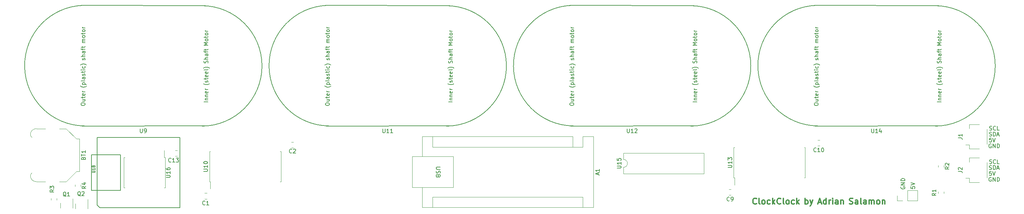
<source format=gbr>
%TF.GenerationSoftware,KiCad,Pcbnew,(7.0.0-0)*%
%TF.CreationDate,2023-03-24T13:01:54+01:00*%
%TF.ProjectId,klock_pcb,6b6c6f63-6b5f-4706-9362-2e6b69636164,rev?*%
%TF.SameCoordinates,Original*%
%TF.FileFunction,Legend,Top*%
%TF.FilePolarity,Positive*%
%FSLAX46Y46*%
G04 Gerber Fmt 4.6, Leading zero omitted, Abs format (unit mm)*
G04 Created by KiCad (PCBNEW (7.0.0-0)) date 2023-03-24 13:01:54*
%MOMM*%
%LPD*%
G01*
G04 APERTURE LIST*
%ADD10C,0.300000*%
%ADD11C,0.150000*%
%ADD12C,0.127000*%
%ADD13C,0.120000*%
G04 APERTURE END LIST*
D10*
X209714285Y-122030714D02*
X209642857Y-122102142D01*
X209642857Y-122102142D02*
X209428571Y-122173571D01*
X209428571Y-122173571D02*
X209285714Y-122173571D01*
X209285714Y-122173571D02*
X209071428Y-122102142D01*
X209071428Y-122102142D02*
X208928571Y-121959285D01*
X208928571Y-121959285D02*
X208857142Y-121816428D01*
X208857142Y-121816428D02*
X208785714Y-121530714D01*
X208785714Y-121530714D02*
X208785714Y-121316428D01*
X208785714Y-121316428D02*
X208857142Y-121030714D01*
X208857142Y-121030714D02*
X208928571Y-120887857D01*
X208928571Y-120887857D02*
X209071428Y-120745000D01*
X209071428Y-120745000D02*
X209285714Y-120673571D01*
X209285714Y-120673571D02*
X209428571Y-120673571D01*
X209428571Y-120673571D02*
X209642857Y-120745000D01*
X209642857Y-120745000D02*
X209714285Y-120816428D01*
X210571428Y-122173571D02*
X210428571Y-122102142D01*
X210428571Y-122102142D02*
X210357142Y-121959285D01*
X210357142Y-121959285D02*
X210357142Y-120673571D01*
X211357142Y-122173571D02*
X211214285Y-122102142D01*
X211214285Y-122102142D02*
X211142856Y-122030714D01*
X211142856Y-122030714D02*
X211071428Y-121887857D01*
X211071428Y-121887857D02*
X211071428Y-121459285D01*
X211071428Y-121459285D02*
X211142856Y-121316428D01*
X211142856Y-121316428D02*
X211214285Y-121245000D01*
X211214285Y-121245000D02*
X211357142Y-121173571D01*
X211357142Y-121173571D02*
X211571428Y-121173571D01*
X211571428Y-121173571D02*
X211714285Y-121245000D01*
X211714285Y-121245000D02*
X211785714Y-121316428D01*
X211785714Y-121316428D02*
X211857142Y-121459285D01*
X211857142Y-121459285D02*
X211857142Y-121887857D01*
X211857142Y-121887857D02*
X211785714Y-122030714D01*
X211785714Y-122030714D02*
X211714285Y-122102142D01*
X211714285Y-122102142D02*
X211571428Y-122173571D01*
X211571428Y-122173571D02*
X211357142Y-122173571D01*
X213142857Y-122102142D02*
X212999999Y-122173571D01*
X212999999Y-122173571D02*
X212714285Y-122173571D01*
X212714285Y-122173571D02*
X212571428Y-122102142D01*
X212571428Y-122102142D02*
X212499999Y-122030714D01*
X212499999Y-122030714D02*
X212428571Y-121887857D01*
X212428571Y-121887857D02*
X212428571Y-121459285D01*
X212428571Y-121459285D02*
X212499999Y-121316428D01*
X212499999Y-121316428D02*
X212571428Y-121245000D01*
X212571428Y-121245000D02*
X212714285Y-121173571D01*
X212714285Y-121173571D02*
X212999999Y-121173571D01*
X212999999Y-121173571D02*
X213142857Y-121245000D01*
X213785713Y-122173571D02*
X213785713Y-120673571D01*
X213928571Y-121602142D02*
X214357142Y-122173571D01*
X214357142Y-121173571D02*
X213785713Y-121745000D01*
X215857142Y-122030714D02*
X215785714Y-122102142D01*
X215785714Y-122102142D02*
X215571428Y-122173571D01*
X215571428Y-122173571D02*
X215428571Y-122173571D01*
X215428571Y-122173571D02*
X215214285Y-122102142D01*
X215214285Y-122102142D02*
X215071428Y-121959285D01*
X215071428Y-121959285D02*
X214999999Y-121816428D01*
X214999999Y-121816428D02*
X214928571Y-121530714D01*
X214928571Y-121530714D02*
X214928571Y-121316428D01*
X214928571Y-121316428D02*
X214999999Y-121030714D01*
X214999999Y-121030714D02*
X215071428Y-120887857D01*
X215071428Y-120887857D02*
X215214285Y-120745000D01*
X215214285Y-120745000D02*
X215428571Y-120673571D01*
X215428571Y-120673571D02*
X215571428Y-120673571D01*
X215571428Y-120673571D02*
X215785714Y-120745000D01*
X215785714Y-120745000D02*
X215857142Y-120816428D01*
X216714285Y-122173571D02*
X216571428Y-122102142D01*
X216571428Y-122102142D02*
X216499999Y-121959285D01*
X216499999Y-121959285D02*
X216499999Y-120673571D01*
X217499999Y-122173571D02*
X217357142Y-122102142D01*
X217357142Y-122102142D02*
X217285713Y-122030714D01*
X217285713Y-122030714D02*
X217214285Y-121887857D01*
X217214285Y-121887857D02*
X217214285Y-121459285D01*
X217214285Y-121459285D02*
X217285713Y-121316428D01*
X217285713Y-121316428D02*
X217357142Y-121245000D01*
X217357142Y-121245000D02*
X217499999Y-121173571D01*
X217499999Y-121173571D02*
X217714285Y-121173571D01*
X217714285Y-121173571D02*
X217857142Y-121245000D01*
X217857142Y-121245000D02*
X217928571Y-121316428D01*
X217928571Y-121316428D02*
X217999999Y-121459285D01*
X217999999Y-121459285D02*
X217999999Y-121887857D01*
X217999999Y-121887857D02*
X217928571Y-122030714D01*
X217928571Y-122030714D02*
X217857142Y-122102142D01*
X217857142Y-122102142D02*
X217714285Y-122173571D01*
X217714285Y-122173571D02*
X217499999Y-122173571D01*
X219285714Y-122102142D02*
X219142856Y-122173571D01*
X219142856Y-122173571D02*
X218857142Y-122173571D01*
X218857142Y-122173571D02*
X218714285Y-122102142D01*
X218714285Y-122102142D02*
X218642856Y-122030714D01*
X218642856Y-122030714D02*
X218571428Y-121887857D01*
X218571428Y-121887857D02*
X218571428Y-121459285D01*
X218571428Y-121459285D02*
X218642856Y-121316428D01*
X218642856Y-121316428D02*
X218714285Y-121245000D01*
X218714285Y-121245000D02*
X218857142Y-121173571D01*
X218857142Y-121173571D02*
X219142856Y-121173571D01*
X219142856Y-121173571D02*
X219285714Y-121245000D01*
X219928570Y-122173571D02*
X219928570Y-120673571D01*
X220071428Y-121602142D02*
X220499999Y-122173571D01*
X220499999Y-121173571D02*
X219928570Y-121745000D01*
X222042856Y-122173571D02*
X222042856Y-120673571D01*
X222042856Y-121245000D02*
X222185714Y-121173571D01*
X222185714Y-121173571D02*
X222471428Y-121173571D01*
X222471428Y-121173571D02*
X222614285Y-121245000D01*
X222614285Y-121245000D02*
X222685714Y-121316428D01*
X222685714Y-121316428D02*
X222757142Y-121459285D01*
X222757142Y-121459285D02*
X222757142Y-121887857D01*
X222757142Y-121887857D02*
X222685714Y-122030714D01*
X222685714Y-122030714D02*
X222614285Y-122102142D01*
X222614285Y-122102142D02*
X222471428Y-122173571D01*
X222471428Y-122173571D02*
X222185714Y-122173571D01*
X222185714Y-122173571D02*
X222042856Y-122102142D01*
X223257142Y-121173571D02*
X223614285Y-122173571D01*
X223971428Y-121173571D02*
X223614285Y-122173571D01*
X223614285Y-122173571D02*
X223471428Y-122530714D01*
X223471428Y-122530714D02*
X223399999Y-122602142D01*
X223399999Y-122602142D02*
X223257142Y-122673571D01*
X225371428Y-121745000D02*
X226085714Y-121745000D01*
X225228571Y-122173571D02*
X225728571Y-120673571D01*
X225728571Y-120673571D02*
X226228571Y-122173571D01*
X227371428Y-122173571D02*
X227371428Y-120673571D01*
X227371428Y-122102142D02*
X227228570Y-122173571D01*
X227228570Y-122173571D02*
X226942856Y-122173571D01*
X226942856Y-122173571D02*
X226799999Y-122102142D01*
X226799999Y-122102142D02*
X226728570Y-122030714D01*
X226728570Y-122030714D02*
X226657142Y-121887857D01*
X226657142Y-121887857D02*
X226657142Y-121459285D01*
X226657142Y-121459285D02*
X226728570Y-121316428D01*
X226728570Y-121316428D02*
X226799999Y-121245000D01*
X226799999Y-121245000D02*
X226942856Y-121173571D01*
X226942856Y-121173571D02*
X227228570Y-121173571D01*
X227228570Y-121173571D02*
X227371428Y-121245000D01*
X228085713Y-122173571D02*
X228085713Y-121173571D01*
X228085713Y-121459285D02*
X228157142Y-121316428D01*
X228157142Y-121316428D02*
X228228571Y-121245000D01*
X228228571Y-121245000D02*
X228371428Y-121173571D01*
X228371428Y-121173571D02*
X228514285Y-121173571D01*
X229014284Y-122173571D02*
X229014284Y-121173571D01*
X229014284Y-120673571D02*
X228942856Y-120745000D01*
X228942856Y-120745000D02*
X229014284Y-120816428D01*
X229014284Y-120816428D02*
X229085713Y-120745000D01*
X229085713Y-120745000D02*
X229014284Y-120673571D01*
X229014284Y-120673571D02*
X229014284Y-120816428D01*
X230371428Y-122173571D02*
X230371428Y-121387857D01*
X230371428Y-121387857D02*
X230299999Y-121245000D01*
X230299999Y-121245000D02*
X230157142Y-121173571D01*
X230157142Y-121173571D02*
X229871428Y-121173571D01*
X229871428Y-121173571D02*
X229728570Y-121245000D01*
X230371428Y-122102142D02*
X230228570Y-122173571D01*
X230228570Y-122173571D02*
X229871428Y-122173571D01*
X229871428Y-122173571D02*
X229728570Y-122102142D01*
X229728570Y-122102142D02*
X229657142Y-121959285D01*
X229657142Y-121959285D02*
X229657142Y-121816428D01*
X229657142Y-121816428D02*
X229728570Y-121673571D01*
X229728570Y-121673571D02*
X229871428Y-121602142D01*
X229871428Y-121602142D02*
X230228570Y-121602142D01*
X230228570Y-121602142D02*
X230371428Y-121530714D01*
X231085713Y-121173571D02*
X231085713Y-122173571D01*
X231085713Y-121316428D02*
X231157142Y-121245000D01*
X231157142Y-121245000D02*
X231299999Y-121173571D01*
X231299999Y-121173571D02*
X231514285Y-121173571D01*
X231514285Y-121173571D02*
X231657142Y-121245000D01*
X231657142Y-121245000D02*
X231728571Y-121387857D01*
X231728571Y-121387857D02*
X231728571Y-122173571D01*
X233271428Y-122102142D02*
X233485714Y-122173571D01*
X233485714Y-122173571D02*
X233842856Y-122173571D01*
X233842856Y-122173571D02*
X233985714Y-122102142D01*
X233985714Y-122102142D02*
X234057142Y-122030714D01*
X234057142Y-122030714D02*
X234128571Y-121887857D01*
X234128571Y-121887857D02*
X234128571Y-121745000D01*
X234128571Y-121745000D02*
X234057142Y-121602142D01*
X234057142Y-121602142D02*
X233985714Y-121530714D01*
X233985714Y-121530714D02*
X233842856Y-121459285D01*
X233842856Y-121459285D02*
X233557142Y-121387857D01*
X233557142Y-121387857D02*
X233414285Y-121316428D01*
X233414285Y-121316428D02*
X233342856Y-121245000D01*
X233342856Y-121245000D02*
X233271428Y-121102142D01*
X233271428Y-121102142D02*
X233271428Y-120959285D01*
X233271428Y-120959285D02*
X233342856Y-120816428D01*
X233342856Y-120816428D02*
X233414285Y-120745000D01*
X233414285Y-120745000D02*
X233557142Y-120673571D01*
X233557142Y-120673571D02*
X233914285Y-120673571D01*
X233914285Y-120673571D02*
X234128571Y-120745000D01*
X235414285Y-122173571D02*
X235414285Y-121387857D01*
X235414285Y-121387857D02*
X235342856Y-121245000D01*
X235342856Y-121245000D02*
X235199999Y-121173571D01*
X235199999Y-121173571D02*
X234914285Y-121173571D01*
X234914285Y-121173571D02*
X234771427Y-121245000D01*
X235414285Y-122102142D02*
X235271427Y-122173571D01*
X235271427Y-122173571D02*
X234914285Y-122173571D01*
X234914285Y-122173571D02*
X234771427Y-122102142D01*
X234771427Y-122102142D02*
X234699999Y-121959285D01*
X234699999Y-121959285D02*
X234699999Y-121816428D01*
X234699999Y-121816428D02*
X234771427Y-121673571D01*
X234771427Y-121673571D02*
X234914285Y-121602142D01*
X234914285Y-121602142D02*
X235271427Y-121602142D01*
X235271427Y-121602142D02*
X235414285Y-121530714D01*
X236342856Y-122173571D02*
X236199999Y-122102142D01*
X236199999Y-122102142D02*
X236128570Y-121959285D01*
X236128570Y-121959285D02*
X236128570Y-120673571D01*
X237557142Y-122173571D02*
X237557142Y-121387857D01*
X237557142Y-121387857D02*
X237485713Y-121245000D01*
X237485713Y-121245000D02*
X237342856Y-121173571D01*
X237342856Y-121173571D02*
X237057142Y-121173571D01*
X237057142Y-121173571D02*
X236914284Y-121245000D01*
X237557142Y-122102142D02*
X237414284Y-122173571D01*
X237414284Y-122173571D02*
X237057142Y-122173571D01*
X237057142Y-122173571D02*
X236914284Y-122102142D01*
X236914284Y-122102142D02*
X236842856Y-121959285D01*
X236842856Y-121959285D02*
X236842856Y-121816428D01*
X236842856Y-121816428D02*
X236914284Y-121673571D01*
X236914284Y-121673571D02*
X237057142Y-121602142D01*
X237057142Y-121602142D02*
X237414284Y-121602142D01*
X237414284Y-121602142D02*
X237557142Y-121530714D01*
X238271427Y-122173571D02*
X238271427Y-121173571D01*
X238271427Y-121316428D02*
X238342856Y-121245000D01*
X238342856Y-121245000D02*
X238485713Y-121173571D01*
X238485713Y-121173571D02*
X238699999Y-121173571D01*
X238699999Y-121173571D02*
X238842856Y-121245000D01*
X238842856Y-121245000D02*
X238914285Y-121387857D01*
X238914285Y-121387857D02*
X238914285Y-122173571D01*
X238914285Y-121387857D02*
X238985713Y-121245000D01*
X238985713Y-121245000D02*
X239128570Y-121173571D01*
X239128570Y-121173571D02*
X239342856Y-121173571D01*
X239342856Y-121173571D02*
X239485713Y-121245000D01*
X239485713Y-121245000D02*
X239557142Y-121387857D01*
X239557142Y-121387857D02*
X239557142Y-122173571D01*
X240485713Y-122173571D02*
X240342856Y-122102142D01*
X240342856Y-122102142D02*
X240271427Y-122030714D01*
X240271427Y-122030714D02*
X240199999Y-121887857D01*
X240199999Y-121887857D02*
X240199999Y-121459285D01*
X240199999Y-121459285D02*
X240271427Y-121316428D01*
X240271427Y-121316428D02*
X240342856Y-121245000D01*
X240342856Y-121245000D02*
X240485713Y-121173571D01*
X240485713Y-121173571D02*
X240699999Y-121173571D01*
X240699999Y-121173571D02*
X240842856Y-121245000D01*
X240842856Y-121245000D02*
X240914285Y-121316428D01*
X240914285Y-121316428D02*
X240985713Y-121459285D01*
X240985713Y-121459285D02*
X240985713Y-121887857D01*
X240985713Y-121887857D02*
X240914285Y-122030714D01*
X240914285Y-122030714D02*
X240842856Y-122102142D01*
X240842856Y-122102142D02*
X240699999Y-122173571D01*
X240699999Y-122173571D02*
X240485713Y-122173571D01*
X241628570Y-121173571D02*
X241628570Y-122173571D01*
X241628570Y-121316428D02*
X241699999Y-121245000D01*
X241699999Y-121245000D02*
X241842856Y-121173571D01*
X241842856Y-121173571D02*
X242057142Y-121173571D01*
X242057142Y-121173571D02*
X242199999Y-121245000D01*
X242199999Y-121245000D02*
X242271428Y-121387857D01*
X242271428Y-121387857D02*
X242271428Y-122173571D01*
D11*
%TO.C,U18*%
X41219916Y-114140166D02*
X41786583Y-114140166D01*
X41786583Y-114140166D02*
X41853250Y-114106833D01*
X41853250Y-114106833D02*
X41886583Y-114073499D01*
X41886583Y-114073499D02*
X41919916Y-114006833D01*
X41919916Y-114006833D02*
X41919916Y-113873499D01*
X41919916Y-113873499D02*
X41886583Y-113806833D01*
X41886583Y-113806833D02*
X41853250Y-113773499D01*
X41853250Y-113773499D02*
X41786583Y-113740166D01*
X41786583Y-113740166D02*
X41219916Y-113740166D01*
X41919916Y-113040166D02*
X41919916Y-113440166D01*
X41919916Y-113240166D02*
X41219916Y-113240166D01*
X41219916Y-113240166D02*
X41319916Y-113306833D01*
X41319916Y-113306833D02*
X41386583Y-113373500D01*
X41386583Y-113373500D02*
X41419916Y-113440166D01*
X41519916Y-112640166D02*
X41486583Y-112706833D01*
X41486583Y-112706833D02*
X41453250Y-112740166D01*
X41453250Y-112740166D02*
X41386583Y-112773499D01*
X41386583Y-112773499D02*
X41353250Y-112773499D01*
X41353250Y-112773499D02*
X41286583Y-112740166D01*
X41286583Y-112740166D02*
X41253250Y-112706833D01*
X41253250Y-112706833D02*
X41219916Y-112640166D01*
X41219916Y-112640166D02*
X41219916Y-112506833D01*
X41219916Y-112506833D02*
X41253250Y-112440166D01*
X41253250Y-112440166D02*
X41286583Y-112406833D01*
X41286583Y-112406833D02*
X41353250Y-112373499D01*
X41353250Y-112373499D02*
X41386583Y-112373499D01*
X41386583Y-112373499D02*
X41453250Y-112406833D01*
X41453250Y-112406833D02*
X41486583Y-112440166D01*
X41486583Y-112440166D02*
X41519916Y-112506833D01*
X41519916Y-112506833D02*
X41519916Y-112640166D01*
X41519916Y-112640166D02*
X41553250Y-112706833D01*
X41553250Y-112706833D02*
X41586583Y-112740166D01*
X41586583Y-112740166D02*
X41653250Y-112773499D01*
X41653250Y-112773499D02*
X41786583Y-112773499D01*
X41786583Y-112773499D02*
X41853250Y-112740166D01*
X41853250Y-112740166D02*
X41886583Y-112706833D01*
X41886583Y-112706833D02*
X41919916Y-112640166D01*
X41919916Y-112640166D02*
X41919916Y-112506833D01*
X41919916Y-112506833D02*
X41886583Y-112440166D01*
X41886583Y-112440166D02*
X41853250Y-112406833D01*
X41853250Y-112406833D02*
X41786583Y-112373499D01*
X41786583Y-112373499D02*
X41653250Y-112373499D01*
X41653250Y-112373499D02*
X41586583Y-112406833D01*
X41586583Y-112406833D02*
X41553250Y-112440166D01*
X41553250Y-112440166D02*
X41519916Y-112506833D01*
%TO.C,BT1*%
X38958571Y-110509714D02*
X39006190Y-110366857D01*
X39006190Y-110366857D02*
X39053809Y-110319238D01*
X39053809Y-110319238D02*
X39149047Y-110271619D01*
X39149047Y-110271619D02*
X39291904Y-110271619D01*
X39291904Y-110271619D02*
X39387142Y-110319238D01*
X39387142Y-110319238D02*
X39434761Y-110366857D01*
X39434761Y-110366857D02*
X39482380Y-110462095D01*
X39482380Y-110462095D02*
X39482380Y-110843047D01*
X39482380Y-110843047D02*
X38482380Y-110843047D01*
X38482380Y-110843047D02*
X38482380Y-110509714D01*
X38482380Y-110509714D02*
X38530000Y-110414476D01*
X38530000Y-110414476D02*
X38577619Y-110366857D01*
X38577619Y-110366857D02*
X38672857Y-110319238D01*
X38672857Y-110319238D02*
X38768095Y-110319238D01*
X38768095Y-110319238D02*
X38863333Y-110366857D01*
X38863333Y-110366857D02*
X38910952Y-110414476D01*
X38910952Y-110414476D02*
X38958571Y-110509714D01*
X38958571Y-110509714D02*
X38958571Y-110843047D01*
X38482380Y-109985904D02*
X38482380Y-109414476D01*
X39482380Y-109700190D02*
X38482380Y-109700190D01*
X39482380Y-108557333D02*
X39482380Y-109128761D01*
X39482380Y-108843047D02*
X38482380Y-108843047D01*
X38482380Y-108843047D02*
X38625238Y-108938285D01*
X38625238Y-108938285D02*
X38720476Y-109033523D01*
X38720476Y-109033523D02*
X38768095Y-109128761D01*
%TO.C,R2*%
X258557380Y-112688666D02*
X258081190Y-113021999D01*
X258557380Y-113260094D02*
X257557380Y-113260094D01*
X257557380Y-113260094D02*
X257557380Y-112879142D01*
X257557380Y-112879142D02*
X257605000Y-112783904D01*
X257605000Y-112783904D02*
X257652619Y-112736285D01*
X257652619Y-112736285D02*
X257747857Y-112688666D01*
X257747857Y-112688666D02*
X257890714Y-112688666D01*
X257890714Y-112688666D02*
X257985952Y-112736285D01*
X257985952Y-112736285D02*
X258033571Y-112783904D01*
X258033571Y-112783904D02*
X258081190Y-112879142D01*
X258081190Y-112879142D02*
X258081190Y-113260094D01*
X257652619Y-112307713D02*
X257605000Y-112260094D01*
X257605000Y-112260094D02*
X257557380Y-112164856D01*
X257557380Y-112164856D02*
X257557380Y-111926761D01*
X257557380Y-111926761D02*
X257605000Y-111831523D01*
X257605000Y-111831523D02*
X257652619Y-111783904D01*
X257652619Y-111783904D02*
X257747857Y-111736285D01*
X257747857Y-111736285D02*
X257843095Y-111736285D01*
X257843095Y-111736285D02*
X257985952Y-111783904D01*
X257985952Y-111783904D02*
X258557380Y-112355332D01*
X258557380Y-112355332D02*
X258557380Y-111736285D01*
%TO.C,R1*%
X255257380Y-119419666D02*
X254781190Y-119752999D01*
X255257380Y-119991094D02*
X254257380Y-119991094D01*
X254257380Y-119991094D02*
X254257380Y-119610142D01*
X254257380Y-119610142D02*
X254305000Y-119514904D01*
X254305000Y-119514904D02*
X254352619Y-119467285D01*
X254352619Y-119467285D02*
X254447857Y-119419666D01*
X254447857Y-119419666D02*
X254590714Y-119419666D01*
X254590714Y-119419666D02*
X254685952Y-119467285D01*
X254685952Y-119467285D02*
X254733571Y-119514904D01*
X254733571Y-119514904D02*
X254781190Y-119610142D01*
X254781190Y-119610142D02*
X254781190Y-119991094D01*
X255257380Y-118467285D02*
X255257380Y-119038713D01*
X255257380Y-118752999D02*
X254257380Y-118752999D01*
X254257380Y-118752999D02*
X254400238Y-118848237D01*
X254400238Y-118848237D02*
X254495476Y-118943475D01*
X254495476Y-118943475D02*
X254543095Y-119038713D01*
%TO.C,R4*%
X39609380Y-117641666D02*
X39133190Y-117974999D01*
X39609380Y-118213094D02*
X38609380Y-118213094D01*
X38609380Y-118213094D02*
X38609380Y-117832142D01*
X38609380Y-117832142D02*
X38657000Y-117736904D01*
X38657000Y-117736904D02*
X38704619Y-117689285D01*
X38704619Y-117689285D02*
X38799857Y-117641666D01*
X38799857Y-117641666D02*
X38942714Y-117641666D01*
X38942714Y-117641666D02*
X39037952Y-117689285D01*
X39037952Y-117689285D02*
X39085571Y-117736904D01*
X39085571Y-117736904D02*
X39133190Y-117832142D01*
X39133190Y-117832142D02*
X39133190Y-118213094D01*
X38942714Y-116784523D02*
X39609380Y-116784523D01*
X38561761Y-117022618D02*
X39276047Y-117260713D01*
X39276047Y-117260713D02*
X39276047Y-116641666D01*
%TO.C,R3*%
X31482380Y-118530666D02*
X31006190Y-118863999D01*
X31482380Y-119102094D02*
X30482380Y-119102094D01*
X30482380Y-119102094D02*
X30482380Y-118721142D01*
X30482380Y-118721142D02*
X30530000Y-118625904D01*
X30530000Y-118625904D02*
X30577619Y-118578285D01*
X30577619Y-118578285D02*
X30672857Y-118530666D01*
X30672857Y-118530666D02*
X30815714Y-118530666D01*
X30815714Y-118530666D02*
X30910952Y-118578285D01*
X30910952Y-118578285D02*
X30958571Y-118625904D01*
X30958571Y-118625904D02*
X31006190Y-118721142D01*
X31006190Y-118721142D02*
X31006190Y-119102094D01*
X30482380Y-118197332D02*
X30482380Y-117578285D01*
X30482380Y-117578285D02*
X30863333Y-117911618D01*
X30863333Y-117911618D02*
X30863333Y-117768761D01*
X30863333Y-117768761D02*
X30910952Y-117673523D01*
X30910952Y-117673523D02*
X30958571Y-117625904D01*
X30958571Y-117625904D02*
X31053809Y-117578285D01*
X31053809Y-117578285D02*
X31291904Y-117578285D01*
X31291904Y-117578285D02*
X31387142Y-117625904D01*
X31387142Y-117625904D02*
X31434761Y-117673523D01*
X31434761Y-117673523D02*
X31482380Y-117768761D01*
X31482380Y-117768761D02*
X31482380Y-118054475D01*
X31482380Y-118054475D02*
X31434761Y-118149713D01*
X31434761Y-118149713D02*
X31387142Y-118197332D01*
%TO.C,Q2*%
X38258761Y-120096619D02*
X38163523Y-120049000D01*
X38163523Y-120049000D02*
X38068285Y-119953761D01*
X38068285Y-119953761D02*
X37925428Y-119810904D01*
X37925428Y-119810904D02*
X37830190Y-119763285D01*
X37830190Y-119763285D02*
X37734952Y-119763285D01*
X37782571Y-120001380D02*
X37687333Y-119953761D01*
X37687333Y-119953761D02*
X37592095Y-119858523D01*
X37592095Y-119858523D02*
X37544476Y-119668047D01*
X37544476Y-119668047D02*
X37544476Y-119334714D01*
X37544476Y-119334714D02*
X37592095Y-119144238D01*
X37592095Y-119144238D02*
X37687333Y-119049000D01*
X37687333Y-119049000D02*
X37782571Y-119001380D01*
X37782571Y-119001380D02*
X37973047Y-119001380D01*
X37973047Y-119001380D02*
X38068285Y-119049000D01*
X38068285Y-119049000D02*
X38163523Y-119144238D01*
X38163523Y-119144238D02*
X38211142Y-119334714D01*
X38211142Y-119334714D02*
X38211142Y-119668047D01*
X38211142Y-119668047D02*
X38163523Y-119858523D01*
X38163523Y-119858523D02*
X38068285Y-119953761D01*
X38068285Y-119953761D02*
X37973047Y-120001380D01*
X37973047Y-120001380D02*
X37782571Y-120001380D01*
X38592095Y-119096619D02*
X38639714Y-119049000D01*
X38639714Y-119049000D02*
X38734952Y-119001380D01*
X38734952Y-119001380D02*
X38973047Y-119001380D01*
X38973047Y-119001380D02*
X39068285Y-119049000D01*
X39068285Y-119049000D02*
X39115904Y-119096619D01*
X39115904Y-119096619D02*
X39163523Y-119191857D01*
X39163523Y-119191857D02*
X39163523Y-119287095D01*
X39163523Y-119287095D02*
X39115904Y-119429952D01*
X39115904Y-119429952D02*
X38544476Y-120001380D01*
X38544476Y-120001380D02*
X39163523Y-120001380D01*
%TO.C,Q1*%
X34575761Y-120223619D02*
X34480523Y-120176000D01*
X34480523Y-120176000D02*
X34385285Y-120080761D01*
X34385285Y-120080761D02*
X34242428Y-119937904D01*
X34242428Y-119937904D02*
X34147190Y-119890285D01*
X34147190Y-119890285D02*
X34051952Y-119890285D01*
X34099571Y-120128380D02*
X34004333Y-120080761D01*
X34004333Y-120080761D02*
X33909095Y-119985523D01*
X33909095Y-119985523D02*
X33861476Y-119795047D01*
X33861476Y-119795047D02*
X33861476Y-119461714D01*
X33861476Y-119461714D02*
X33909095Y-119271238D01*
X33909095Y-119271238D02*
X34004333Y-119176000D01*
X34004333Y-119176000D02*
X34099571Y-119128380D01*
X34099571Y-119128380D02*
X34290047Y-119128380D01*
X34290047Y-119128380D02*
X34385285Y-119176000D01*
X34385285Y-119176000D02*
X34480523Y-119271238D01*
X34480523Y-119271238D02*
X34528142Y-119461714D01*
X34528142Y-119461714D02*
X34528142Y-119795047D01*
X34528142Y-119795047D02*
X34480523Y-119985523D01*
X34480523Y-119985523D02*
X34385285Y-120080761D01*
X34385285Y-120080761D02*
X34290047Y-120128380D01*
X34290047Y-120128380D02*
X34099571Y-120128380D01*
X35480523Y-120128380D02*
X34909095Y-120128380D01*
X35194809Y-120128380D02*
X35194809Y-119128380D01*
X35194809Y-119128380D02*
X35099571Y-119271238D01*
X35099571Y-119271238D02*
X35004333Y-119366476D01*
X35004333Y-119366476D02*
X34909095Y-119414095D01*
%TO.C,C10*%
X224857142Y-108772142D02*
X224809523Y-108819761D01*
X224809523Y-108819761D02*
X224666666Y-108867380D01*
X224666666Y-108867380D02*
X224571428Y-108867380D01*
X224571428Y-108867380D02*
X224428571Y-108819761D01*
X224428571Y-108819761D02*
X224333333Y-108724523D01*
X224333333Y-108724523D02*
X224285714Y-108629285D01*
X224285714Y-108629285D02*
X224238095Y-108438809D01*
X224238095Y-108438809D02*
X224238095Y-108295952D01*
X224238095Y-108295952D02*
X224285714Y-108105476D01*
X224285714Y-108105476D02*
X224333333Y-108010238D01*
X224333333Y-108010238D02*
X224428571Y-107915000D01*
X224428571Y-107915000D02*
X224571428Y-107867380D01*
X224571428Y-107867380D02*
X224666666Y-107867380D01*
X224666666Y-107867380D02*
X224809523Y-107915000D01*
X224809523Y-107915000D02*
X224857142Y-107962619D01*
X225809523Y-108867380D02*
X225238095Y-108867380D01*
X225523809Y-108867380D02*
X225523809Y-107867380D01*
X225523809Y-107867380D02*
X225428571Y-108010238D01*
X225428571Y-108010238D02*
X225333333Y-108105476D01*
X225333333Y-108105476D02*
X225238095Y-108153095D01*
X226428571Y-107867380D02*
X226523809Y-107867380D01*
X226523809Y-107867380D02*
X226619047Y-107915000D01*
X226619047Y-107915000D02*
X226666666Y-107962619D01*
X226666666Y-107962619D02*
X226714285Y-108057857D01*
X226714285Y-108057857D02*
X226761904Y-108248333D01*
X226761904Y-108248333D02*
X226761904Y-108486428D01*
X226761904Y-108486428D02*
X226714285Y-108676904D01*
X226714285Y-108676904D02*
X226666666Y-108772142D01*
X226666666Y-108772142D02*
X226619047Y-108819761D01*
X226619047Y-108819761D02*
X226523809Y-108867380D01*
X226523809Y-108867380D02*
X226428571Y-108867380D01*
X226428571Y-108867380D02*
X226333333Y-108819761D01*
X226333333Y-108819761D02*
X226285714Y-108772142D01*
X226285714Y-108772142D02*
X226238095Y-108676904D01*
X226238095Y-108676904D02*
X226190476Y-108486428D01*
X226190476Y-108486428D02*
X226190476Y-108248333D01*
X226190476Y-108248333D02*
X226238095Y-108057857D01*
X226238095Y-108057857D02*
X226285714Y-107962619D01*
X226285714Y-107962619D02*
X226333333Y-107915000D01*
X226333333Y-107915000D02*
X226428571Y-107867380D01*
%TO.C,U13*%
X202467380Y-112858094D02*
X203276904Y-112858094D01*
X203276904Y-112858094D02*
X203372142Y-112810475D01*
X203372142Y-112810475D02*
X203419761Y-112762856D01*
X203419761Y-112762856D02*
X203467380Y-112667618D01*
X203467380Y-112667618D02*
X203467380Y-112477142D01*
X203467380Y-112477142D02*
X203419761Y-112381904D01*
X203419761Y-112381904D02*
X203372142Y-112334285D01*
X203372142Y-112334285D02*
X203276904Y-112286666D01*
X203276904Y-112286666D02*
X202467380Y-112286666D01*
X203467380Y-111286666D02*
X203467380Y-111858094D01*
X203467380Y-111572380D02*
X202467380Y-111572380D01*
X202467380Y-111572380D02*
X202610238Y-111667618D01*
X202610238Y-111667618D02*
X202705476Y-111762856D01*
X202705476Y-111762856D02*
X202753095Y-111858094D01*
X202467380Y-110953332D02*
X202467380Y-110334285D01*
X202467380Y-110334285D02*
X202848333Y-110667618D01*
X202848333Y-110667618D02*
X202848333Y-110524761D01*
X202848333Y-110524761D02*
X202895952Y-110429523D01*
X202895952Y-110429523D02*
X202943571Y-110381904D01*
X202943571Y-110381904D02*
X203038809Y-110334285D01*
X203038809Y-110334285D02*
X203276904Y-110334285D01*
X203276904Y-110334285D02*
X203372142Y-110381904D01*
X203372142Y-110381904D02*
X203419761Y-110429523D01*
X203419761Y-110429523D02*
X203467380Y-110524761D01*
X203467380Y-110524761D02*
X203467380Y-110810475D01*
X203467380Y-110810475D02*
X203419761Y-110905713D01*
X203419761Y-110905713D02*
X203372142Y-110953332D01*
%TO.C,U15*%
X174337380Y-113048094D02*
X175146904Y-113048094D01*
X175146904Y-113048094D02*
X175242142Y-113000475D01*
X175242142Y-113000475D02*
X175289761Y-112952856D01*
X175289761Y-112952856D02*
X175337380Y-112857618D01*
X175337380Y-112857618D02*
X175337380Y-112667142D01*
X175337380Y-112667142D02*
X175289761Y-112571904D01*
X175289761Y-112571904D02*
X175242142Y-112524285D01*
X175242142Y-112524285D02*
X175146904Y-112476666D01*
X175146904Y-112476666D02*
X174337380Y-112476666D01*
X175337380Y-111476666D02*
X175337380Y-112048094D01*
X175337380Y-111762380D02*
X174337380Y-111762380D01*
X174337380Y-111762380D02*
X174480238Y-111857618D01*
X174480238Y-111857618D02*
X174575476Y-111952856D01*
X174575476Y-111952856D02*
X174623095Y-112048094D01*
X174337380Y-110571904D02*
X174337380Y-111048094D01*
X174337380Y-111048094D02*
X174813571Y-111095713D01*
X174813571Y-111095713D02*
X174765952Y-111048094D01*
X174765952Y-111048094D02*
X174718333Y-110952856D01*
X174718333Y-110952856D02*
X174718333Y-110714761D01*
X174718333Y-110714761D02*
X174765952Y-110619523D01*
X174765952Y-110619523D02*
X174813571Y-110571904D01*
X174813571Y-110571904D02*
X174908809Y-110524285D01*
X174908809Y-110524285D02*
X175146904Y-110524285D01*
X175146904Y-110524285D02*
X175242142Y-110571904D01*
X175242142Y-110571904D02*
X175289761Y-110619523D01*
X175289761Y-110619523D02*
X175337380Y-110714761D01*
X175337380Y-110714761D02*
X175337380Y-110952856D01*
X175337380Y-110952856D02*
X175289761Y-111048094D01*
X175289761Y-111048094D02*
X175242142Y-111095713D01*
%TO.C,J3*%
X246415000Y-117761904D02*
X246367380Y-117857142D01*
X246367380Y-117857142D02*
X246367380Y-117999999D01*
X246367380Y-117999999D02*
X246415000Y-118142856D01*
X246415000Y-118142856D02*
X246510238Y-118238094D01*
X246510238Y-118238094D02*
X246605476Y-118285713D01*
X246605476Y-118285713D02*
X246795952Y-118333332D01*
X246795952Y-118333332D02*
X246938809Y-118333332D01*
X246938809Y-118333332D02*
X247129285Y-118285713D01*
X247129285Y-118285713D02*
X247224523Y-118238094D01*
X247224523Y-118238094D02*
X247319761Y-118142856D01*
X247319761Y-118142856D02*
X247367380Y-117999999D01*
X247367380Y-117999999D02*
X247367380Y-117904761D01*
X247367380Y-117904761D02*
X247319761Y-117761904D01*
X247319761Y-117761904D02*
X247272142Y-117714285D01*
X247272142Y-117714285D02*
X246938809Y-117714285D01*
X246938809Y-117714285D02*
X246938809Y-117904761D01*
X247367380Y-117285713D02*
X246367380Y-117285713D01*
X246367380Y-117285713D02*
X247367380Y-116714285D01*
X247367380Y-116714285D02*
X246367380Y-116714285D01*
X247367380Y-116238094D02*
X246367380Y-116238094D01*
X246367380Y-116238094D02*
X246367380Y-115999999D01*
X246367380Y-115999999D02*
X246415000Y-115857142D01*
X246415000Y-115857142D02*
X246510238Y-115761904D01*
X246510238Y-115761904D02*
X246605476Y-115714285D01*
X246605476Y-115714285D02*
X246795952Y-115666666D01*
X246795952Y-115666666D02*
X246938809Y-115666666D01*
X246938809Y-115666666D02*
X247129285Y-115714285D01*
X247129285Y-115714285D02*
X247224523Y-115761904D01*
X247224523Y-115761904D02*
X247319761Y-115857142D01*
X247319761Y-115857142D02*
X247367380Y-115999999D01*
X247367380Y-115999999D02*
X247367380Y-116238094D01*
X248867380Y-117690476D02*
X248867380Y-118166666D01*
X248867380Y-118166666D02*
X249343571Y-118214285D01*
X249343571Y-118214285D02*
X249295952Y-118166666D01*
X249295952Y-118166666D02*
X249248333Y-118071428D01*
X249248333Y-118071428D02*
X249248333Y-117833333D01*
X249248333Y-117833333D02*
X249295952Y-117738095D01*
X249295952Y-117738095D02*
X249343571Y-117690476D01*
X249343571Y-117690476D02*
X249438809Y-117642857D01*
X249438809Y-117642857D02*
X249676904Y-117642857D01*
X249676904Y-117642857D02*
X249772142Y-117690476D01*
X249772142Y-117690476D02*
X249819761Y-117738095D01*
X249819761Y-117738095D02*
X249867380Y-117833333D01*
X249867380Y-117833333D02*
X249867380Y-118071428D01*
X249867380Y-118071428D02*
X249819761Y-118166666D01*
X249819761Y-118166666D02*
X249772142Y-118214285D01*
X248867380Y-117357142D02*
X249867380Y-117023809D01*
X249867380Y-117023809D02*
X248867380Y-116690476D01*
%TO.C,U9*%
X53378095Y-103002380D02*
X53378095Y-103811904D01*
X53378095Y-103811904D02*
X53425714Y-103907142D01*
X53425714Y-103907142D02*
X53473333Y-103954761D01*
X53473333Y-103954761D02*
X53568571Y-104002380D01*
X53568571Y-104002380D02*
X53759047Y-104002380D01*
X53759047Y-104002380D02*
X53854285Y-103954761D01*
X53854285Y-103954761D02*
X53901904Y-103907142D01*
X53901904Y-103907142D02*
X53949523Y-103811904D01*
X53949523Y-103811904D02*
X53949523Y-103002380D01*
X54473333Y-104002380D02*
X54663809Y-104002380D01*
X54663809Y-104002380D02*
X54759047Y-103954761D01*
X54759047Y-103954761D02*
X54806666Y-103907142D01*
X54806666Y-103907142D02*
X54901904Y-103764285D01*
X54901904Y-103764285D02*
X54949523Y-103573809D01*
X54949523Y-103573809D02*
X54949523Y-103192857D01*
X54949523Y-103192857D02*
X54901904Y-103097619D01*
X54901904Y-103097619D02*
X54854285Y-103050000D01*
X54854285Y-103050000D02*
X54759047Y-103002380D01*
X54759047Y-103002380D02*
X54568571Y-103002380D01*
X54568571Y-103002380D02*
X54473333Y-103050000D01*
X54473333Y-103050000D02*
X54425714Y-103097619D01*
X54425714Y-103097619D02*
X54378095Y-103192857D01*
X54378095Y-103192857D02*
X54378095Y-103430952D01*
X54378095Y-103430952D02*
X54425714Y-103526190D01*
X54425714Y-103526190D02*
X54473333Y-103573809D01*
X54473333Y-103573809D02*
X54568571Y-103621428D01*
X54568571Y-103621428D02*
X54759047Y-103621428D01*
X54759047Y-103621428D02*
X54854285Y-103573809D01*
X54854285Y-103573809D02*
X54901904Y-103526190D01*
X54901904Y-103526190D02*
X54949523Y-103430952D01*
X38367380Y-96824525D02*
X38367380Y-96634049D01*
X38367380Y-96634049D02*
X38415000Y-96538811D01*
X38415000Y-96538811D02*
X38510238Y-96443573D01*
X38510238Y-96443573D02*
X38700714Y-96395954D01*
X38700714Y-96395954D02*
X39034047Y-96395954D01*
X39034047Y-96395954D02*
X39224523Y-96443573D01*
X39224523Y-96443573D02*
X39319761Y-96538811D01*
X39319761Y-96538811D02*
X39367380Y-96634049D01*
X39367380Y-96634049D02*
X39367380Y-96824525D01*
X39367380Y-96824525D02*
X39319761Y-96919763D01*
X39319761Y-96919763D02*
X39224523Y-97015001D01*
X39224523Y-97015001D02*
X39034047Y-97062620D01*
X39034047Y-97062620D02*
X38700714Y-97062620D01*
X38700714Y-97062620D02*
X38510238Y-97015001D01*
X38510238Y-97015001D02*
X38415000Y-96919763D01*
X38415000Y-96919763D02*
X38367380Y-96824525D01*
X38700714Y-95538811D02*
X39367380Y-95538811D01*
X38700714Y-95967382D02*
X39224523Y-95967382D01*
X39224523Y-95967382D02*
X39319761Y-95919763D01*
X39319761Y-95919763D02*
X39367380Y-95824525D01*
X39367380Y-95824525D02*
X39367380Y-95681668D01*
X39367380Y-95681668D02*
X39319761Y-95586430D01*
X39319761Y-95586430D02*
X39272142Y-95538811D01*
X38700714Y-95205477D02*
X38700714Y-94824525D01*
X38367380Y-95062620D02*
X39224523Y-95062620D01*
X39224523Y-95062620D02*
X39319761Y-95015001D01*
X39319761Y-95015001D02*
X39367380Y-94919763D01*
X39367380Y-94919763D02*
X39367380Y-94824525D01*
X39319761Y-94110239D02*
X39367380Y-94205477D01*
X39367380Y-94205477D02*
X39367380Y-94395953D01*
X39367380Y-94395953D02*
X39319761Y-94491191D01*
X39319761Y-94491191D02*
X39224523Y-94538810D01*
X39224523Y-94538810D02*
X38843571Y-94538810D01*
X38843571Y-94538810D02*
X38748333Y-94491191D01*
X38748333Y-94491191D02*
X38700714Y-94395953D01*
X38700714Y-94395953D02*
X38700714Y-94205477D01*
X38700714Y-94205477D02*
X38748333Y-94110239D01*
X38748333Y-94110239D02*
X38843571Y-94062620D01*
X38843571Y-94062620D02*
X38938809Y-94062620D01*
X38938809Y-94062620D02*
X39034047Y-94538810D01*
X39367380Y-93634048D02*
X38700714Y-93634048D01*
X38891190Y-93634048D02*
X38795952Y-93586429D01*
X38795952Y-93586429D02*
X38748333Y-93538810D01*
X38748333Y-93538810D02*
X38700714Y-93443572D01*
X38700714Y-93443572D02*
X38700714Y-93348334D01*
X39748333Y-92129286D02*
X39700714Y-92176905D01*
X39700714Y-92176905D02*
X39557857Y-92272143D01*
X39557857Y-92272143D02*
X39462619Y-92319762D01*
X39462619Y-92319762D02*
X39319761Y-92367381D01*
X39319761Y-92367381D02*
X39081666Y-92415000D01*
X39081666Y-92415000D02*
X38891190Y-92415000D01*
X38891190Y-92415000D02*
X38653095Y-92367381D01*
X38653095Y-92367381D02*
X38510238Y-92319762D01*
X38510238Y-92319762D02*
X38415000Y-92272143D01*
X38415000Y-92272143D02*
X38272142Y-92176905D01*
X38272142Y-92176905D02*
X38224523Y-92129286D01*
X38700714Y-91748333D02*
X39700714Y-91748333D01*
X38748333Y-91748333D02*
X38700714Y-91653095D01*
X38700714Y-91653095D02*
X38700714Y-91462619D01*
X38700714Y-91462619D02*
X38748333Y-91367381D01*
X38748333Y-91367381D02*
X38795952Y-91319762D01*
X38795952Y-91319762D02*
X38891190Y-91272143D01*
X38891190Y-91272143D02*
X39176904Y-91272143D01*
X39176904Y-91272143D02*
X39272142Y-91319762D01*
X39272142Y-91319762D02*
X39319761Y-91367381D01*
X39319761Y-91367381D02*
X39367380Y-91462619D01*
X39367380Y-91462619D02*
X39367380Y-91653095D01*
X39367380Y-91653095D02*
X39319761Y-91748333D01*
X39367380Y-90700714D02*
X39319761Y-90795952D01*
X39319761Y-90795952D02*
X39224523Y-90843571D01*
X39224523Y-90843571D02*
X38367380Y-90843571D01*
X39367380Y-89891190D02*
X38843571Y-89891190D01*
X38843571Y-89891190D02*
X38748333Y-89938809D01*
X38748333Y-89938809D02*
X38700714Y-90034047D01*
X38700714Y-90034047D02*
X38700714Y-90224523D01*
X38700714Y-90224523D02*
X38748333Y-90319761D01*
X39319761Y-89891190D02*
X39367380Y-89986428D01*
X39367380Y-89986428D02*
X39367380Y-90224523D01*
X39367380Y-90224523D02*
X39319761Y-90319761D01*
X39319761Y-90319761D02*
X39224523Y-90367380D01*
X39224523Y-90367380D02*
X39129285Y-90367380D01*
X39129285Y-90367380D02*
X39034047Y-90319761D01*
X39034047Y-90319761D02*
X38986428Y-90224523D01*
X38986428Y-90224523D02*
X38986428Y-89986428D01*
X38986428Y-89986428D02*
X38938809Y-89891190D01*
X39319761Y-89462618D02*
X39367380Y-89367380D01*
X39367380Y-89367380D02*
X39367380Y-89176904D01*
X39367380Y-89176904D02*
X39319761Y-89081666D01*
X39319761Y-89081666D02*
X39224523Y-89034047D01*
X39224523Y-89034047D02*
X39176904Y-89034047D01*
X39176904Y-89034047D02*
X39081666Y-89081666D01*
X39081666Y-89081666D02*
X39034047Y-89176904D01*
X39034047Y-89176904D02*
X39034047Y-89319761D01*
X39034047Y-89319761D02*
X38986428Y-89414999D01*
X38986428Y-89414999D02*
X38891190Y-89462618D01*
X38891190Y-89462618D02*
X38843571Y-89462618D01*
X38843571Y-89462618D02*
X38748333Y-89414999D01*
X38748333Y-89414999D02*
X38700714Y-89319761D01*
X38700714Y-89319761D02*
X38700714Y-89176904D01*
X38700714Y-89176904D02*
X38748333Y-89081666D01*
X38700714Y-88748332D02*
X38700714Y-88367380D01*
X38367380Y-88605475D02*
X39224523Y-88605475D01*
X39224523Y-88605475D02*
X39319761Y-88557856D01*
X39319761Y-88557856D02*
X39367380Y-88462618D01*
X39367380Y-88462618D02*
X39367380Y-88367380D01*
X39367380Y-88034046D02*
X38700714Y-88034046D01*
X38367380Y-88034046D02*
X38415000Y-88081665D01*
X38415000Y-88081665D02*
X38462619Y-88034046D01*
X38462619Y-88034046D02*
X38415000Y-87986427D01*
X38415000Y-87986427D02*
X38367380Y-88034046D01*
X38367380Y-88034046D02*
X38462619Y-88034046D01*
X39319761Y-87129285D02*
X39367380Y-87224523D01*
X39367380Y-87224523D02*
X39367380Y-87414999D01*
X39367380Y-87414999D02*
X39319761Y-87510237D01*
X39319761Y-87510237D02*
X39272142Y-87557856D01*
X39272142Y-87557856D02*
X39176904Y-87605475D01*
X39176904Y-87605475D02*
X38891190Y-87605475D01*
X38891190Y-87605475D02*
X38795952Y-87557856D01*
X38795952Y-87557856D02*
X38748333Y-87510237D01*
X38748333Y-87510237D02*
X38700714Y-87414999D01*
X38700714Y-87414999D02*
X38700714Y-87224523D01*
X38700714Y-87224523D02*
X38748333Y-87129285D01*
X39748333Y-86795951D02*
X39700714Y-86748332D01*
X39700714Y-86748332D02*
X39557857Y-86653094D01*
X39557857Y-86653094D02*
X39462619Y-86605475D01*
X39462619Y-86605475D02*
X39319761Y-86557856D01*
X39319761Y-86557856D02*
X39081666Y-86510237D01*
X39081666Y-86510237D02*
X38891190Y-86510237D01*
X38891190Y-86510237D02*
X38653095Y-86557856D01*
X38653095Y-86557856D02*
X38510238Y-86605475D01*
X38510238Y-86605475D02*
X38415000Y-86653094D01*
X38415000Y-86653094D02*
X38272142Y-86748332D01*
X38272142Y-86748332D02*
X38224523Y-86795951D01*
X39319761Y-85481665D02*
X39367380Y-85386427D01*
X39367380Y-85386427D02*
X39367380Y-85195951D01*
X39367380Y-85195951D02*
X39319761Y-85100713D01*
X39319761Y-85100713D02*
X39224523Y-85053094D01*
X39224523Y-85053094D02*
X39176904Y-85053094D01*
X39176904Y-85053094D02*
X39081666Y-85100713D01*
X39081666Y-85100713D02*
X39034047Y-85195951D01*
X39034047Y-85195951D02*
X39034047Y-85338808D01*
X39034047Y-85338808D02*
X38986428Y-85434046D01*
X38986428Y-85434046D02*
X38891190Y-85481665D01*
X38891190Y-85481665D02*
X38843571Y-85481665D01*
X38843571Y-85481665D02*
X38748333Y-85434046D01*
X38748333Y-85434046D02*
X38700714Y-85338808D01*
X38700714Y-85338808D02*
X38700714Y-85195951D01*
X38700714Y-85195951D02*
X38748333Y-85100713D01*
X39367380Y-84624522D02*
X38367380Y-84624522D01*
X39367380Y-84195951D02*
X38843571Y-84195951D01*
X38843571Y-84195951D02*
X38748333Y-84243570D01*
X38748333Y-84243570D02*
X38700714Y-84338808D01*
X38700714Y-84338808D02*
X38700714Y-84481665D01*
X38700714Y-84481665D02*
X38748333Y-84576903D01*
X38748333Y-84576903D02*
X38795952Y-84624522D01*
X39367380Y-83291189D02*
X38843571Y-83291189D01*
X38843571Y-83291189D02*
X38748333Y-83338808D01*
X38748333Y-83338808D02*
X38700714Y-83434046D01*
X38700714Y-83434046D02*
X38700714Y-83624522D01*
X38700714Y-83624522D02*
X38748333Y-83719760D01*
X39319761Y-83291189D02*
X39367380Y-83386427D01*
X39367380Y-83386427D02*
X39367380Y-83624522D01*
X39367380Y-83624522D02*
X39319761Y-83719760D01*
X39319761Y-83719760D02*
X39224523Y-83767379D01*
X39224523Y-83767379D02*
X39129285Y-83767379D01*
X39129285Y-83767379D02*
X39034047Y-83719760D01*
X39034047Y-83719760D02*
X38986428Y-83624522D01*
X38986428Y-83624522D02*
X38986428Y-83386427D01*
X38986428Y-83386427D02*
X38938809Y-83291189D01*
X38700714Y-82957855D02*
X38700714Y-82576903D01*
X39367380Y-82814998D02*
X38510238Y-82814998D01*
X38510238Y-82814998D02*
X38415000Y-82767379D01*
X38415000Y-82767379D02*
X38367380Y-82672141D01*
X38367380Y-82672141D02*
X38367380Y-82576903D01*
X38700714Y-82386426D02*
X38700714Y-82005474D01*
X38367380Y-82243569D02*
X39224523Y-82243569D01*
X39224523Y-82243569D02*
X39319761Y-82195950D01*
X39319761Y-82195950D02*
X39367380Y-82100712D01*
X39367380Y-82100712D02*
X39367380Y-82005474D01*
X39367380Y-81072140D02*
X38700714Y-81072140D01*
X38795952Y-81072140D02*
X38748333Y-81024521D01*
X38748333Y-81024521D02*
X38700714Y-80929283D01*
X38700714Y-80929283D02*
X38700714Y-80786426D01*
X38700714Y-80786426D02*
X38748333Y-80691188D01*
X38748333Y-80691188D02*
X38843571Y-80643569D01*
X38843571Y-80643569D02*
X39367380Y-80643569D01*
X38843571Y-80643569D02*
X38748333Y-80595950D01*
X38748333Y-80595950D02*
X38700714Y-80500712D01*
X38700714Y-80500712D02*
X38700714Y-80357855D01*
X38700714Y-80357855D02*
X38748333Y-80262616D01*
X38748333Y-80262616D02*
X38843571Y-80214997D01*
X38843571Y-80214997D02*
X39367380Y-80214997D01*
X39367380Y-79595950D02*
X39319761Y-79691188D01*
X39319761Y-79691188D02*
X39272142Y-79738807D01*
X39272142Y-79738807D02*
X39176904Y-79786426D01*
X39176904Y-79786426D02*
X38891190Y-79786426D01*
X38891190Y-79786426D02*
X38795952Y-79738807D01*
X38795952Y-79738807D02*
X38748333Y-79691188D01*
X38748333Y-79691188D02*
X38700714Y-79595950D01*
X38700714Y-79595950D02*
X38700714Y-79453093D01*
X38700714Y-79453093D02*
X38748333Y-79357855D01*
X38748333Y-79357855D02*
X38795952Y-79310236D01*
X38795952Y-79310236D02*
X38891190Y-79262617D01*
X38891190Y-79262617D02*
X39176904Y-79262617D01*
X39176904Y-79262617D02*
X39272142Y-79310236D01*
X39272142Y-79310236D02*
X39319761Y-79357855D01*
X39319761Y-79357855D02*
X39367380Y-79453093D01*
X39367380Y-79453093D02*
X39367380Y-79595950D01*
X38700714Y-78976902D02*
X38700714Y-78595950D01*
X38367380Y-78834045D02*
X39224523Y-78834045D01*
X39224523Y-78834045D02*
X39319761Y-78786426D01*
X39319761Y-78786426D02*
X39367380Y-78691188D01*
X39367380Y-78691188D02*
X39367380Y-78595950D01*
X39367380Y-78119759D02*
X39319761Y-78214997D01*
X39319761Y-78214997D02*
X39272142Y-78262616D01*
X39272142Y-78262616D02*
X39176904Y-78310235D01*
X39176904Y-78310235D02*
X38891190Y-78310235D01*
X38891190Y-78310235D02*
X38795952Y-78262616D01*
X38795952Y-78262616D02*
X38748333Y-78214997D01*
X38748333Y-78214997D02*
X38700714Y-78119759D01*
X38700714Y-78119759D02*
X38700714Y-77976902D01*
X38700714Y-77976902D02*
X38748333Y-77881664D01*
X38748333Y-77881664D02*
X38795952Y-77834045D01*
X38795952Y-77834045D02*
X38891190Y-77786426D01*
X38891190Y-77786426D02*
X39176904Y-77786426D01*
X39176904Y-77786426D02*
X39272142Y-77834045D01*
X39272142Y-77834045D02*
X39319761Y-77881664D01*
X39319761Y-77881664D02*
X39367380Y-77976902D01*
X39367380Y-77976902D02*
X39367380Y-78119759D01*
X39367380Y-77357854D02*
X38700714Y-77357854D01*
X38891190Y-77357854D02*
X38795952Y-77310235D01*
X38795952Y-77310235D02*
X38748333Y-77262616D01*
X38748333Y-77262616D02*
X38700714Y-77167378D01*
X38700714Y-77167378D02*
X38700714Y-77072140D01*
X70567380Y-96157858D02*
X69567380Y-96157858D01*
X69900714Y-95681668D02*
X70567380Y-95681668D01*
X69995952Y-95681668D02*
X69948333Y-95634049D01*
X69948333Y-95634049D02*
X69900714Y-95538811D01*
X69900714Y-95538811D02*
X69900714Y-95395954D01*
X69900714Y-95395954D02*
X69948333Y-95300716D01*
X69948333Y-95300716D02*
X70043571Y-95253097D01*
X70043571Y-95253097D02*
X70567380Y-95253097D01*
X69900714Y-94776906D02*
X70567380Y-94776906D01*
X69995952Y-94776906D02*
X69948333Y-94729287D01*
X69948333Y-94729287D02*
X69900714Y-94634049D01*
X69900714Y-94634049D02*
X69900714Y-94491192D01*
X69900714Y-94491192D02*
X69948333Y-94395954D01*
X69948333Y-94395954D02*
X70043571Y-94348335D01*
X70043571Y-94348335D02*
X70567380Y-94348335D01*
X70519761Y-93491192D02*
X70567380Y-93586430D01*
X70567380Y-93586430D02*
X70567380Y-93776906D01*
X70567380Y-93776906D02*
X70519761Y-93872144D01*
X70519761Y-93872144D02*
X70424523Y-93919763D01*
X70424523Y-93919763D02*
X70043571Y-93919763D01*
X70043571Y-93919763D02*
X69948333Y-93872144D01*
X69948333Y-93872144D02*
X69900714Y-93776906D01*
X69900714Y-93776906D02*
X69900714Y-93586430D01*
X69900714Y-93586430D02*
X69948333Y-93491192D01*
X69948333Y-93491192D02*
X70043571Y-93443573D01*
X70043571Y-93443573D02*
X70138809Y-93443573D01*
X70138809Y-93443573D02*
X70234047Y-93919763D01*
X70567380Y-93015001D02*
X69900714Y-93015001D01*
X70091190Y-93015001D02*
X69995952Y-92967382D01*
X69995952Y-92967382D02*
X69948333Y-92919763D01*
X69948333Y-92919763D02*
X69900714Y-92824525D01*
X69900714Y-92824525D02*
X69900714Y-92729287D01*
X70948333Y-91510239D02*
X70900714Y-91557858D01*
X70900714Y-91557858D02*
X70757857Y-91653096D01*
X70757857Y-91653096D02*
X70662619Y-91700715D01*
X70662619Y-91700715D02*
X70519761Y-91748334D01*
X70519761Y-91748334D02*
X70281666Y-91795953D01*
X70281666Y-91795953D02*
X70091190Y-91795953D01*
X70091190Y-91795953D02*
X69853095Y-91748334D01*
X69853095Y-91748334D02*
X69710238Y-91700715D01*
X69710238Y-91700715D02*
X69615000Y-91653096D01*
X69615000Y-91653096D02*
X69472142Y-91557858D01*
X69472142Y-91557858D02*
X69424523Y-91510239D01*
X70519761Y-91176905D02*
X70567380Y-91081667D01*
X70567380Y-91081667D02*
X70567380Y-90891191D01*
X70567380Y-90891191D02*
X70519761Y-90795953D01*
X70519761Y-90795953D02*
X70424523Y-90748334D01*
X70424523Y-90748334D02*
X70376904Y-90748334D01*
X70376904Y-90748334D02*
X70281666Y-90795953D01*
X70281666Y-90795953D02*
X70234047Y-90891191D01*
X70234047Y-90891191D02*
X70234047Y-91034048D01*
X70234047Y-91034048D02*
X70186428Y-91129286D01*
X70186428Y-91129286D02*
X70091190Y-91176905D01*
X70091190Y-91176905D02*
X70043571Y-91176905D01*
X70043571Y-91176905D02*
X69948333Y-91129286D01*
X69948333Y-91129286D02*
X69900714Y-91034048D01*
X69900714Y-91034048D02*
X69900714Y-90891191D01*
X69900714Y-90891191D02*
X69948333Y-90795953D01*
X69900714Y-90462619D02*
X69900714Y-90081667D01*
X69567380Y-90319762D02*
X70424523Y-90319762D01*
X70424523Y-90319762D02*
X70519761Y-90272143D01*
X70519761Y-90272143D02*
X70567380Y-90176905D01*
X70567380Y-90176905D02*
X70567380Y-90081667D01*
X70519761Y-89367381D02*
X70567380Y-89462619D01*
X70567380Y-89462619D02*
X70567380Y-89653095D01*
X70567380Y-89653095D02*
X70519761Y-89748333D01*
X70519761Y-89748333D02*
X70424523Y-89795952D01*
X70424523Y-89795952D02*
X70043571Y-89795952D01*
X70043571Y-89795952D02*
X69948333Y-89748333D01*
X69948333Y-89748333D02*
X69900714Y-89653095D01*
X69900714Y-89653095D02*
X69900714Y-89462619D01*
X69900714Y-89462619D02*
X69948333Y-89367381D01*
X69948333Y-89367381D02*
X70043571Y-89319762D01*
X70043571Y-89319762D02*
X70138809Y-89319762D01*
X70138809Y-89319762D02*
X70234047Y-89795952D01*
X70519761Y-88510238D02*
X70567380Y-88605476D01*
X70567380Y-88605476D02*
X70567380Y-88795952D01*
X70567380Y-88795952D02*
X70519761Y-88891190D01*
X70519761Y-88891190D02*
X70424523Y-88938809D01*
X70424523Y-88938809D02*
X70043571Y-88938809D01*
X70043571Y-88938809D02*
X69948333Y-88891190D01*
X69948333Y-88891190D02*
X69900714Y-88795952D01*
X69900714Y-88795952D02*
X69900714Y-88605476D01*
X69900714Y-88605476D02*
X69948333Y-88510238D01*
X69948333Y-88510238D02*
X70043571Y-88462619D01*
X70043571Y-88462619D02*
X70138809Y-88462619D01*
X70138809Y-88462619D02*
X70234047Y-88938809D01*
X70567380Y-87891190D02*
X70519761Y-87986428D01*
X70519761Y-87986428D02*
X70424523Y-88034047D01*
X70424523Y-88034047D02*
X69567380Y-88034047D01*
X70948333Y-87605475D02*
X70900714Y-87557856D01*
X70900714Y-87557856D02*
X70757857Y-87462618D01*
X70757857Y-87462618D02*
X70662619Y-87414999D01*
X70662619Y-87414999D02*
X70519761Y-87367380D01*
X70519761Y-87367380D02*
X70281666Y-87319761D01*
X70281666Y-87319761D02*
X70091190Y-87319761D01*
X70091190Y-87319761D02*
X69853095Y-87367380D01*
X69853095Y-87367380D02*
X69710238Y-87414999D01*
X69710238Y-87414999D02*
X69615000Y-87462618D01*
X69615000Y-87462618D02*
X69472142Y-87557856D01*
X69472142Y-87557856D02*
X69424523Y-87605475D01*
X70519761Y-86291189D02*
X70567380Y-86148332D01*
X70567380Y-86148332D02*
X70567380Y-85910237D01*
X70567380Y-85910237D02*
X70519761Y-85814999D01*
X70519761Y-85814999D02*
X70472142Y-85767380D01*
X70472142Y-85767380D02*
X70376904Y-85719761D01*
X70376904Y-85719761D02*
X70281666Y-85719761D01*
X70281666Y-85719761D02*
X70186428Y-85767380D01*
X70186428Y-85767380D02*
X70138809Y-85814999D01*
X70138809Y-85814999D02*
X70091190Y-85910237D01*
X70091190Y-85910237D02*
X70043571Y-86100713D01*
X70043571Y-86100713D02*
X69995952Y-86195951D01*
X69995952Y-86195951D02*
X69948333Y-86243570D01*
X69948333Y-86243570D02*
X69853095Y-86291189D01*
X69853095Y-86291189D02*
X69757857Y-86291189D01*
X69757857Y-86291189D02*
X69662619Y-86243570D01*
X69662619Y-86243570D02*
X69615000Y-86195951D01*
X69615000Y-86195951D02*
X69567380Y-86100713D01*
X69567380Y-86100713D02*
X69567380Y-85862618D01*
X69567380Y-85862618D02*
X69615000Y-85719761D01*
X70567380Y-85291189D02*
X69567380Y-85291189D01*
X70567380Y-84862618D02*
X70043571Y-84862618D01*
X70043571Y-84862618D02*
X69948333Y-84910237D01*
X69948333Y-84910237D02*
X69900714Y-85005475D01*
X69900714Y-85005475D02*
X69900714Y-85148332D01*
X69900714Y-85148332D02*
X69948333Y-85243570D01*
X69948333Y-85243570D02*
X69995952Y-85291189D01*
X70567380Y-83957856D02*
X70043571Y-83957856D01*
X70043571Y-83957856D02*
X69948333Y-84005475D01*
X69948333Y-84005475D02*
X69900714Y-84100713D01*
X69900714Y-84100713D02*
X69900714Y-84291189D01*
X69900714Y-84291189D02*
X69948333Y-84386427D01*
X70519761Y-83957856D02*
X70567380Y-84053094D01*
X70567380Y-84053094D02*
X70567380Y-84291189D01*
X70567380Y-84291189D02*
X70519761Y-84386427D01*
X70519761Y-84386427D02*
X70424523Y-84434046D01*
X70424523Y-84434046D02*
X70329285Y-84434046D01*
X70329285Y-84434046D02*
X70234047Y-84386427D01*
X70234047Y-84386427D02*
X70186428Y-84291189D01*
X70186428Y-84291189D02*
X70186428Y-84053094D01*
X70186428Y-84053094D02*
X70138809Y-83957856D01*
X69900714Y-83624522D02*
X69900714Y-83243570D01*
X70567380Y-83481665D02*
X69710238Y-83481665D01*
X69710238Y-83481665D02*
X69615000Y-83434046D01*
X69615000Y-83434046D02*
X69567380Y-83338808D01*
X69567380Y-83338808D02*
X69567380Y-83243570D01*
X69900714Y-83053093D02*
X69900714Y-82672141D01*
X69567380Y-82910236D02*
X70424523Y-82910236D01*
X70424523Y-82910236D02*
X70519761Y-82862617D01*
X70519761Y-82862617D02*
X70567380Y-82767379D01*
X70567380Y-82767379D02*
X70567380Y-82672141D01*
X70567380Y-81738807D02*
X69567380Y-81738807D01*
X69567380Y-81738807D02*
X70281666Y-81405474D01*
X70281666Y-81405474D02*
X69567380Y-81072141D01*
X69567380Y-81072141D02*
X70567380Y-81072141D01*
X70567380Y-80453093D02*
X70519761Y-80548331D01*
X70519761Y-80548331D02*
X70472142Y-80595950D01*
X70472142Y-80595950D02*
X70376904Y-80643569D01*
X70376904Y-80643569D02*
X70091190Y-80643569D01*
X70091190Y-80643569D02*
X69995952Y-80595950D01*
X69995952Y-80595950D02*
X69948333Y-80548331D01*
X69948333Y-80548331D02*
X69900714Y-80453093D01*
X69900714Y-80453093D02*
X69900714Y-80310236D01*
X69900714Y-80310236D02*
X69948333Y-80214998D01*
X69948333Y-80214998D02*
X69995952Y-80167379D01*
X69995952Y-80167379D02*
X70091190Y-80119760D01*
X70091190Y-80119760D02*
X70376904Y-80119760D01*
X70376904Y-80119760D02*
X70472142Y-80167379D01*
X70472142Y-80167379D02*
X70519761Y-80214998D01*
X70519761Y-80214998D02*
X70567380Y-80310236D01*
X70567380Y-80310236D02*
X70567380Y-80453093D01*
X69900714Y-79834045D02*
X69900714Y-79453093D01*
X69567380Y-79691188D02*
X70424523Y-79691188D01*
X70424523Y-79691188D02*
X70519761Y-79643569D01*
X70519761Y-79643569D02*
X70567380Y-79548331D01*
X70567380Y-79548331D02*
X70567380Y-79453093D01*
X70567380Y-78976902D02*
X70519761Y-79072140D01*
X70519761Y-79072140D02*
X70472142Y-79119759D01*
X70472142Y-79119759D02*
X70376904Y-79167378D01*
X70376904Y-79167378D02*
X70091190Y-79167378D01*
X70091190Y-79167378D02*
X69995952Y-79119759D01*
X69995952Y-79119759D02*
X69948333Y-79072140D01*
X69948333Y-79072140D02*
X69900714Y-78976902D01*
X69900714Y-78976902D02*
X69900714Y-78834045D01*
X69900714Y-78834045D02*
X69948333Y-78738807D01*
X69948333Y-78738807D02*
X69995952Y-78691188D01*
X69995952Y-78691188D02*
X70091190Y-78643569D01*
X70091190Y-78643569D02*
X70376904Y-78643569D01*
X70376904Y-78643569D02*
X70472142Y-78691188D01*
X70472142Y-78691188D02*
X70519761Y-78738807D01*
X70519761Y-78738807D02*
X70567380Y-78834045D01*
X70567380Y-78834045D02*
X70567380Y-78976902D01*
X70567380Y-78214997D02*
X69900714Y-78214997D01*
X70091190Y-78214997D02*
X69995952Y-78167378D01*
X69995952Y-78167378D02*
X69948333Y-78119759D01*
X69948333Y-78119759D02*
X69900714Y-78024521D01*
X69900714Y-78024521D02*
X69900714Y-77929283D01*
%TO.C,C1*%
X69833333Y-122272142D02*
X69785714Y-122319761D01*
X69785714Y-122319761D02*
X69642857Y-122367380D01*
X69642857Y-122367380D02*
X69547619Y-122367380D01*
X69547619Y-122367380D02*
X69404762Y-122319761D01*
X69404762Y-122319761D02*
X69309524Y-122224523D01*
X69309524Y-122224523D02*
X69261905Y-122129285D01*
X69261905Y-122129285D02*
X69214286Y-121938809D01*
X69214286Y-121938809D02*
X69214286Y-121795952D01*
X69214286Y-121795952D02*
X69261905Y-121605476D01*
X69261905Y-121605476D02*
X69309524Y-121510238D01*
X69309524Y-121510238D02*
X69404762Y-121415000D01*
X69404762Y-121415000D02*
X69547619Y-121367380D01*
X69547619Y-121367380D02*
X69642857Y-121367380D01*
X69642857Y-121367380D02*
X69785714Y-121415000D01*
X69785714Y-121415000D02*
X69833333Y-121462619D01*
X70785714Y-122367380D02*
X70214286Y-122367380D01*
X70500000Y-122367380D02*
X70500000Y-121367380D01*
X70500000Y-121367380D02*
X70404762Y-121510238D01*
X70404762Y-121510238D02*
X70309524Y-121605476D01*
X70309524Y-121605476D02*
X70214286Y-121653095D01*
%TO.C,J2*%
X260887380Y-113833333D02*
X261601666Y-113833333D01*
X261601666Y-113833333D02*
X261744523Y-113880952D01*
X261744523Y-113880952D02*
X261839761Y-113976190D01*
X261839761Y-113976190D02*
X261887380Y-114119047D01*
X261887380Y-114119047D02*
X261887380Y-114214285D01*
X260982619Y-113404761D02*
X260935000Y-113357142D01*
X260935000Y-113357142D02*
X260887380Y-113261904D01*
X260887380Y-113261904D02*
X260887380Y-113023809D01*
X260887380Y-113023809D02*
X260935000Y-112928571D01*
X260935000Y-112928571D02*
X260982619Y-112880952D01*
X260982619Y-112880952D02*
X261077857Y-112833333D01*
X261077857Y-112833333D02*
X261173095Y-112833333D01*
X261173095Y-112833333D02*
X261315952Y-112880952D01*
X261315952Y-112880952D02*
X261887380Y-113452380D01*
X261887380Y-113452380D02*
X261887380Y-112833333D01*
X268785714Y-113319761D02*
X268928571Y-113367380D01*
X268928571Y-113367380D02*
X269166666Y-113367380D01*
X269166666Y-113367380D02*
X269261904Y-113319761D01*
X269261904Y-113319761D02*
X269309523Y-113272142D01*
X269309523Y-113272142D02*
X269357142Y-113176904D01*
X269357142Y-113176904D02*
X269357142Y-113081666D01*
X269357142Y-113081666D02*
X269309523Y-112986428D01*
X269309523Y-112986428D02*
X269261904Y-112938809D01*
X269261904Y-112938809D02*
X269166666Y-112891190D01*
X269166666Y-112891190D02*
X268976190Y-112843571D01*
X268976190Y-112843571D02*
X268880952Y-112795952D01*
X268880952Y-112795952D02*
X268833333Y-112748333D01*
X268833333Y-112748333D02*
X268785714Y-112653095D01*
X268785714Y-112653095D02*
X268785714Y-112557857D01*
X268785714Y-112557857D02*
X268833333Y-112462619D01*
X268833333Y-112462619D02*
X268880952Y-112415000D01*
X268880952Y-112415000D02*
X268976190Y-112367380D01*
X268976190Y-112367380D02*
X269214285Y-112367380D01*
X269214285Y-112367380D02*
X269357142Y-112415000D01*
X269785714Y-113367380D02*
X269785714Y-112367380D01*
X269785714Y-112367380D02*
X270023809Y-112367380D01*
X270023809Y-112367380D02*
X270166666Y-112415000D01*
X270166666Y-112415000D02*
X270261904Y-112510238D01*
X270261904Y-112510238D02*
X270309523Y-112605476D01*
X270309523Y-112605476D02*
X270357142Y-112795952D01*
X270357142Y-112795952D02*
X270357142Y-112938809D01*
X270357142Y-112938809D02*
X270309523Y-113129285D01*
X270309523Y-113129285D02*
X270261904Y-113224523D01*
X270261904Y-113224523D02*
X270166666Y-113319761D01*
X270166666Y-113319761D02*
X270023809Y-113367380D01*
X270023809Y-113367380D02*
X269785714Y-113367380D01*
X270738095Y-113081666D02*
X271214285Y-113081666D01*
X270642857Y-113367380D02*
X270976190Y-112367380D01*
X270976190Y-112367380D02*
X271309523Y-113367380D01*
X269309523Y-113867380D02*
X268833333Y-113867380D01*
X268833333Y-113867380D02*
X268785714Y-114343571D01*
X268785714Y-114343571D02*
X268833333Y-114295952D01*
X268833333Y-114295952D02*
X268928571Y-114248333D01*
X268928571Y-114248333D02*
X269166666Y-114248333D01*
X269166666Y-114248333D02*
X269261904Y-114295952D01*
X269261904Y-114295952D02*
X269309523Y-114343571D01*
X269309523Y-114343571D02*
X269357142Y-114438809D01*
X269357142Y-114438809D02*
X269357142Y-114676904D01*
X269357142Y-114676904D02*
X269309523Y-114772142D01*
X269309523Y-114772142D02*
X269261904Y-114819761D01*
X269261904Y-114819761D02*
X269166666Y-114867380D01*
X269166666Y-114867380D02*
X268928571Y-114867380D01*
X268928571Y-114867380D02*
X268833333Y-114819761D01*
X268833333Y-114819761D02*
X268785714Y-114772142D01*
X269642857Y-113867380D02*
X269976190Y-114867380D01*
X269976190Y-114867380D02*
X270309523Y-113867380D01*
X269238095Y-115415000D02*
X269142857Y-115367380D01*
X269142857Y-115367380D02*
X269000000Y-115367380D01*
X269000000Y-115367380D02*
X268857143Y-115415000D01*
X268857143Y-115415000D02*
X268761905Y-115510238D01*
X268761905Y-115510238D02*
X268714286Y-115605476D01*
X268714286Y-115605476D02*
X268666667Y-115795952D01*
X268666667Y-115795952D02*
X268666667Y-115938809D01*
X268666667Y-115938809D02*
X268714286Y-116129285D01*
X268714286Y-116129285D02*
X268761905Y-116224523D01*
X268761905Y-116224523D02*
X268857143Y-116319761D01*
X268857143Y-116319761D02*
X269000000Y-116367380D01*
X269000000Y-116367380D02*
X269095238Y-116367380D01*
X269095238Y-116367380D02*
X269238095Y-116319761D01*
X269238095Y-116319761D02*
X269285714Y-116272142D01*
X269285714Y-116272142D02*
X269285714Y-115938809D01*
X269285714Y-115938809D02*
X269095238Y-115938809D01*
X269714286Y-116367380D02*
X269714286Y-115367380D01*
X269714286Y-115367380D02*
X270285714Y-116367380D01*
X270285714Y-116367380D02*
X270285714Y-115367380D01*
X270761905Y-116367380D02*
X270761905Y-115367380D01*
X270761905Y-115367380D02*
X271000000Y-115367380D01*
X271000000Y-115367380D02*
X271142857Y-115415000D01*
X271142857Y-115415000D02*
X271238095Y-115510238D01*
X271238095Y-115510238D02*
X271285714Y-115605476D01*
X271285714Y-115605476D02*
X271333333Y-115795952D01*
X271333333Y-115795952D02*
X271333333Y-115938809D01*
X271333333Y-115938809D02*
X271285714Y-116129285D01*
X271285714Y-116129285D02*
X271238095Y-116224523D01*
X271238095Y-116224523D02*
X271142857Y-116319761D01*
X271142857Y-116319761D02*
X271000000Y-116367380D01*
X271000000Y-116367380D02*
X270761905Y-116367380D01*
X268809524Y-111819761D02*
X268952381Y-111867380D01*
X268952381Y-111867380D02*
X269190476Y-111867380D01*
X269190476Y-111867380D02*
X269285714Y-111819761D01*
X269285714Y-111819761D02*
X269333333Y-111772142D01*
X269333333Y-111772142D02*
X269380952Y-111676904D01*
X269380952Y-111676904D02*
X269380952Y-111581666D01*
X269380952Y-111581666D02*
X269333333Y-111486428D01*
X269333333Y-111486428D02*
X269285714Y-111438809D01*
X269285714Y-111438809D02*
X269190476Y-111391190D01*
X269190476Y-111391190D02*
X269000000Y-111343571D01*
X269000000Y-111343571D02*
X268904762Y-111295952D01*
X268904762Y-111295952D02*
X268857143Y-111248333D01*
X268857143Y-111248333D02*
X268809524Y-111153095D01*
X268809524Y-111153095D02*
X268809524Y-111057857D01*
X268809524Y-111057857D02*
X268857143Y-110962619D01*
X268857143Y-110962619D02*
X268904762Y-110915000D01*
X268904762Y-110915000D02*
X269000000Y-110867380D01*
X269000000Y-110867380D02*
X269238095Y-110867380D01*
X269238095Y-110867380D02*
X269380952Y-110915000D01*
X270380952Y-111772142D02*
X270333333Y-111819761D01*
X270333333Y-111819761D02*
X270190476Y-111867380D01*
X270190476Y-111867380D02*
X270095238Y-111867380D01*
X270095238Y-111867380D02*
X269952381Y-111819761D01*
X269952381Y-111819761D02*
X269857143Y-111724523D01*
X269857143Y-111724523D02*
X269809524Y-111629285D01*
X269809524Y-111629285D02*
X269761905Y-111438809D01*
X269761905Y-111438809D02*
X269761905Y-111295952D01*
X269761905Y-111295952D02*
X269809524Y-111105476D01*
X269809524Y-111105476D02*
X269857143Y-111010238D01*
X269857143Y-111010238D02*
X269952381Y-110915000D01*
X269952381Y-110915000D02*
X270095238Y-110867380D01*
X270095238Y-110867380D02*
X270190476Y-110867380D01*
X270190476Y-110867380D02*
X270333333Y-110915000D01*
X270333333Y-110915000D02*
X270380952Y-110962619D01*
X271285714Y-111867380D02*
X270809524Y-111867380D01*
X270809524Y-111867380D02*
X270809524Y-110867380D01*
%TO.C,A1*%
X169561666Y-114714285D02*
X169561666Y-114238095D01*
X169847380Y-114809523D02*
X168847380Y-114476190D01*
X168847380Y-114476190D02*
X169847380Y-114142857D01*
X169847380Y-113285714D02*
X169847380Y-113857142D01*
X169847380Y-113571428D02*
X168847380Y-113571428D01*
X168847380Y-113571428D02*
X168990238Y-113666666D01*
X168990238Y-113666666D02*
X169085476Y-113761904D01*
X169085476Y-113761904D02*
X169133095Y-113857142D01*
X129472619Y-112738095D02*
X128663095Y-112738095D01*
X128663095Y-112738095D02*
X128567857Y-112785714D01*
X128567857Y-112785714D02*
X128520238Y-112833333D01*
X128520238Y-112833333D02*
X128472619Y-112928571D01*
X128472619Y-112928571D02*
X128472619Y-113119047D01*
X128472619Y-113119047D02*
X128520238Y-113214285D01*
X128520238Y-113214285D02*
X128567857Y-113261904D01*
X128567857Y-113261904D02*
X128663095Y-113309523D01*
X128663095Y-113309523D02*
X129472619Y-113309523D01*
X128520238Y-113738095D02*
X128472619Y-113880952D01*
X128472619Y-113880952D02*
X128472619Y-114119047D01*
X128472619Y-114119047D02*
X128520238Y-114214285D01*
X128520238Y-114214285D02*
X128567857Y-114261904D01*
X128567857Y-114261904D02*
X128663095Y-114309523D01*
X128663095Y-114309523D02*
X128758333Y-114309523D01*
X128758333Y-114309523D02*
X128853571Y-114261904D01*
X128853571Y-114261904D02*
X128901190Y-114214285D01*
X128901190Y-114214285D02*
X128948809Y-114119047D01*
X128948809Y-114119047D02*
X128996428Y-113928571D01*
X128996428Y-113928571D02*
X129044047Y-113833333D01*
X129044047Y-113833333D02*
X129091666Y-113785714D01*
X129091666Y-113785714D02*
X129186904Y-113738095D01*
X129186904Y-113738095D02*
X129282142Y-113738095D01*
X129282142Y-113738095D02*
X129377380Y-113785714D01*
X129377380Y-113785714D02*
X129425000Y-113833333D01*
X129425000Y-113833333D02*
X129472619Y-113928571D01*
X129472619Y-113928571D02*
X129472619Y-114166666D01*
X129472619Y-114166666D02*
X129425000Y-114309523D01*
X128996428Y-115071428D02*
X128948809Y-115214285D01*
X128948809Y-115214285D02*
X128901190Y-115261904D01*
X128901190Y-115261904D02*
X128805952Y-115309523D01*
X128805952Y-115309523D02*
X128663095Y-115309523D01*
X128663095Y-115309523D02*
X128567857Y-115261904D01*
X128567857Y-115261904D02*
X128520238Y-115214285D01*
X128520238Y-115214285D02*
X128472619Y-115119047D01*
X128472619Y-115119047D02*
X128472619Y-114738095D01*
X128472619Y-114738095D02*
X129472619Y-114738095D01*
X129472619Y-114738095D02*
X129472619Y-115071428D01*
X129472619Y-115071428D02*
X129425000Y-115166666D01*
X129425000Y-115166666D02*
X129377380Y-115214285D01*
X129377380Y-115214285D02*
X129282142Y-115261904D01*
X129282142Y-115261904D02*
X129186904Y-115261904D01*
X129186904Y-115261904D02*
X129091666Y-115214285D01*
X129091666Y-115214285D02*
X129044047Y-115166666D01*
X129044047Y-115166666D02*
X128996428Y-115071428D01*
X128996428Y-115071428D02*
X128996428Y-114738095D01*
%TO.C,U16*%
X59950380Y-115411094D02*
X60759904Y-115411094D01*
X60759904Y-115411094D02*
X60855142Y-115363475D01*
X60855142Y-115363475D02*
X60902761Y-115315856D01*
X60902761Y-115315856D02*
X60950380Y-115220618D01*
X60950380Y-115220618D02*
X60950380Y-115030142D01*
X60950380Y-115030142D02*
X60902761Y-114934904D01*
X60902761Y-114934904D02*
X60855142Y-114887285D01*
X60855142Y-114887285D02*
X60759904Y-114839666D01*
X60759904Y-114839666D02*
X59950380Y-114839666D01*
X60950380Y-113839666D02*
X60950380Y-114411094D01*
X60950380Y-114125380D02*
X59950380Y-114125380D01*
X59950380Y-114125380D02*
X60093238Y-114220618D01*
X60093238Y-114220618D02*
X60188476Y-114315856D01*
X60188476Y-114315856D02*
X60236095Y-114411094D01*
X59950380Y-112982523D02*
X59950380Y-113172999D01*
X59950380Y-113172999D02*
X59998000Y-113268237D01*
X59998000Y-113268237D02*
X60045619Y-113315856D01*
X60045619Y-113315856D02*
X60188476Y-113411094D01*
X60188476Y-113411094D02*
X60378952Y-113458713D01*
X60378952Y-113458713D02*
X60759904Y-113458713D01*
X60759904Y-113458713D02*
X60855142Y-113411094D01*
X60855142Y-113411094D02*
X60902761Y-113363475D01*
X60902761Y-113363475D02*
X60950380Y-113268237D01*
X60950380Y-113268237D02*
X60950380Y-113077761D01*
X60950380Y-113077761D02*
X60902761Y-112982523D01*
X60902761Y-112982523D02*
X60855142Y-112934904D01*
X60855142Y-112934904D02*
X60759904Y-112887285D01*
X60759904Y-112887285D02*
X60521809Y-112887285D01*
X60521809Y-112887285D02*
X60426571Y-112934904D01*
X60426571Y-112934904D02*
X60378952Y-112982523D01*
X60378952Y-112982523D02*
X60331333Y-113077761D01*
X60331333Y-113077761D02*
X60331333Y-113268237D01*
X60331333Y-113268237D02*
X60378952Y-113363475D01*
X60378952Y-113363475D02*
X60426571Y-113411094D01*
X60426571Y-113411094D02*
X60521809Y-113458713D01*
%TO.C,C2*%
X91833333Y-109072142D02*
X91785714Y-109119761D01*
X91785714Y-109119761D02*
X91642857Y-109167380D01*
X91642857Y-109167380D02*
X91547619Y-109167380D01*
X91547619Y-109167380D02*
X91404762Y-109119761D01*
X91404762Y-109119761D02*
X91309524Y-109024523D01*
X91309524Y-109024523D02*
X91261905Y-108929285D01*
X91261905Y-108929285D02*
X91214286Y-108738809D01*
X91214286Y-108738809D02*
X91214286Y-108595952D01*
X91214286Y-108595952D02*
X91261905Y-108405476D01*
X91261905Y-108405476D02*
X91309524Y-108310238D01*
X91309524Y-108310238D02*
X91404762Y-108215000D01*
X91404762Y-108215000D02*
X91547619Y-108167380D01*
X91547619Y-108167380D02*
X91642857Y-108167380D01*
X91642857Y-108167380D02*
X91785714Y-108215000D01*
X91785714Y-108215000D02*
X91833333Y-108262619D01*
X92214286Y-108262619D02*
X92261905Y-108215000D01*
X92261905Y-108215000D02*
X92357143Y-108167380D01*
X92357143Y-108167380D02*
X92595238Y-108167380D01*
X92595238Y-108167380D02*
X92690476Y-108215000D01*
X92690476Y-108215000D02*
X92738095Y-108262619D01*
X92738095Y-108262619D02*
X92785714Y-108357857D01*
X92785714Y-108357857D02*
X92785714Y-108453095D01*
X92785714Y-108453095D02*
X92738095Y-108595952D01*
X92738095Y-108595952D02*
X92166667Y-109167380D01*
X92166667Y-109167380D02*
X92785714Y-109167380D01*
%TO.C,C9*%
X202833333Y-121272142D02*
X202785714Y-121319761D01*
X202785714Y-121319761D02*
X202642857Y-121367380D01*
X202642857Y-121367380D02*
X202547619Y-121367380D01*
X202547619Y-121367380D02*
X202404762Y-121319761D01*
X202404762Y-121319761D02*
X202309524Y-121224523D01*
X202309524Y-121224523D02*
X202261905Y-121129285D01*
X202261905Y-121129285D02*
X202214286Y-120938809D01*
X202214286Y-120938809D02*
X202214286Y-120795952D01*
X202214286Y-120795952D02*
X202261905Y-120605476D01*
X202261905Y-120605476D02*
X202309524Y-120510238D01*
X202309524Y-120510238D02*
X202404762Y-120415000D01*
X202404762Y-120415000D02*
X202547619Y-120367380D01*
X202547619Y-120367380D02*
X202642857Y-120367380D01*
X202642857Y-120367380D02*
X202785714Y-120415000D01*
X202785714Y-120415000D02*
X202833333Y-120462619D01*
X203309524Y-121367380D02*
X203500000Y-121367380D01*
X203500000Y-121367380D02*
X203595238Y-121319761D01*
X203595238Y-121319761D02*
X203642857Y-121272142D01*
X203642857Y-121272142D02*
X203738095Y-121129285D01*
X203738095Y-121129285D02*
X203785714Y-120938809D01*
X203785714Y-120938809D02*
X203785714Y-120557857D01*
X203785714Y-120557857D02*
X203738095Y-120462619D01*
X203738095Y-120462619D02*
X203690476Y-120415000D01*
X203690476Y-120415000D02*
X203595238Y-120367380D01*
X203595238Y-120367380D02*
X203404762Y-120367380D01*
X203404762Y-120367380D02*
X203309524Y-120415000D01*
X203309524Y-120415000D02*
X203261905Y-120462619D01*
X203261905Y-120462619D02*
X203214286Y-120557857D01*
X203214286Y-120557857D02*
X203214286Y-120795952D01*
X203214286Y-120795952D02*
X203261905Y-120891190D01*
X203261905Y-120891190D02*
X203309524Y-120938809D01*
X203309524Y-120938809D02*
X203404762Y-120986428D01*
X203404762Y-120986428D02*
X203595238Y-120986428D01*
X203595238Y-120986428D02*
X203690476Y-120938809D01*
X203690476Y-120938809D02*
X203738095Y-120891190D01*
X203738095Y-120891190D02*
X203785714Y-120795952D01*
%TO.C,U11*%
X114901905Y-103002380D02*
X114901905Y-103811904D01*
X114901905Y-103811904D02*
X114949524Y-103907142D01*
X114949524Y-103907142D02*
X114997143Y-103954761D01*
X114997143Y-103954761D02*
X115092381Y-104002380D01*
X115092381Y-104002380D02*
X115282857Y-104002380D01*
X115282857Y-104002380D02*
X115378095Y-103954761D01*
X115378095Y-103954761D02*
X115425714Y-103907142D01*
X115425714Y-103907142D02*
X115473333Y-103811904D01*
X115473333Y-103811904D02*
X115473333Y-103002380D01*
X116473333Y-104002380D02*
X115901905Y-104002380D01*
X116187619Y-104002380D02*
X116187619Y-103002380D01*
X116187619Y-103002380D02*
X116092381Y-103145238D01*
X116092381Y-103145238D02*
X115997143Y-103240476D01*
X115997143Y-103240476D02*
X115901905Y-103288095D01*
X117425714Y-104002380D02*
X116854286Y-104002380D01*
X117140000Y-104002380D02*
X117140000Y-103002380D01*
X117140000Y-103002380D02*
X117044762Y-103145238D01*
X117044762Y-103145238D02*
X116949524Y-103240476D01*
X116949524Y-103240476D02*
X116854286Y-103288095D01*
X132567380Y-96157858D02*
X131567380Y-96157858D01*
X131900714Y-95681668D02*
X132567380Y-95681668D01*
X131995952Y-95681668D02*
X131948333Y-95634049D01*
X131948333Y-95634049D02*
X131900714Y-95538811D01*
X131900714Y-95538811D02*
X131900714Y-95395954D01*
X131900714Y-95395954D02*
X131948333Y-95300716D01*
X131948333Y-95300716D02*
X132043571Y-95253097D01*
X132043571Y-95253097D02*
X132567380Y-95253097D01*
X131900714Y-94776906D02*
X132567380Y-94776906D01*
X131995952Y-94776906D02*
X131948333Y-94729287D01*
X131948333Y-94729287D02*
X131900714Y-94634049D01*
X131900714Y-94634049D02*
X131900714Y-94491192D01*
X131900714Y-94491192D02*
X131948333Y-94395954D01*
X131948333Y-94395954D02*
X132043571Y-94348335D01*
X132043571Y-94348335D02*
X132567380Y-94348335D01*
X132519761Y-93491192D02*
X132567380Y-93586430D01*
X132567380Y-93586430D02*
X132567380Y-93776906D01*
X132567380Y-93776906D02*
X132519761Y-93872144D01*
X132519761Y-93872144D02*
X132424523Y-93919763D01*
X132424523Y-93919763D02*
X132043571Y-93919763D01*
X132043571Y-93919763D02*
X131948333Y-93872144D01*
X131948333Y-93872144D02*
X131900714Y-93776906D01*
X131900714Y-93776906D02*
X131900714Y-93586430D01*
X131900714Y-93586430D02*
X131948333Y-93491192D01*
X131948333Y-93491192D02*
X132043571Y-93443573D01*
X132043571Y-93443573D02*
X132138809Y-93443573D01*
X132138809Y-93443573D02*
X132234047Y-93919763D01*
X132567380Y-93015001D02*
X131900714Y-93015001D01*
X132091190Y-93015001D02*
X131995952Y-92967382D01*
X131995952Y-92967382D02*
X131948333Y-92919763D01*
X131948333Y-92919763D02*
X131900714Y-92824525D01*
X131900714Y-92824525D02*
X131900714Y-92729287D01*
X132948333Y-91510239D02*
X132900714Y-91557858D01*
X132900714Y-91557858D02*
X132757857Y-91653096D01*
X132757857Y-91653096D02*
X132662619Y-91700715D01*
X132662619Y-91700715D02*
X132519761Y-91748334D01*
X132519761Y-91748334D02*
X132281666Y-91795953D01*
X132281666Y-91795953D02*
X132091190Y-91795953D01*
X132091190Y-91795953D02*
X131853095Y-91748334D01*
X131853095Y-91748334D02*
X131710238Y-91700715D01*
X131710238Y-91700715D02*
X131615000Y-91653096D01*
X131615000Y-91653096D02*
X131472142Y-91557858D01*
X131472142Y-91557858D02*
X131424523Y-91510239D01*
X132519761Y-91176905D02*
X132567380Y-91081667D01*
X132567380Y-91081667D02*
X132567380Y-90891191D01*
X132567380Y-90891191D02*
X132519761Y-90795953D01*
X132519761Y-90795953D02*
X132424523Y-90748334D01*
X132424523Y-90748334D02*
X132376904Y-90748334D01*
X132376904Y-90748334D02*
X132281666Y-90795953D01*
X132281666Y-90795953D02*
X132234047Y-90891191D01*
X132234047Y-90891191D02*
X132234047Y-91034048D01*
X132234047Y-91034048D02*
X132186428Y-91129286D01*
X132186428Y-91129286D02*
X132091190Y-91176905D01*
X132091190Y-91176905D02*
X132043571Y-91176905D01*
X132043571Y-91176905D02*
X131948333Y-91129286D01*
X131948333Y-91129286D02*
X131900714Y-91034048D01*
X131900714Y-91034048D02*
X131900714Y-90891191D01*
X131900714Y-90891191D02*
X131948333Y-90795953D01*
X131900714Y-90462619D02*
X131900714Y-90081667D01*
X131567380Y-90319762D02*
X132424523Y-90319762D01*
X132424523Y-90319762D02*
X132519761Y-90272143D01*
X132519761Y-90272143D02*
X132567380Y-90176905D01*
X132567380Y-90176905D02*
X132567380Y-90081667D01*
X132519761Y-89367381D02*
X132567380Y-89462619D01*
X132567380Y-89462619D02*
X132567380Y-89653095D01*
X132567380Y-89653095D02*
X132519761Y-89748333D01*
X132519761Y-89748333D02*
X132424523Y-89795952D01*
X132424523Y-89795952D02*
X132043571Y-89795952D01*
X132043571Y-89795952D02*
X131948333Y-89748333D01*
X131948333Y-89748333D02*
X131900714Y-89653095D01*
X131900714Y-89653095D02*
X131900714Y-89462619D01*
X131900714Y-89462619D02*
X131948333Y-89367381D01*
X131948333Y-89367381D02*
X132043571Y-89319762D01*
X132043571Y-89319762D02*
X132138809Y-89319762D01*
X132138809Y-89319762D02*
X132234047Y-89795952D01*
X132519761Y-88510238D02*
X132567380Y-88605476D01*
X132567380Y-88605476D02*
X132567380Y-88795952D01*
X132567380Y-88795952D02*
X132519761Y-88891190D01*
X132519761Y-88891190D02*
X132424523Y-88938809D01*
X132424523Y-88938809D02*
X132043571Y-88938809D01*
X132043571Y-88938809D02*
X131948333Y-88891190D01*
X131948333Y-88891190D02*
X131900714Y-88795952D01*
X131900714Y-88795952D02*
X131900714Y-88605476D01*
X131900714Y-88605476D02*
X131948333Y-88510238D01*
X131948333Y-88510238D02*
X132043571Y-88462619D01*
X132043571Y-88462619D02*
X132138809Y-88462619D01*
X132138809Y-88462619D02*
X132234047Y-88938809D01*
X132567380Y-87891190D02*
X132519761Y-87986428D01*
X132519761Y-87986428D02*
X132424523Y-88034047D01*
X132424523Y-88034047D02*
X131567380Y-88034047D01*
X132948333Y-87605475D02*
X132900714Y-87557856D01*
X132900714Y-87557856D02*
X132757857Y-87462618D01*
X132757857Y-87462618D02*
X132662619Y-87414999D01*
X132662619Y-87414999D02*
X132519761Y-87367380D01*
X132519761Y-87367380D02*
X132281666Y-87319761D01*
X132281666Y-87319761D02*
X132091190Y-87319761D01*
X132091190Y-87319761D02*
X131853095Y-87367380D01*
X131853095Y-87367380D02*
X131710238Y-87414999D01*
X131710238Y-87414999D02*
X131615000Y-87462618D01*
X131615000Y-87462618D02*
X131472142Y-87557856D01*
X131472142Y-87557856D02*
X131424523Y-87605475D01*
X132519761Y-86291189D02*
X132567380Y-86148332D01*
X132567380Y-86148332D02*
X132567380Y-85910237D01*
X132567380Y-85910237D02*
X132519761Y-85814999D01*
X132519761Y-85814999D02*
X132472142Y-85767380D01*
X132472142Y-85767380D02*
X132376904Y-85719761D01*
X132376904Y-85719761D02*
X132281666Y-85719761D01*
X132281666Y-85719761D02*
X132186428Y-85767380D01*
X132186428Y-85767380D02*
X132138809Y-85814999D01*
X132138809Y-85814999D02*
X132091190Y-85910237D01*
X132091190Y-85910237D02*
X132043571Y-86100713D01*
X132043571Y-86100713D02*
X131995952Y-86195951D01*
X131995952Y-86195951D02*
X131948333Y-86243570D01*
X131948333Y-86243570D02*
X131853095Y-86291189D01*
X131853095Y-86291189D02*
X131757857Y-86291189D01*
X131757857Y-86291189D02*
X131662619Y-86243570D01*
X131662619Y-86243570D02*
X131615000Y-86195951D01*
X131615000Y-86195951D02*
X131567380Y-86100713D01*
X131567380Y-86100713D02*
X131567380Y-85862618D01*
X131567380Y-85862618D02*
X131615000Y-85719761D01*
X132567380Y-85291189D02*
X131567380Y-85291189D01*
X132567380Y-84862618D02*
X132043571Y-84862618D01*
X132043571Y-84862618D02*
X131948333Y-84910237D01*
X131948333Y-84910237D02*
X131900714Y-85005475D01*
X131900714Y-85005475D02*
X131900714Y-85148332D01*
X131900714Y-85148332D02*
X131948333Y-85243570D01*
X131948333Y-85243570D02*
X131995952Y-85291189D01*
X132567380Y-83957856D02*
X132043571Y-83957856D01*
X132043571Y-83957856D02*
X131948333Y-84005475D01*
X131948333Y-84005475D02*
X131900714Y-84100713D01*
X131900714Y-84100713D02*
X131900714Y-84291189D01*
X131900714Y-84291189D02*
X131948333Y-84386427D01*
X132519761Y-83957856D02*
X132567380Y-84053094D01*
X132567380Y-84053094D02*
X132567380Y-84291189D01*
X132567380Y-84291189D02*
X132519761Y-84386427D01*
X132519761Y-84386427D02*
X132424523Y-84434046D01*
X132424523Y-84434046D02*
X132329285Y-84434046D01*
X132329285Y-84434046D02*
X132234047Y-84386427D01*
X132234047Y-84386427D02*
X132186428Y-84291189D01*
X132186428Y-84291189D02*
X132186428Y-84053094D01*
X132186428Y-84053094D02*
X132138809Y-83957856D01*
X131900714Y-83624522D02*
X131900714Y-83243570D01*
X132567380Y-83481665D02*
X131710238Y-83481665D01*
X131710238Y-83481665D02*
X131615000Y-83434046D01*
X131615000Y-83434046D02*
X131567380Y-83338808D01*
X131567380Y-83338808D02*
X131567380Y-83243570D01*
X131900714Y-83053093D02*
X131900714Y-82672141D01*
X131567380Y-82910236D02*
X132424523Y-82910236D01*
X132424523Y-82910236D02*
X132519761Y-82862617D01*
X132519761Y-82862617D02*
X132567380Y-82767379D01*
X132567380Y-82767379D02*
X132567380Y-82672141D01*
X132567380Y-81738807D02*
X131567380Y-81738807D01*
X131567380Y-81738807D02*
X132281666Y-81405474D01*
X132281666Y-81405474D02*
X131567380Y-81072141D01*
X131567380Y-81072141D02*
X132567380Y-81072141D01*
X132567380Y-80453093D02*
X132519761Y-80548331D01*
X132519761Y-80548331D02*
X132472142Y-80595950D01*
X132472142Y-80595950D02*
X132376904Y-80643569D01*
X132376904Y-80643569D02*
X132091190Y-80643569D01*
X132091190Y-80643569D02*
X131995952Y-80595950D01*
X131995952Y-80595950D02*
X131948333Y-80548331D01*
X131948333Y-80548331D02*
X131900714Y-80453093D01*
X131900714Y-80453093D02*
X131900714Y-80310236D01*
X131900714Y-80310236D02*
X131948333Y-80214998D01*
X131948333Y-80214998D02*
X131995952Y-80167379D01*
X131995952Y-80167379D02*
X132091190Y-80119760D01*
X132091190Y-80119760D02*
X132376904Y-80119760D01*
X132376904Y-80119760D02*
X132472142Y-80167379D01*
X132472142Y-80167379D02*
X132519761Y-80214998D01*
X132519761Y-80214998D02*
X132567380Y-80310236D01*
X132567380Y-80310236D02*
X132567380Y-80453093D01*
X131900714Y-79834045D02*
X131900714Y-79453093D01*
X131567380Y-79691188D02*
X132424523Y-79691188D01*
X132424523Y-79691188D02*
X132519761Y-79643569D01*
X132519761Y-79643569D02*
X132567380Y-79548331D01*
X132567380Y-79548331D02*
X132567380Y-79453093D01*
X132567380Y-78976902D02*
X132519761Y-79072140D01*
X132519761Y-79072140D02*
X132472142Y-79119759D01*
X132472142Y-79119759D02*
X132376904Y-79167378D01*
X132376904Y-79167378D02*
X132091190Y-79167378D01*
X132091190Y-79167378D02*
X131995952Y-79119759D01*
X131995952Y-79119759D02*
X131948333Y-79072140D01*
X131948333Y-79072140D02*
X131900714Y-78976902D01*
X131900714Y-78976902D02*
X131900714Y-78834045D01*
X131900714Y-78834045D02*
X131948333Y-78738807D01*
X131948333Y-78738807D02*
X131995952Y-78691188D01*
X131995952Y-78691188D02*
X132091190Y-78643569D01*
X132091190Y-78643569D02*
X132376904Y-78643569D01*
X132376904Y-78643569D02*
X132472142Y-78691188D01*
X132472142Y-78691188D02*
X132519761Y-78738807D01*
X132519761Y-78738807D02*
X132567380Y-78834045D01*
X132567380Y-78834045D02*
X132567380Y-78976902D01*
X132567380Y-78214997D02*
X131900714Y-78214997D01*
X132091190Y-78214997D02*
X131995952Y-78167378D01*
X131995952Y-78167378D02*
X131948333Y-78119759D01*
X131948333Y-78119759D02*
X131900714Y-78024521D01*
X131900714Y-78024521D02*
X131900714Y-77929283D01*
X100367380Y-96824525D02*
X100367380Y-96634049D01*
X100367380Y-96634049D02*
X100415000Y-96538811D01*
X100415000Y-96538811D02*
X100510238Y-96443573D01*
X100510238Y-96443573D02*
X100700714Y-96395954D01*
X100700714Y-96395954D02*
X101034047Y-96395954D01*
X101034047Y-96395954D02*
X101224523Y-96443573D01*
X101224523Y-96443573D02*
X101319761Y-96538811D01*
X101319761Y-96538811D02*
X101367380Y-96634049D01*
X101367380Y-96634049D02*
X101367380Y-96824525D01*
X101367380Y-96824525D02*
X101319761Y-96919763D01*
X101319761Y-96919763D02*
X101224523Y-97015001D01*
X101224523Y-97015001D02*
X101034047Y-97062620D01*
X101034047Y-97062620D02*
X100700714Y-97062620D01*
X100700714Y-97062620D02*
X100510238Y-97015001D01*
X100510238Y-97015001D02*
X100415000Y-96919763D01*
X100415000Y-96919763D02*
X100367380Y-96824525D01*
X100700714Y-95538811D02*
X101367380Y-95538811D01*
X100700714Y-95967382D02*
X101224523Y-95967382D01*
X101224523Y-95967382D02*
X101319761Y-95919763D01*
X101319761Y-95919763D02*
X101367380Y-95824525D01*
X101367380Y-95824525D02*
X101367380Y-95681668D01*
X101367380Y-95681668D02*
X101319761Y-95586430D01*
X101319761Y-95586430D02*
X101272142Y-95538811D01*
X100700714Y-95205477D02*
X100700714Y-94824525D01*
X100367380Y-95062620D02*
X101224523Y-95062620D01*
X101224523Y-95062620D02*
X101319761Y-95015001D01*
X101319761Y-95015001D02*
X101367380Y-94919763D01*
X101367380Y-94919763D02*
X101367380Y-94824525D01*
X101319761Y-94110239D02*
X101367380Y-94205477D01*
X101367380Y-94205477D02*
X101367380Y-94395953D01*
X101367380Y-94395953D02*
X101319761Y-94491191D01*
X101319761Y-94491191D02*
X101224523Y-94538810D01*
X101224523Y-94538810D02*
X100843571Y-94538810D01*
X100843571Y-94538810D02*
X100748333Y-94491191D01*
X100748333Y-94491191D02*
X100700714Y-94395953D01*
X100700714Y-94395953D02*
X100700714Y-94205477D01*
X100700714Y-94205477D02*
X100748333Y-94110239D01*
X100748333Y-94110239D02*
X100843571Y-94062620D01*
X100843571Y-94062620D02*
X100938809Y-94062620D01*
X100938809Y-94062620D02*
X101034047Y-94538810D01*
X101367380Y-93634048D02*
X100700714Y-93634048D01*
X100891190Y-93634048D02*
X100795952Y-93586429D01*
X100795952Y-93586429D02*
X100748333Y-93538810D01*
X100748333Y-93538810D02*
X100700714Y-93443572D01*
X100700714Y-93443572D02*
X100700714Y-93348334D01*
X101748333Y-92129286D02*
X101700714Y-92176905D01*
X101700714Y-92176905D02*
X101557857Y-92272143D01*
X101557857Y-92272143D02*
X101462619Y-92319762D01*
X101462619Y-92319762D02*
X101319761Y-92367381D01*
X101319761Y-92367381D02*
X101081666Y-92415000D01*
X101081666Y-92415000D02*
X100891190Y-92415000D01*
X100891190Y-92415000D02*
X100653095Y-92367381D01*
X100653095Y-92367381D02*
X100510238Y-92319762D01*
X100510238Y-92319762D02*
X100415000Y-92272143D01*
X100415000Y-92272143D02*
X100272142Y-92176905D01*
X100272142Y-92176905D02*
X100224523Y-92129286D01*
X100700714Y-91748333D02*
X101700714Y-91748333D01*
X100748333Y-91748333D02*
X100700714Y-91653095D01*
X100700714Y-91653095D02*
X100700714Y-91462619D01*
X100700714Y-91462619D02*
X100748333Y-91367381D01*
X100748333Y-91367381D02*
X100795952Y-91319762D01*
X100795952Y-91319762D02*
X100891190Y-91272143D01*
X100891190Y-91272143D02*
X101176904Y-91272143D01*
X101176904Y-91272143D02*
X101272142Y-91319762D01*
X101272142Y-91319762D02*
X101319761Y-91367381D01*
X101319761Y-91367381D02*
X101367380Y-91462619D01*
X101367380Y-91462619D02*
X101367380Y-91653095D01*
X101367380Y-91653095D02*
X101319761Y-91748333D01*
X101367380Y-90700714D02*
X101319761Y-90795952D01*
X101319761Y-90795952D02*
X101224523Y-90843571D01*
X101224523Y-90843571D02*
X100367380Y-90843571D01*
X101367380Y-89891190D02*
X100843571Y-89891190D01*
X100843571Y-89891190D02*
X100748333Y-89938809D01*
X100748333Y-89938809D02*
X100700714Y-90034047D01*
X100700714Y-90034047D02*
X100700714Y-90224523D01*
X100700714Y-90224523D02*
X100748333Y-90319761D01*
X101319761Y-89891190D02*
X101367380Y-89986428D01*
X101367380Y-89986428D02*
X101367380Y-90224523D01*
X101367380Y-90224523D02*
X101319761Y-90319761D01*
X101319761Y-90319761D02*
X101224523Y-90367380D01*
X101224523Y-90367380D02*
X101129285Y-90367380D01*
X101129285Y-90367380D02*
X101034047Y-90319761D01*
X101034047Y-90319761D02*
X100986428Y-90224523D01*
X100986428Y-90224523D02*
X100986428Y-89986428D01*
X100986428Y-89986428D02*
X100938809Y-89891190D01*
X101319761Y-89462618D02*
X101367380Y-89367380D01*
X101367380Y-89367380D02*
X101367380Y-89176904D01*
X101367380Y-89176904D02*
X101319761Y-89081666D01*
X101319761Y-89081666D02*
X101224523Y-89034047D01*
X101224523Y-89034047D02*
X101176904Y-89034047D01*
X101176904Y-89034047D02*
X101081666Y-89081666D01*
X101081666Y-89081666D02*
X101034047Y-89176904D01*
X101034047Y-89176904D02*
X101034047Y-89319761D01*
X101034047Y-89319761D02*
X100986428Y-89414999D01*
X100986428Y-89414999D02*
X100891190Y-89462618D01*
X100891190Y-89462618D02*
X100843571Y-89462618D01*
X100843571Y-89462618D02*
X100748333Y-89414999D01*
X100748333Y-89414999D02*
X100700714Y-89319761D01*
X100700714Y-89319761D02*
X100700714Y-89176904D01*
X100700714Y-89176904D02*
X100748333Y-89081666D01*
X100700714Y-88748332D02*
X100700714Y-88367380D01*
X100367380Y-88605475D02*
X101224523Y-88605475D01*
X101224523Y-88605475D02*
X101319761Y-88557856D01*
X101319761Y-88557856D02*
X101367380Y-88462618D01*
X101367380Y-88462618D02*
X101367380Y-88367380D01*
X101367380Y-88034046D02*
X100700714Y-88034046D01*
X100367380Y-88034046D02*
X100415000Y-88081665D01*
X100415000Y-88081665D02*
X100462619Y-88034046D01*
X100462619Y-88034046D02*
X100415000Y-87986427D01*
X100415000Y-87986427D02*
X100367380Y-88034046D01*
X100367380Y-88034046D02*
X100462619Y-88034046D01*
X101319761Y-87129285D02*
X101367380Y-87224523D01*
X101367380Y-87224523D02*
X101367380Y-87414999D01*
X101367380Y-87414999D02*
X101319761Y-87510237D01*
X101319761Y-87510237D02*
X101272142Y-87557856D01*
X101272142Y-87557856D02*
X101176904Y-87605475D01*
X101176904Y-87605475D02*
X100891190Y-87605475D01*
X100891190Y-87605475D02*
X100795952Y-87557856D01*
X100795952Y-87557856D02*
X100748333Y-87510237D01*
X100748333Y-87510237D02*
X100700714Y-87414999D01*
X100700714Y-87414999D02*
X100700714Y-87224523D01*
X100700714Y-87224523D02*
X100748333Y-87129285D01*
X101748333Y-86795951D02*
X101700714Y-86748332D01*
X101700714Y-86748332D02*
X101557857Y-86653094D01*
X101557857Y-86653094D02*
X101462619Y-86605475D01*
X101462619Y-86605475D02*
X101319761Y-86557856D01*
X101319761Y-86557856D02*
X101081666Y-86510237D01*
X101081666Y-86510237D02*
X100891190Y-86510237D01*
X100891190Y-86510237D02*
X100653095Y-86557856D01*
X100653095Y-86557856D02*
X100510238Y-86605475D01*
X100510238Y-86605475D02*
X100415000Y-86653094D01*
X100415000Y-86653094D02*
X100272142Y-86748332D01*
X100272142Y-86748332D02*
X100224523Y-86795951D01*
X101319761Y-85481665D02*
X101367380Y-85386427D01*
X101367380Y-85386427D02*
X101367380Y-85195951D01*
X101367380Y-85195951D02*
X101319761Y-85100713D01*
X101319761Y-85100713D02*
X101224523Y-85053094D01*
X101224523Y-85053094D02*
X101176904Y-85053094D01*
X101176904Y-85053094D02*
X101081666Y-85100713D01*
X101081666Y-85100713D02*
X101034047Y-85195951D01*
X101034047Y-85195951D02*
X101034047Y-85338808D01*
X101034047Y-85338808D02*
X100986428Y-85434046D01*
X100986428Y-85434046D02*
X100891190Y-85481665D01*
X100891190Y-85481665D02*
X100843571Y-85481665D01*
X100843571Y-85481665D02*
X100748333Y-85434046D01*
X100748333Y-85434046D02*
X100700714Y-85338808D01*
X100700714Y-85338808D02*
X100700714Y-85195951D01*
X100700714Y-85195951D02*
X100748333Y-85100713D01*
X101367380Y-84624522D02*
X100367380Y-84624522D01*
X101367380Y-84195951D02*
X100843571Y-84195951D01*
X100843571Y-84195951D02*
X100748333Y-84243570D01*
X100748333Y-84243570D02*
X100700714Y-84338808D01*
X100700714Y-84338808D02*
X100700714Y-84481665D01*
X100700714Y-84481665D02*
X100748333Y-84576903D01*
X100748333Y-84576903D02*
X100795952Y-84624522D01*
X101367380Y-83291189D02*
X100843571Y-83291189D01*
X100843571Y-83291189D02*
X100748333Y-83338808D01*
X100748333Y-83338808D02*
X100700714Y-83434046D01*
X100700714Y-83434046D02*
X100700714Y-83624522D01*
X100700714Y-83624522D02*
X100748333Y-83719760D01*
X101319761Y-83291189D02*
X101367380Y-83386427D01*
X101367380Y-83386427D02*
X101367380Y-83624522D01*
X101367380Y-83624522D02*
X101319761Y-83719760D01*
X101319761Y-83719760D02*
X101224523Y-83767379D01*
X101224523Y-83767379D02*
X101129285Y-83767379D01*
X101129285Y-83767379D02*
X101034047Y-83719760D01*
X101034047Y-83719760D02*
X100986428Y-83624522D01*
X100986428Y-83624522D02*
X100986428Y-83386427D01*
X100986428Y-83386427D02*
X100938809Y-83291189D01*
X100700714Y-82957855D02*
X100700714Y-82576903D01*
X101367380Y-82814998D02*
X100510238Y-82814998D01*
X100510238Y-82814998D02*
X100415000Y-82767379D01*
X100415000Y-82767379D02*
X100367380Y-82672141D01*
X100367380Y-82672141D02*
X100367380Y-82576903D01*
X100700714Y-82386426D02*
X100700714Y-82005474D01*
X100367380Y-82243569D02*
X101224523Y-82243569D01*
X101224523Y-82243569D02*
X101319761Y-82195950D01*
X101319761Y-82195950D02*
X101367380Y-82100712D01*
X101367380Y-82100712D02*
X101367380Y-82005474D01*
X101367380Y-81072140D02*
X100700714Y-81072140D01*
X100795952Y-81072140D02*
X100748333Y-81024521D01*
X100748333Y-81024521D02*
X100700714Y-80929283D01*
X100700714Y-80929283D02*
X100700714Y-80786426D01*
X100700714Y-80786426D02*
X100748333Y-80691188D01*
X100748333Y-80691188D02*
X100843571Y-80643569D01*
X100843571Y-80643569D02*
X101367380Y-80643569D01*
X100843571Y-80643569D02*
X100748333Y-80595950D01*
X100748333Y-80595950D02*
X100700714Y-80500712D01*
X100700714Y-80500712D02*
X100700714Y-80357855D01*
X100700714Y-80357855D02*
X100748333Y-80262616D01*
X100748333Y-80262616D02*
X100843571Y-80214997D01*
X100843571Y-80214997D02*
X101367380Y-80214997D01*
X101367380Y-79595950D02*
X101319761Y-79691188D01*
X101319761Y-79691188D02*
X101272142Y-79738807D01*
X101272142Y-79738807D02*
X101176904Y-79786426D01*
X101176904Y-79786426D02*
X100891190Y-79786426D01*
X100891190Y-79786426D02*
X100795952Y-79738807D01*
X100795952Y-79738807D02*
X100748333Y-79691188D01*
X100748333Y-79691188D02*
X100700714Y-79595950D01*
X100700714Y-79595950D02*
X100700714Y-79453093D01*
X100700714Y-79453093D02*
X100748333Y-79357855D01*
X100748333Y-79357855D02*
X100795952Y-79310236D01*
X100795952Y-79310236D02*
X100891190Y-79262617D01*
X100891190Y-79262617D02*
X101176904Y-79262617D01*
X101176904Y-79262617D02*
X101272142Y-79310236D01*
X101272142Y-79310236D02*
X101319761Y-79357855D01*
X101319761Y-79357855D02*
X101367380Y-79453093D01*
X101367380Y-79453093D02*
X101367380Y-79595950D01*
X100700714Y-78976902D02*
X100700714Y-78595950D01*
X100367380Y-78834045D02*
X101224523Y-78834045D01*
X101224523Y-78834045D02*
X101319761Y-78786426D01*
X101319761Y-78786426D02*
X101367380Y-78691188D01*
X101367380Y-78691188D02*
X101367380Y-78595950D01*
X101367380Y-78119759D02*
X101319761Y-78214997D01*
X101319761Y-78214997D02*
X101272142Y-78262616D01*
X101272142Y-78262616D02*
X101176904Y-78310235D01*
X101176904Y-78310235D02*
X100891190Y-78310235D01*
X100891190Y-78310235D02*
X100795952Y-78262616D01*
X100795952Y-78262616D02*
X100748333Y-78214997D01*
X100748333Y-78214997D02*
X100700714Y-78119759D01*
X100700714Y-78119759D02*
X100700714Y-77976902D01*
X100700714Y-77976902D02*
X100748333Y-77881664D01*
X100748333Y-77881664D02*
X100795952Y-77834045D01*
X100795952Y-77834045D02*
X100891190Y-77786426D01*
X100891190Y-77786426D02*
X101176904Y-77786426D01*
X101176904Y-77786426D02*
X101272142Y-77834045D01*
X101272142Y-77834045D02*
X101319761Y-77881664D01*
X101319761Y-77881664D02*
X101367380Y-77976902D01*
X101367380Y-77976902D02*
X101367380Y-78119759D01*
X101367380Y-77357854D02*
X100700714Y-77357854D01*
X100891190Y-77357854D02*
X100795952Y-77310235D01*
X100795952Y-77310235D02*
X100748333Y-77262616D01*
X100748333Y-77262616D02*
X100700714Y-77167378D01*
X100700714Y-77167378D02*
X100700714Y-77072140D01*
%TO.C,U14*%
X238901905Y-103002380D02*
X238901905Y-103811904D01*
X238901905Y-103811904D02*
X238949524Y-103907142D01*
X238949524Y-103907142D02*
X238997143Y-103954761D01*
X238997143Y-103954761D02*
X239092381Y-104002380D01*
X239092381Y-104002380D02*
X239282857Y-104002380D01*
X239282857Y-104002380D02*
X239378095Y-103954761D01*
X239378095Y-103954761D02*
X239425714Y-103907142D01*
X239425714Y-103907142D02*
X239473333Y-103811904D01*
X239473333Y-103811904D02*
X239473333Y-103002380D01*
X240473333Y-104002380D02*
X239901905Y-104002380D01*
X240187619Y-104002380D02*
X240187619Y-103002380D01*
X240187619Y-103002380D02*
X240092381Y-103145238D01*
X240092381Y-103145238D02*
X239997143Y-103240476D01*
X239997143Y-103240476D02*
X239901905Y-103288095D01*
X241330476Y-103335714D02*
X241330476Y-104002380D01*
X241092381Y-102954761D02*
X240854286Y-103669047D01*
X240854286Y-103669047D02*
X241473333Y-103669047D01*
X224367380Y-96824525D02*
X224367380Y-96634049D01*
X224367380Y-96634049D02*
X224415000Y-96538811D01*
X224415000Y-96538811D02*
X224510238Y-96443573D01*
X224510238Y-96443573D02*
X224700714Y-96395954D01*
X224700714Y-96395954D02*
X225034047Y-96395954D01*
X225034047Y-96395954D02*
X225224523Y-96443573D01*
X225224523Y-96443573D02*
X225319761Y-96538811D01*
X225319761Y-96538811D02*
X225367380Y-96634049D01*
X225367380Y-96634049D02*
X225367380Y-96824525D01*
X225367380Y-96824525D02*
X225319761Y-96919763D01*
X225319761Y-96919763D02*
X225224523Y-97015001D01*
X225224523Y-97015001D02*
X225034047Y-97062620D01*
X225034047Y-97062620D02*
X224700714Y-97062620D01*
X224700714Y-97062620D02*
X224510238Y-97015001D01*
X224510238Y-97015001D02*
X224415000Y-96919763D01*
X224415000Y-96919763D02*
X224367380Y-96824525D01*
X224700714Y-95538811D02*
X225367380Y-95538811D01*
X224700714Y-95967382D02*
X225224523Y-95967382D01*
X225224523Y-95967382D02*
X225319761Y-95919763D01*
X225319761Y-95919763D02*
X225367380Y-95824525D01*
X225367380Y-95824525D02*
X225367380Y-95681668D01*
X225367380Y-95681668D02*
X225319761Y-95586430D01*
X225319761Y-95586430D02*
X225272142Y-95538811D01*
X224700714Y-95205477D02*
X224700714Y-94824525D01*
X224367380Y-95062620D02*
X225224523Y-95062620D01*
X225224523Y-95062620D02*
X225319761Y-95015001D01*
X225319761Y-95015001D02*
X225367380Y-94919763D01*
X225367380Y-94919763D02*
X225367380Y-94824525D01*
X225319761Y-94110239D02*
X225367380Y-94205477D01*
X225367380Y-94205477D02*
X225367380Y-94395953D01*
X225367380Y-94395953D02*
X225319761Y-94491191D01*
X225319761Y-94491191D02*
X225224523Y-94538810D01*
X225224523Y-94538810D02*
X224843571Y-94538810D01*
X224843571Y-94538810D02*
X224748333Y-94491191D01*
X224748333Y-94491191D02*
X224700714Y-94395953D01*
X224700714Y-94395953D02*
X224700714Y-94205477D01*
X224700714Y-94205477D02*
X224748333Y-94110239D01*
X224748333Y-94110239D02*
X224843571Y-94062620D01*
X224843571Y-94062620D02*
X224938809Y-94062620D01*
X224938809Y-94062620D02*
X225034047Y-94538810D01*
X225367380Y-93634048D02*
X224700714Y-93634048D01*
X224891190Y-93634048D02*
X224795952Y-93586429D01*
X224795952Y-93586429D02*
X224748333Y-93538810D01*
X224748333Y-93538810D02*
X224700714Y-93443572D01*
X224700714Y-93443572D02*
X224700714Y-93348334D01*
X225748333Y-92129286D02*
X225700714Y-92176905D01*
X225700714Y-92176905D02*
X225557857Y-92272143D01*
X225557857Y-92272143D02*
X225462619Y-92319762D01*
X225462619Y-92319762D02*
X225319761Y-92367381D01*
X225319761Y-92367381D02*
X225081666Y-92415000D01*
X225081666Y-92415000D02*
X224891190Y-92415000D01*
X224891190Y-92415000D02*
X224653095Y-92367381D01*
X224653095Y-92367381D02*
X224510238Y-92319762D01*
X224510238Y-92319762D02*
X224415000Y-92272143D01*
X224415000Y-92272143D02*
X224272142Y-92176905D01*
X224272142Y-92176905D02*
X224224523Y-92129286D01*
X224700714Y-91748333D02*
X225700714Y-91748333D01*
X224748333Y-91748333D02*
X224700714Y-91653095D01*
X224700714Y-91653095D02*
X224700714Y-91462619D01*
X224700714Y-91462619D02*
X224748333Y-91367381D01*
X224748333Y-91367381D02*
X224795952Y-91319762D01*
X224795952Y-91319762D02*
X224891190Y-91272143D01*
X224891190Y-91272143D02*
X225176904Y-91272143D01*
X225176904Y-91272143D02*
X225272142Y-91319762D01*
X225272142Y-91319762D02*
X225319761Y-91367381D01*
X225319761Y-91367381D02*
X225367380Y-91462619D01*
X225367380Y-91462619D02*
X225367380Y-91653095D01*
X225367380Y-91653095D02*
X225319761Y-91748333D01*
X225367380Y-90700714D02*
X225319761Y-90795952D01*
X225319761Y-90795952D02*
X225224523Y-90843571D01*
X225224523Y-90843571D02*
X224367380Y-90843571D01*
X225367380Y-89891190D02*
X224843571Y-89891190D01*
X224843571Y-89891190D02*
X224748333Y-89938809D01*
X224748333Y-89938809D02*
X224700714Y-90034047D01*
X224700714Y-90034047D02*
X224700714Y-90224523D01*
X224700714Y-90224523D02*
X224748333Y-90319761D01*
X225319761Y-89891190D02*
X225367380Y-89986428D01*
X225367380Y-89986428D02*
X225367380Y-90224523D01*
X225367380Y-90224523D02*
X225319761Y-90319761D01*
X225319761Y-90319761D02*
X225224523Y-90367380D01*
X225224523Y-90367380D02*
X225129285Y-90367380D01*
X225129285Y-90367380D02*
X225034047Y-90319761D01*
X225034047Y-90319761D02*
X224986428Y-90224523D01*
X224986428Y-90224523D02*
X224986428Y-89986428D01*
X224986428Y-89986428D02*
X224938809Y-89891190D01*
X225319761Y-89462618D02*
X225367380Y-89367380D01*
X225367380Y-89367380D02*
X225367380Y-89176904D01*
X225367380Y-89176904D02*
X225319761Y-89081666D01*
X225319761Y-89081666D02*
X225224523Y-89034047D01*
X225224523Y-89034047D02*
X225176904Y-89034047D01*
X225176904Y-89034047D02*
X225081666Y-89081666D01*
X225081666Y-89081666D02*
X225034047Y-89176904D01*
X225034047Y-89176904D02*
X225034047Y-89319761D01*
X225034047Y-89319761D02*
X224986428Y-89414999D01*
X224986428Y-89414999D02*
X224891190Y-89462618D01*
X224891190Y-89462618D02*
X224843571Y-89462618D01*
X224843571Y-89462618D02*
X224748333Y-89414999D01*
X224748333Y-89414999D02*
X224700714Y-89319761D01*
X224700714Y-89319761D02*
X224700714Y-89176904D01*
X224700714Y-89176904D02*
X224748333Y-89081666D01*
X224700714Y-88748332D02*
X224700714Y-88367380D01*
X224367380Y-88605475D02*
X225224523Y-88605475D01*
X225224523Y-88605475D02*
X225319761Y-88557856D01*
X225319761Y-88557856D02*
X225367380Y-88462618D01*
X225367380Y-88462618D02*
X225367380Y-88367380D01*
X225367380Y-88034046D02*
X224700714Y-88034046D01*
X224367380Y-88034046D02*
X224415000Y-88081665D01*
X224415000Y-88081665D02*
X224462619Y-88034046D01*
X224462619Y-88034046D02*
X224415000Y-87986427D01*
X224415000Y-87986427D02*
X224367380Y-88034046D01*
X224367380Y-88034046D02*
X224462619Y-88034046D01*
X225319761Y-87129285D02*
X225367380Y-87224523D01*
X225367380Y-87224523D02*
X225367380Y-87414999D01*
X225367380Y-87414999D02*
X225319761Y-87510237D01*
X225319761Y-87510237D02*
X225272142Y-87557856D01*
X225272142Y-87557856D02*
X225176904Y-87605475D01*
X225176904Y-87605475D02*
X224891190Y-87605475D01*
X224891190Y-87605475D02*
X224795952Y-87557856D01*
X224795952Y-87557856D02*
X224748333Y-87510237D01*
X224748333Y-87510237D02*
X224700714Y-87414999D01*
X224700714Y-87414999D02*
X224700714Y-87224523D01*
X224700714Y-87224523D02*
X224748333Y-87129285D01*
X225748333Y-86795951D02*
X225700714Y-86748332D01*
X225700714Y-86748332D02*
X225557857Y-86653094D01*
X225557857Y-86653094D02*
X225462619Y-86605475D01*
X225462619Y-86605475D02*
X225319761Y-86557856D01*
X225319761Y-86557856D02*
X225081666Y-86510237D01*
X225081666Y-86510237D02*
X224891190Y-86510237D01*
X224891190Y-86510237D02*
X224653095Y-86557856D01*
X224653095Y-86557856D02*
X224510238Y-86605475D01*
X224510238Y-86605475D02*
X224415000Y-86653094D01*
X224415000Y-86653094D02*
X224272142Y-86748332D01*
X224272142Y-86748332D02*
X224224523Y-86795951D01*
X225319761Y-85481665D02*
X225367380Y-85386427D01*
X225367380Y-85386427D02*
X225367380Y-85195951D01*
X225367380Y-85195951D02*
X225319761Y-85100713D01*
X225319761Y-85100713D02*
X225224523Y-85053094D01*
X225224523Y-85053094D02*
X225176904Y-85053094D01*
X225176904Y-85053094D02*
X225081666Y-85100713D01*
X225081666Y-85100713D02*
X225034047Y-85195951D01*
X225034047Y-85195951D02*
X225034047Y-85338808D01*
X225034047Y-85338808D02*
X224986428Y-85434046D01*
X224986428Y-85434046D02*
X224891190Y-85481665D01*
X224891190Y-85481665D02*
X224843571Y-85481665D01*
X224843571Y-85481665D02*
X224748333Y-85434046D01*
X224748333Y-85434046D02*
X224700714Y-85338808D01*
X224700714Y-85338808D02*
X224700714Y-85195951D01*
X224700714Y-85195951D02*
X224748333Y-85100713D01*
X225367380Y-84624522D02*
X224367380Y-84624522D01*
X225367380Y-84195951D02*
X224843571Y-84195951D01*
X224843571Y-84195951D02*
X224748333Y-84243570D01*
X224748333Y-84243570D02*
X224700714Y-84338808D01*
X224700714Y-84338808D02*
X224700714Y-84481665D01*
X224700714Y-84481665D02*
X224748333Y-84576903D01*
X224748333Y-84576903D02*
X224795952Y-84624522D01*
X225367380Y-83291189D02*
X224843571Y-83291189D01*
X224843571Y-83291189D02*
X224748333Y-83338808D01*
X224748333Y-83338808D02*
X224700714Y-83434046D01*
X224700714Y-83434046D02*
X224700714Y-83624522D01*
X224700714Y-83624522D02*
X224748333Y-83719760D01*
X225319761Y-83291189D02*
X225367380Y-83386427D01*
X225367380Y-83386427D02*
X225367380Y-83624522D01*
X225367380Y-83624522D02*
X225319761Y-83719760D01*
X225319761Y-83719760D02*
X225224523Y-83767379D01*
X225224523Y-83767379D02*
X225129285Y-83767379D01*
X225129285Y-83767379D02*
X225034047Y-83719760D01*
X225034047Y-83719760D02*
X224986428Y-83624522D01*
X224986428Y-83624522D02*
X224986428Y-83386427D01*
X224986428Y-83386427D02*
X224938809Y-83291189D01*
X224700714Y-82957855D02*
X224700714Y-82576903D01*
X225367380Y-82814998D02*
X224510238Y-82814998D01*
X224510238Y-82814998D02*
X224415000Y-82767379D01*
X224415000Y-82767379D02*
X224367380Y-82672141D01*
X224367380Y-82672141D02*
X224367380Y-82576903D01*
X224700714Y-82386426D02*
X224700714Y-82005474D01*
X224367380Y-82243569D02*
X225224523Y-82243569D01*
X225224523Y-82243569D02*
X225319761Y-82195950D01*
X225319761Y-82195950D02*
X225367380Y-82100712D01*
X225367380Y-82100712D02*
X225367380Y-82005474D01*
X225367380Y-81072140D02*
X224700714Y-81072140D01*
X224795952Y-81072140D02*
X224748333Y-81024521D01*
X224748333Y-81024521D02*
X224700714Y-80929283D01*
X224700714Y-80929283D02*
X224700714Y-80786426D01*
X224700714Y-80786426D02*
X224748333Y-80691188D01*
X224748333Y-80691188D02*
X224843571Y-80643569D01*
X224843571Y-80643569D02*
X225367380Y-80643569D01*
X224843571Y-80643569D02*
X224748333Y-80595950D01*
X224748333Y-80595950D02*
X224700714Y-80500712D01*
X224700714Y-80500712D02*
X224700714Y-80357855D01*
X224700714Y-80357855D02*
X224748333Y-80262616D01*
X224748333Y-80262616D02*
X224843571Y-80214997D01*
X224843571Y-80214997D02*
X225367380Y-80214997D01*
X225367380Y-79595950D02*
X225319761Y-79691188D01*
X225319761Y-79691188D02*
X225272142Y-79738807D01*
X225272142Y-79738807D02*
X225176904Y-79786426D01*
X225176904Y-79786426D02*
X224891190Y-79786426D01*
X224891190Y-79786426D02*
X224795952Y-79738807D01*
X224795952Y-79738807D02*
X224748333Y-79691188D01*
X224748333Y-79691188D02*
X224700714Y-79595950D01*
X224700714Y-79595950D02*
X224700714Y-79453093D01*
X224700714Y-79453093D02*
X224748333Y-79357855D01*
X224748333Y-79357855D02*
X224795952Y-79310236D01*
X224795952Y-79310236D02*
X224891190Y-79262617D01*
X224891190Y-79262617D02*
X225176904Y-79262617D01*
X225176904Y-79262617D02*
X225272142Y-79310236D01*
X225272142Y-79310236D02*
X225319761Y-79357855D01*
X225319761Y-79357855D02*
X225367380Y-79453093D01*
X225367380Y-79453093D02*
X225367380Y-79595950D01*
X224700714Y-78976902D02*
X224700714Y-78595950D01*
X224367380Y-78834045D02*
X225224523Y-78834045D01*
X225224523Y-78834045D02*
X225319761Y-78786426D01*
X225319761Y-78786426D02*
X225367380Y-78691188D01*
X225367380Y-78691188D02*
X225367380Y-78595950D01*
X225367380Y-78119759D02*
X225319761Y-78214997D01*
X225319761Y-78214997D02*
X225272142Y-78262616D01*
X225272142Y-78262616D02*
X225176904Y-78310235D01*
X225176904Y-78310235D02*
X224891190Y-78310235D01*
X224891190Y-78310235D02*
X224795952Y-78262616D01*
X224795952Y-78262616D02*
X224748333Y-78214997D01*
X224748333Y-78214997D02*
X224700714Y-78119759D01*
X224700714Y-78119759D02*
X224700714Y-77976902D01*
X224700714Y-77976902D02*
X224748333Y-77881664D01*
X224748333Y-77881664D02*
X224795952Y-77834045D01*
X224795952Y-77834045D02*
X224891190Y-77786426D01*
X224891190Y-77786426D02*
X225176904Y-77786426D01*
X225176904Y-77786426D02*
X225272142Y-77834045D01*
X225272142Y-77834045D02*
X225319761Y-77881664D01*
X225319761Y-77881664D02*
X225367380Y-77976902D01*
X225367380Y-77976902D02*
X225367380Y-78119759D01*
X225367380Y-77357854D02*
X224700714Y-77357854D01*
X224891190Y-77357854D02*
X224795952Y-77310235D01*
X224795952Y-77310235D02*
X224748333Y-77262616D01*
X224748333Y-77262616D02*
X224700714Y-77167378D01*
X224700714Y-77167378D02*
X224700714Y-77072140D01*
X256567380Y-96157858D02*
X255567380Y-96157858D01*
X255900714Y-95681668D02*
X256567380Y-95681668D01*
X255995952Y-95681668D02*
X255948333Y-95634049D01*
X255948333Y-95634049D02*
X255900714Y-95538811D01*
X255900714Y-95538811D02*
X255900714Y-95395954D01*
X255900714Y-95395954D02*
X255948333Y-95300716D01*
X255948333Y-95300716D02*
X256043571Y-95253097D01*
X256043571Y-95253097D02*
X256567380Y-95253097D01*
X255900714Y-94776906D02*
X256567380Y-94776906D01*
X255995952Y-94776906D02*
X255948333Y-94729287D01*
X255948333Y-94729287D02*
X255900714Y-94634049D01*
X255900714Y-94634049D02*
X255900714Y-94491192D01*
X255900714Y-94491192D02*
X255948333Y-94395954D01*
X255948333Y-94395954D02*
X256043571Y-94348335D01*
X256043571Y-94348335D02*
X256567380Y-94348335D01*
X256519761Y-93491192D02*
X256567380Y-93586430D01*
X256567380Y-93586430D02*
X256567380Y-93776906D01*
X256567380Y-93776906D02*
X256519761Y-93872144D01*
X256519761Y-93872144D02*
X256424523Y-93919763D01*
X256424523Y-93919763D02*
X256043571Y-93919763D01*
X256043571Y-93919763D02*
X255948333Y-93872144D01*
X255948333Y-93872144D02*
X255900714Y-93776906D01*
X255900714Y-93776906D02*
X255900714Y-93586430D01*
X255900714Y-93586430D02*
X255948333Y-93491192D01*
X255948333Y-93491192D02*
X256043571Y-93443573D01*
X256043571Y-93443573D02*
X256138809Y-93443573D01*
X256138809Y-93443573D02*
X256234047Y-93919763D01*
X256567380Y-93015001D02*
X255900714Y-93015001D01*
X256091190Y-93015001D02*
X255995952Y-92967382D01*
X255995952Y-92967382D02*
X255948333Y-92919763D01*
X255948333Y-92919763D02*
X255900714Y-92824525D01*
X255900714Y-92824525D02*
X255900714Y-92729287D01*
X256948333Y-91510239D02*
X256900714Y-91557858D01*
X256900714Y-91557858D02*
X256757857Y-91653096D01*
X256757857Y-91653096D02*
X256662619Y-91700715D01*
X256662619Y-91700715D02*
X256519761Y-91748334D01*
X256519761Y-91748334D02*
X256281666Y-91795953D01*
X256281666Y-91795953D02*
X256091190Y-91795953D01*
X256091190Y-91795953D02*
X255853095Y-91748334D01*
X255853095Y-91748334D02*
X255710238Y-91700715D01*
X255710238Y-91700715D02*
X255615000Y-91653096D01*
X255615000Y-91653096D02*
X255472142Y-91557858D01*
X255472142Y-91557858D02*
X255424523Y-91510239D01*
X256519761Y-91176905D02*
X256567380Y-91081667D01*
X256567380Y-91081667D02*
X256567380Y-90891191D01*
X256567380Y-90891191D02*
X256519761Y-90795953D01*
X256519761Y-90795953D02*
X256424523Y-90748334D01*
X256424523Y-90748334D02*
X256376904Y-90748334D01*
X256376904Y-90748334D02*
X256281666Y-90795953D01*
X256281666Y-90795953D02*
X256234047Y-90891191D01*
X256234047Y-90891191D02*
X256234047Y-91034048D01*
X256234047Y-91034048D02*
X256186428Y-91129286D01*
X256186428Y-91129286D02*
X256091190Y-91176905D01*
X256091190Y-91176905D02*
X256043571Y-91176905D01*
X256043571Y-91176905D02*
X255948333Y-91129286D01*
X255948333Y-91129286D02*
X255900714Y-91034048D01*
X255900714Y-91034048D02*
X255900714Y-90891191D01*
X255900714Y-90891191D02*
X255948333Y-90795953D01*
X255900714Y-90462619D02*
X255900714Y-90081667D01*
X255567380Y-90319762D02*
X256424523Y-90319762D01*
X256424523Y-90319762D02*
X256519761Y-90272143D01*
X256519761Y-90272143D02*
X256567380Y-90176905D01*
X256567380Y-90176905D02*
X256567380Y-90081667D01*
X256519761Y-89367381D02*
X256567380Y-89462619D01*
X256567380Y-89462619D02*
X256567380Y-89653095D01*
X256567380Y-89653095D02*
X256519761Y-89748333D01*
X256519761Y-89748333D02*
X256424523Y-89795952D01*
X256424523Y-89795952D02*
X256043571Y-89795952D01*
X256043571Y-89795952D02*
X255948333Y-89748333D01*
X255948333Y-89748333D02*
X255900714Y-89653095D01*
X255900714Y-89653095D02*
X255900714Y-89462619D01*
X255900714Y-89462619D02*
X255948333Y-89367381D01*
X255948333Y-89367381D02*
X256043571Y-89319762D01*
X256043571Y-89319762D02*
X256138809Y-89319762D01*
X256138809Y-89319762D02*
X256234047Y-89795952D01*
X256519761Y-88510238D02*
X256567380Y-88605476D01*
X256567380Y-88605476D02*
X256567380Y-88795952D01*
X256567380Y-88795952D02*
X256519761Y-88891190D01*
X256519761Y-88891190D02*
X256424523Y-88938809D01*
X256424523Y-88938809D02*
X256043571Y-88938809D01*
X256043571Y-88938809D02*
X255948333Y-88891190D01*
X255948333Y-88891190D02*
X255900714Y-88795952D01*
X255900714Y-88795952D02*
X255900714Y-88605476D01*
X255900714Y-88605476D02*
X255948333Y-88510238D01*
X255948333Y-88510238D02*
X256043571Y-88462619D01*
X256043571Y-88462619D02*
X256138809Y-88462619D01*
X256138809Y-88462619D02*
X256234047Y-88938809D01*
X256567380Y-87891190D02*
X256519761Y-87986428D01*
X256519761Y-87986428D02*
X256424523Y-88034047D01*
X256424523Y-88034047D02*
X255567380Y-88034047D01*
X256948333Y-87605475D02*
X256900714Y-87557856D01*
X256900714Y-87557856D02*
X256757857Y-87462618D01*
X256757857Y-87462618D02*
X256662619Y-87414999D01*
X256662619Y-87414999D02*
X256519761Y-87367380D01*
X256519761Y-87367380D02*
X256281666Y-87319761D01*
X256281666Y-87319761D02*
X256091190Y-87319761D01*
X256091190Y-87319761D02*
X255853095Y-87367380D01*
X255853095Y-87367380D02*
X255710238Y-87414999D01*
X255710238Y-87414999D02*
X255615000Y-87462618D01*
X255615000Y-87462618D02*
X255472142Y-87557856D01*
X255472142Y-87557856D02*
X255424523Y-87605475D01*
X256519761Y-86291189D02*
X256567380Y-86148332D01*
X256567380Y-86148332D02*
X256567380Y-85910237D01*
X256567380Y-85910237D02*
X256519761Y-85814999D01*
X256519761Y-85814999D02*
X256472142Y-85767380D01*
X256472142Y-85767380D02*
X256376904Y-85719761D01*
X256376904Y-85719761D02*
X256281666Y-85719761D01*
X256281666Y-85719761D02*
X256186428Y-85767380D01*
X256186428Y-85767380D02*
X256138809Y-85814999D01*
X256138809Y-85814999D02*
X256091190Y-85910237D01*
X256091190Y-85910237D02*
X256043571Y-86100713D01*
X256043571Y-86100713D02*
X255995952Y-86195951D01*
X255995952Y-86195951D02*
X255948333Y-86243570D01*
X255948333Y-86243570D02*
X255853095Y-86291189D01*
X255853095Y-86291189D02*
X255757857Y-86291189D01*
X255757857Y-86291189D02*
X255662619Y-86243570D01*
X255662619Y-86243570D02*
X255615000Y-86195951D01*
X255615000Y-86195951D02*
X255567380Y-86100713D01*
X255567380Y-86100713D02*
X255567380Y-85862618D01*
X255567380Y-85862618D02*
X255615000Y-85719761D01*
X256567380Y-85291189D02*
X255567380Y-85291189D01*
X256567380Y-84862618D02*
X256043571Y-84862618D01*
X256043571Y-84862618D02*
X255948333Y-84910237D01*
X255948333Y-84910237D02*
X255900714Y-85005475D01*
X255900714Y-85005475D02*
X255900714Y-85148332D01*
X255900714Y-85148332D02*
X255948333Y-85243570D01*
X255948333Y-85243570D02*
X255995952Y-85291189D01*
X256567380Y-83957856D02*
X256043571Y-83957856D01*
X256043571Y-83957856D02*
X255948333Y-84005475D01*
X255948333Y-84005475D02*
X255900714Y-84100713D01*
X255900714Y-84100713D02*
X255900714Y-84291189D01*
X255900714Y-84291189D02*
X255948333Y-84386427D01*
X256519761Y-83957856D02*
X256567380Y-84053094D01*
X256567380Y-84053094D02*
X256567380Y-84291189D01*
X256567380Y-84291189D02*
X256519761Y-84386427D01*
X256519761Y-84386427D02*
X256424523Y-84434046D01*
X256424523Y-84434046D02*
X256329285Y-84434046D01*
X256329285Y-84434046D02*
X256234047Y-84386427D01*
X256234047Y-84386427D02*
X256186428Y-84291189D01*
X256186428Y-84291189D02*
X256186428Y-84053094D01*
X256186428Y-84053094D02*
X256138809Y-83957856D01*
X255900714Y-83624522D02*
X255900714Y-83243570D01*
X256567380Y-83481665D02*
X255710238Y-83481665D01*
X255710238Y-83481665D02*
X255615000Y-83434046D01*
X255615000Y-83434046D02*
X255567380Y-83338808D01*
X255567380Y-83338808D02*
X255567380Y-83243570D01*
X255900714Y-83053093D02*
X255900714Y-82672141D01*
X255567380Y-82910236D02*
X256424523Y-82910236D01*
X256424523Y-82910236D02*
X256519761Y-82862617D01*
X256519761Y-82862617D02*
X256567380Y-82767379D01*
X256567380Y-82767379D02*
X256567380Y-82672141D01*
X256567380Y-81738807D02*
X255567380Y-81738807D01*
X255567380Y-81738807D02*
X256281666Y-81405474D01*
X256281666Y-81405474D02*
X255567380Y-81072141D01*
X255567380Y-81072141D02*
X256567380Y-81072141D01*
X256567380Y-80453093D02*
X256519761Y-80548331D01*
X256519761Y-80548331D02*
X256472142Y-80595950D01*
X256472142Y-80595950D02*
X256376904Y-80643569D01*
X256376904Y-80643569D02*
X256091190Y-80643569D01*
X256091190Y-80643569D02*
X255995952Y-80595950D01*
X255995952Y-80595950D02*
X255948333Y-80548331D01*
X255948333Y-80548331D02*
X255900714Y-80453093D01*
X255900714Y-80453093D02*
X255900714Y-80310236D01*
X255900714Y-80310236D02*
X255948333Y-80214998D01*
X255948333Y-80214998D02*
X255995952Y-80167379D01*
X255995952Y-80167379D02*
X256091190Y-80119760D01*
X256091190Y-80119760D02*
X256376904Y-80119760D01*
X256376904Y-80119760D02*
X256472142Y-80167379D01*
X256472142Y-80167379D02*
X256519761Y-80214998D01*
X256519761Y-80214998D02*
X256567380Y-80310236D01*
X256567380Y-80310236D02*
X256567380Y-80453093D01*
X255900714Y-79834045D02*
X255900714Y-79453093D01*
X255567380Y-79691188D02*
X256424523Y-79691188D01*
X256424523Y-79691188D02*
X256519761Y-79643569D01*
X256519761Y-79643569D02*
X256567380Y-79548331D01*
X256567380Y-79548331D02*
X256567380Y-79453093D01*
X256567380Y-78976902D02*
X256519761Y-79072140D01*
X256519761Y-79072140D02*
X256472142Y-79119759D01*
X256472142Y-79119759D02*
X256376904Y-79167378D01*
X256376904Y-79167378D02*
X256091190Y-79167378D01*
X256091190Y-79167378D02*
X255995952Y-79119759D01*
X255995952Y-79119759D02*
X255948333Y-79072140D01*
X255948333Y-79072140D02*
X255900714Y-78976902D01*
X255900714Y-78976902D02*
X255900714Y-78834045D01*
X255900714Y-78834045D02*
X255948333Y-78738807D01*
X255948333Y-78738807D02*
X255995952Y-78691188D01*
X255995952Y-78691188D02*
X256091190Y-78643569D01*
X256091190Y-78643569D02*
X256376904Y-78643569D01*
X256376904Y-78643569D02*
X256472142Y-78691188D01*
X256472142Y-78691188D02*
X256519761Y-78738807D01*
X256519761Y-78738807D02*
X256567380Y-78834045D01*
X256567380Y-78834045D02*
X256567380Y-78976902D01*
X256567380Y-78214997D02*
X255900714Y-78214997D01*
X256091190Y-78214997D02*
X255995952Y-78167378D01*
X255995952Y-78167378D02*
X255948333Y-78119759D01*
X255948333Y-78119759D02*
X255900714Y-78024521D01*
X255900714Y-78024521D02*
X255900714Y-77929283D01*
%TO.C,U12*%
X176901905Y-103002380D02*
X176901905Y-103811904D01*
X176901905Y-103811904D02*
X176949524Y-103907142D01*
X176949524Y-103907142D02*
X176997143Y-103954761D01*
X176997143Y-103954761D02*
X177092381Y-104002380D01*
X177092381Y-104002380D02*
X177282857Y-104002380D01*
X177282857Y-104002380D02*
X177378095Y-103954761D01*
X177378095Y-103954761D02*
X177425714Y-103907142D01*
X177425714Y-103907142D02*
X177473333Y-103811904D01*
X177473333Y-103811904D02*
X177473333Y-103002380D01*
X178473333Y-104002380D02*
X177901905Y-104002380D01*
X178187619Y-104002380D02*
X178187619Y-103002380D01*
X178187619Y-103002380D02*
X178092381Y-103145238D01*
X178092381Y-103145238D02*
X177997143Y-103240476D01*
X177997143Y-103240476D02*
X177901905Y-103288095D01*
X178854286Y-103097619D02*
X178901905Y-103050000D01*
X178901905Y-103050000D02*
X178997143Y-103002380D01*
X178997143Y-103002380D02*
X179235238Y-103002380D01*
X179235238Y-103002380D02*
X179330476Y-103050000D01*
X179330476Y-103050000D02*
X179378095Y-103097619D01*
X179378095Y-103097619D02*
X179425714Y-103192857D01*
X179425714Y-103192857D02*
X179425714Y-103288095D01*
X179425714Y-103288095D02*
X179378095Y-103430952D01*
X179378095Y-103430952D02*
X178806667Y-104002380D01*
X178806667Y-104002380D02*
X179425714Y-104002380D01*
X194567380Y-96157858D02*
X193567380Y-96157858D01*
X193900714Y-95681668D02*
X194567380Y-95681668D01*
X193995952Y-95681668D02*
X193948333Y-95634049D01*
X193948333Y-95634049D02*
X193900714Y-95538811D01*
X193900714Y-95538811D02*
X193900714Y-95395954D01*
X193900714Y-95395954D02*
X193948333Y-95300716D01*
X193948333Y-95300716D02*
X194043571Y-95253097D01*
X194043571Y-95253097D02*
X194567380Y-95253097D01*
X193900714Y-94776906D02*
X194567380Y-94776906D01*
X193995952Y-94776906D02*
X193948333Y-94729287D01*
X193948333Y-94729287D02*
X193900714Y-94634049D01*
X193900714Y-94634049D02*
X193900714Y-94491192D01*
X193900714Y-94491192D02*
X193948333Y-94395954D01*
X193948333Y-94395954D02*
X194043571Y-94348335D01*
X194043571Y-94348335D02*
X194567380Y-94348335D01*
X194519761Y-93491192D02*
X194567380Y-93586430D01*
X194567380Y-93586430D02*
X194567380Y-93776906D01*
X194567380Y-93776906D02*
X194519761Y-93872144D01*
X194519761Y-93872144D02*
X194424523Y-93919763D01*
X194424523Y-93919763D02*
X194043571Y-93919763D01*
X194043571Y-93919763D02*
X193948333Y-93872144D01*
X193948333Y-93872144D02*
X193900714Y-93776906D01*
X193900714Y-93776906D02*
X193900714Y-93586430D01*
X193900714Y-93586430D02*
X193948333Y-93491192D01*
X193948333Y-93491192D02*
X194043571Y-93443573D01*
X194043571Y-93443573D02*
X194138809Y-93443573D01*
X194138809Y-93443573D02*
X194234047Y-93919763D01*
X194567380Y-93015001D02*
X193900714Y-93015001D01*
X194091190Y-93015001D02*
X193995952Y-92967382D01*
X193995952Y-92967382D02*
X193948333Y-92919763D01*
X193948333Y-92919763D02*
X193900714Y-92824525D01*
X193900714Y-92824525D02*
X193900714Y-92729287D01*
X194948333Y-91510239D02*
X194900714Y-91557858D01*
X194900714Y-91557858D02*
X194757857Y-91653096D01*
X194757857Y-91653096D02*
X194662619Y-91700715D01*
X194662619Y-91700715D02*
X194519761Y-91748334D01*
X194519761Y-91748334D02*
X194281666Y-91795953D01*
X194281666Y-91795953D02*
X194091190Y-91795953D01*
X194091190Y-91795953D02*
X193853095Y-91748334D01*
X193853095Y-91748334D02*
X193710238Y-91700715D01*
X193710238Y-91700715D02*
X193615000Y-91653096D01*
X193615000Y-91653096D02*
X193472142Y-91557858D01*
X193472142Y-91557858D02*
X193424523Y-91510239D01*
X194519761Y-91176905D02*
X194567380Y-91081667D01*
X194567380Y-91081667D02*
X194567380Y-90891191D01*
X194567380Y-90891191D02*
X194519761Y-90795953D01*
X194519761Y-90795953D02*
X194424523Y-90748334D01*
X194424523Y-90748334D02*
X194376904Y-90748334D01*
X194376904Y-90748334D02*
X194281666Y-90795953D01*
X194281666Y-90795953D02*
X194234047Y-90891191D01*
X194234047Y-90891191D02*
X194234047Y-91034048D01*
X194234047Y-91034048D02*
X194186428Y-91129286D01*
X194186428Y-91129286D02*
X194091190Y-91176905D01*
X194091190Y-91176905D02*
X194043571Y-91176905D01*
X194043571Y-91176905D02*
X193948333Y-91129286D01*
X193948333Y-91129286D02*
X193900714Y-91034048D01*
X193900714Y-91034048D02*
X193900714Y-90891191D01*
X193900714Y-90891191D02*
X193948333Y-90795953D01*
X193900714Y-90462619D02*
X193900714Y-90081667D01*
X193567380Y-90319762D02*
X194424523Y-90319762D01*
X194424523Y-90319762D02*
X194519761Y-90272143D01*
X194519761Y-90272143D02*
X194567380Y-90176905D01*
X194567380Y-90176905D02*
X194567380Y-90081667D01*
X194519761Y-89367381D02*
X194567380Y-89462619D01*
X194567380Y-89462619D02*
X194567380Y-89653095D01*
X194567380Y-89653095D02*
X194519761Y-89748333D01*
X194519761Y-89748333D02*
X194424523Y-89795952D01*
X194424523Y-89795952D02*
X194043571Y-89795952D01*
X194043571Y-89795952D02*
X193948333Y-89748333D01*
X193948333Y-89748333D02*
X193900714Y-89653095D01*
X193900714Y-89653095D02*
X193900714Y-89462619D01*
X193900714Y-89462619D02*
X193948333Y-89367381D01*
X193948333Y-89367381D02*
X194043571Y-89319762D01*
X194043571Y-89319762D02*
X194138809Y-89319762D01*
X194138809Y-89319762D02*
X194234047Y-89795952D01*
X194519761Y-88510238D02*
X194567380Y-88605476D01*
X194567380Y-88605476D02*
X194567380Y-88795952D01*
X194567380Y-88795952D02*
X194519761Y-88891190D01*
X194519761Y-88891190D02*
X194424523Y-88938809D01*
X194424523Y-88938809D02*
X194043571Y-88938809D01*
X194043571Y-88938809D02*
X193948333Y-88891190D01*
X193948333Y-88891190D02*
X193900714Y-88795952D01*
X193900714Y-88795952D02*
X193900714Y-88605476D01*
X193900714Y-88605476D02*
X193948333Y-88510238D01*
X193948333Y-88510238D02*
X194043571Y-88462619D01*
X194043571Y-88462619D02*
X194138809Y-88462619D01*
X194138809Y-88462619D02*
X194234047Y-88938809D01*
X194567380Y-87891190D02*
X194519761Y-87986428D01*
X194519761Y-87986428D02*
X194424523Y-88034047D01*
X194424523Y-88034047D02*
X193567380Y-88034047D01*
X194948333Y-87605475D02*
X194900714Y-87557856D01*
X194900714Y-87557856D02*
X194757857Y-87462618D01*
X194757857Y-87462618D02*
X194662619Y-87414999D01*
X194662619Y-87414999D02*
X194519761Y-87367380D01*
X194519761Y-87367380D02*
X194281666Y-87319761D01*
X194281666Y-87319761D02*
X194091190Y-87319761D01*
X194091190Y-87319761D02*
X193853095Y-87367380D01*
X193853095Y-87367380D02*
X193710238Y-87414999D01*
X193710238Y-87414999D02*
X193615000Y-87462618D01*
X193615000Y-87462618D02*
X193472142Y-87557856D01*
X193472142Y-87557856D02*
X193424523Y-87605475D01*
X194519761Y-86291189D02*
X194567380Y-86148332D01*
X194567380Y-86148332D02*
X194567380Y-85910237D01*
X194567380Y-85910237D02*
X194519761Y-85814999D01*
X194519761Y-85814999D02*
X194472142Y-85767380D01*
X194472142Y-85767380D02*
X194376904Y-85719761D01*
X194376904Y-85719761D02*
X194281666Y-85719761D01*
X194281666Y-85719761D02*
X194186428Y-85767380D01*
X194186428Y-85767380D02*
X194138809Y-85814999D01*
X194138809Y-85814999D02*
X194091190Y-85910237D01*
X194091190Y-85910237D02*
X194043571Y-86100713D01*
X194043571Y-86100713D02*
X193995952Y-86195951D01*
X193995952Y-86195951D02*
X193948333Y-86243570D01*
X193948333Y-86243570D02*
X193853095Y-86291189D01*
X193853095Y-86291189D02*
X193757857Y-86291189D01*
X193757857Y-86291189D02*
X193662619Y-86243570D01*
X193662619Y-86243570D02*
X193615000Y-86195951D01*
X193615000Y-86195951D02*
X193567380Y-86100713D01*
X193567380Y-86100713D02*
X193567380Y-85862618D01*
X193567380Y-85862618D02*
X193615000Y-85719761D01*
X194567380Y-85291189D02*
X193567380Y-85291189D01*
X194567380Y-84862618D02*
X194043571Y-84862618D01*
X194043571Y-84862618D02*
X193948333Y-84910237D01*
X193948333Y-84910237D02*
X193900714Y-85005475D01*
X193900714Y-85005475D02*
X193900714Y-85148332D01*
X193900714Y-85148332D02*
X193948333Y-85243570D01*
X193948333Y-85243570D02*
X193995952Y-85291189D01*
X194567380Y-83957856D02*
X194043571Y-83957856D01*
X194043571Y-83957856D02*
X193948333Y-84005475D01*
X193948333Y-84005475D02*
X193900714Y-84100713D01*
X193900714Y-84100713D02*
X193900714Y-84291189D01*
X193900714Y-84291189D02*
X193948333Y-84386427D01*
X194519761Y-83957856D02*
X194567380Y-84053094D01*
X194567380Y-84053094D02*
X194567380Y-84291189D01*
X194567380Y-84291189D02*
X194519761Y-84386427D01*
X194519761Y-84386427D02*
X194424523Y-84434046D01*
X194424523Y-84434046D02*
X194329285Y-84434046D01*
X194329285Y-84434046D02*
X194234047Y-84386427D01*
X194234047Y-84386427D02*
X194186428Y-84291189D01*
X194186428Y-84291189D02*
X194186428Y-84053094D01*
X194186428Y-84053094D02*
X194138809Y-83957856D01*
X193900714Y-83624522D02*
X193900714Y-83243570D01*
X194567380Y-83481665D02*
X193710238Y-83481665D01*
X193710238Y-83481665D02*
X193615000Y-83434046D01*
X193615000Y-83434046D02*
X193567380Y-83338808D01*
X193567380Y-83338808D02*
X193567380Y-83243570D01*
X193900714Y-83053093D02*
X193900714Y-82672141D01*
X193567380Y-82910236D02*
X194424523Y-82910236D01*
X194424523Y-82910236D02*
X194519761Y-82862617D01*
X194519761Y-82862617D02*
X194567380Y-82767379D01*
X194567380Y-82767379D02*
X194567380Y-82672141D01*
X194567380Y-81738807D02*
X193567380Y-81738807D01*
X193567380Y-81738807D02*
X194281666Y-81405474D01*
X194281666Y-81405474D02*
X193567380Y-81072141D01*
X193567380Y-81072141D02*
X194567380Y-81072141D01*
X194567380Y-80453093D02*
X194519761Y-80548331D01*
X194519761Y-80548331D02*
X194472142Y-80595950D01*
X194472142Y-80595950D02*
X194376904Y-80643569D01*
X194376904Y-80643569D02*
X194091190Y-80643569D01*
X194091190Y-80643569D02*
X193995952Y-80595950D01*
X193995952Y-80595950D02*
X193948333Y-80548331D01*
X193948333Y-80548331D02*
X193900714Y-80453093D01*
X193900714Y-80453093D02*
X193900714Y-80310236D01*
X193900714Y-80310236D02*
X193948333Y-80214998D01*
X193948333Y-80214998D02*
X193995952Y-80167379D01*
X193995952Y-80167379D02*
X194091190Y-80119760D01*
X194091190Y-80119760D02*
X194376904Y-80119760D01*
X194376904Y-80119760D02*
X194472142Y-80167379D01*
X194472142Y-80167379D02*
X194519761Y-80214998D01*
X194519761Y-80214998D02*
X194567380Y-80310236D01*
X194567380Y-80310236D02*
X194567380Y-80453093D01*
X193900714Y-79834045D02*
X193900714Y-79453093D01*
X193567380Y-79691188D02*
X194424523Y-79691188D01*
X194424523Y-79691188D02*
X194519761Y-79643569D01*
X194519761Y-79643569D02*
X194567380Y-79548331D01*
X194567380Y-79548331D02*
X194567380Y-79453093D01*
X194567380Y-78976902D02*
X194519761Y-79072140D01*
X194519761Y-79072140D02*
X194472142Y-79119759D01*
X194472142Y-79119759D02*
X194376904Y-79167378D01*
X194376904Y-79167378D02*
X194091190Y-79167378D01*
X194091190Y-79167378D02*
X193995952Y-79119759D01*
X193995952Y-79119759D02*
X193948333Y-79072140D01*
X193948333Y-79072140D02*
X193900714Y-78976902D01*
X193900714Y-78976902D02*
X193900714Y-78834045D01*
X193900714Y-78834045D02*
X193948333Y-78738807D01*
X193948333Y-78738807D02*
X193995952Y-78691188D01*
X193995952Y-78691188D02*
X194091190Y-78643569D01*
X194091190Y-78643569D02*
X194376904Y-78643569D01*
X194376904Y-78643569D02*
X194472142Y-78691188D01*
X194472142Y-78691188D02*
X194519761Y-78738807D01*
X194519761Y-78738807D02*
X194567380Y-78834045D01*
X194567380Y-78834045D02*
X194567380Y-78976902D01*
X194567380Y-78214997D02*
X193900714Y-78214997D01*
X194091190Y-78214997D02*
X193995952Y-78167378D01*
X193995952Y-78167378D02*
X193948333Y-78119759D01*
X193948333Y-78119759D02*
X193900714Y-78024521D01*
X193900714Y-78024521D02*
X193900714Y-77929283D01*
X162367380Y-96824525D02*
X162367380Y-96634049D01*
X162367380Y-96634049D02*
X162415000Y-96538811D01*
X162415000Y-96538811D02*
X162510238Y-96443573D01*
X162510238Y-96443573D02*
X162700714Y-96395954D01*
X162700714Y-96395954D02*
X163034047Y-96395954D01*
X163034047Y-96395954D02*
X163224523Y-96443573D01*
X163224523Y-96443573D02*
X163319761Y-96538811D01*
X163319761Y-96538811D02*
X163367380Y-96634049D01*
X163367380Y-96634049D02*
X163367380Y-96824525D01*
X163367380Y-96824525D02*
X163319761Y-96919763D01*
X163319761Y-96919763D02*
X163224523Y-97015001D01*
X163224523Y-97015001D02*
X163034047Y-97062620D01*
X163034047Y-97062620D02*
X162700714Y-97062620D01*
X162700714Y-97062620D02*
X162510238Y-97015001D01*
X162510238Y-97015001D02*
X162415000Y-96919763D01*
X162415000Y-96919763D02*
X162367380Y-96824525D01*
X162700714Y-95538811D02*
X163367380Y-95538811D01*
X162700714Y-95967382D02*
X163224523Y-95967382D01*
X163224523Y-95967382D02*
X163319761Y-95919763D01*
X163319761Y-95919763D02*
X163367380Y-95824525D01*
X163367380Y-95824525D02*
X163367380Y-95681668D01*
X163367380Y-95681668D02*
X163319761Y-95586430D01*
X163319761Y-95586430D02*
X163272142Y-95538811D01*
X162700714Y-95205477D02*
X162700714Y-94824525D01*
X162367380Y-95062620D02*
X163224523Y-95062620D01*
X163224523Y-95062620D02*
X163319761Y-95015001D01*
X163319761Y-95015001D02*
X163367380Y-94919763D01*
X163367380Y-94919763D02*
X163367380Y-94824525D01*
X163319761Y-94110239D02*
X163367380Y-94205477D01*
X163367380Y-94205477D02*
X163367380Y-94395953D01*
X163367380Y-94395953D02*
X163319761Y-94491191D01*
X163319761Y-94491191D02*
X163224523Y-94538810D01*
X163224523Y-94538810D02*
X162843571Y-94538810D01*
X162843571Y-94538810D02*
X162748333Y-94491191D01*
X162748333Y-94491191D02*
X162700714Y-94395953D01*
X162700714Y-94395953D02*
X162700714Y-94205477D01*
X162700714Y-94205477D02*
X162748333Y-94110239D01*
X162748333Y-94110239D02*
X162843571Y-94062620D01*
X162843571Y-94062620D02*
X162938809Y-94062620D01*
X162938809Y-94062620D02*
X163034047Y-94538810D01*
X163367380Y-93634048D02*
X162700714Y-93634048D01*
X162891190Y-93634048D02*
X162795952Y-93586429D01*
X162795952Y-93586429D02*
X162748333Y-93538810D01*
X162748333Y-93538810D02*
X162700714Y-93443572D01*
X162700714Y-93443572D02*
X162700714Y-93348334D01*
X163748333Y-92129286D02*
X163700714Y-92176905D01*
X163700714Y-92176905D02*
X163557857Y-92272143D01*
X163557857Y-92272143D02*
X163462619Y-92319762D01*
X163462619Y-92319762D02*
X163319761Y-92367381D01*
X163319761Y-92367381D02*
X163081666Y-92415000D01*
X163081666Y-92415000D02*
X162891190Y-92415000D01*
X162891190Y-92415000D02*
X162653095Y-92367381D01*
X162653095Y-92367381D02*
X162510238Y-92319762D01*
X162510238Y-92319762D02*
X162415000Y-92272143D01*
X162415000Y-92272143D02*
X162272142Y-92176905D01*
X162272142Y-92176905D02*
X162224523Y-92129286D01*
X162700714Y-91748333D02*
X163700714Y-91748333D01*
X162748333Y-91748333D02*
X162700714Y-91653095D01*
X162700714Y-91653095D02*
X162700714Y-91462619D01*
X162700714Y-91462619D02*
X162748333Y-91367381D01*
X162748333Y-91367381D02*
X162795952Y-91319762D01*
X162795952Y-91319762D02*
X162891190Y-91272143D01*
X162891190Y-91272143D02*
X163176904Y-91272143D01*
X163176904Y-91272143D02*
X163272142Y-91319762D01*
X163272142Y-91319762D02*
X163319761Y-91367381D01*
X163319761Y-91367381D02*
X163367380Y-91462619D01*
X163367380Y-91462619D02*
X163367380Y-91653095D01*
X163367380Y-91653095D02*
X163319761Y-91748333D01*
X163367380Y-90700714D02*
X163319761Y-90795952D01*
X163319761Y-90795952D02*
X163224523Y-90843571D01*
X163224523Y-90843571D02*
X162367380Y-90843571D01*
X163367380Y-89891190D02*
X162843571Y-89891190D01*
X162843571Y-89891190D02*
X162748333Y-89938809D01*
X162748333Y-89938809D02*
X162700714Y-90034047D01*
X162700714Y-90034047D02*
X162700714Y-90224523D01*
X162700714Y-90224523D02*
X162748333Y-90319761D01*
X163319761Y-89891190D02*
X163367380Y-89986428D01*
X163367380Y-89986428D02*
X163367380Y-90224523D01*
X163367380Y-90224523D02*
X163319761Y-90319761D01*
X163319761Y-90319761D02*
X163224523Y-90367380D01*
X163224523Y-90367380D02*
X163129285Y-90367380D01*
X163129285Y-90367380D02*
X163034047Y-90319761D01*
X163034047Y-90319761D02*
X162986428Y-90224523D01*
X162986428Y-90224523D02*
X162986428Y-89986428D01*
X162986428Y-89986428D02*
X162938809Y-89891190D01*
X163319761Y-89462618D02*
X163367380Y-89367380D01*
X163367380Y-89367380D02*
X163367380Y-89176904D01*
X163367380Y-89176904D02*
X163319761Y-89081666D01*
X163319761Y-89081666D02*
X163224523Y-89034047D01*
X163224523Y-89034047D02*
X163176904Y-89034047D01*
X163176904Y-89034047D02*
X163081666Y-89081666D01*
X163081666Y-89081666D02*
X163034047Y-89176904D01*
X163034047Y-89176904D02*
X163034047Y-89319761D01*
X163034047Y-89319761D02*
X162986428Y-89414999D01*
X162986428Y-89414999D02*
X162891190Y-89462618D01*
X162891190Y-89462618D02*
X162843571Y-89462618D01*
X162843571Y-89462618D02*
X162748333Y-89414999D01*
X162748333Y-89414999D02*
X162700714Y-89319761D01*
X162700714Y-89319761D02*
X162700714Y-89176904D01*
X162700714Y-89176904D02*
X162748333Y-89081666D01*
X162700714Y-88748332D02*
X162700714Y-88367380D01*
X162367380Y-88605475D02*
X163224523Y-88605475D01*
X163224523Y-88605475D02*
X163319761Y-88557856D01*
X163319761Y-88557856D02*
X163367380Y-88462618D01*
X163367380Y-88462618D02*
X163367380Y-88367380D01*
X163367380Y-88034046D02*
X162700714Y-88034046D01*
X162367380Y-88034046D02*
X162415000Y-88081665D01*
X162415000Y-88081665D02*
X162462619Y-88034046D01*
X162462619Y-88034046D02*
X162415000Y-87986427D01*
X162415000Y-87986427D02*
X162367380Y-88034046D01*
X162367380Y-88034046D02*
X162462619Y-88034046D01*
X163319761Y-87129285D02*
X163367380Y-87224523D01*
X163367380Y-87224523D02*
X163367380Y-87414999D01*
X163367380Y-87414999D02*
X163319761Y-87510237D01*
X163319761Y-87510237D02*
X163272142Y-87557856D01*
X163272142Y-87557856D02*
X163176904Y-87605475D01*
X163176904Y-87605475D02*
X162891190Y-87605475D01*
X162891190Y-87605475D02*
X162795952Y-87557856D01*
X162795952Y-87557856D02*
X162748333Y-87510237D01*
X162748333Y-87510237D02*
X162700714Y-87414999D01*
X162700714Y-87414999D02*
X162700714Y-87224523D01*
X162700714Y-87224523D02*
X162748333Y-87129285D01*
X163748333Y-86795951D02*
X163700714Y-86748332D01*
X163700714Y-86748332D02*
X163557857Y-86653094D01*
X163557857Y-86653094D02*
X163462619Y-86605475D01*
X163462619Y-86605475D02*
X163319761Y-86557856D01*
X163319761Y-86557856D02*
X163081666Y-86510237D01*
X163081666Y-86510237D02*
X162891190Y-86510237D01*
X162891190Y-86510237D02*
X162653095Y-86557856D01*
X162653095Y-86557856D02*
X162510238Y-86605475D01*
X162510238Y-86605475D02*
X162415000Y-86653094D01*
X162415000Y-86653094D02*
X162272142Y-86748332D01*
X162272142Y-86748332D02*
X162224523Y-86795951D01*
X163319761Y-85481665D02*
X163367380Y-85386427D01*
X163367380Y-85386427D02*
X163367380Y-85195951D01*
X163367380Y-85195951D02*
X163319761Y-85100713D01*
X163319761Y-85100713D02*
X163224523Y-85053094D01*
X163224523Y-85053094D02*
X163176904Y-85053094D01*
X163176904Y-85053094D02*
X163081666Y-85100713D01*
X163081666Y-85100713D02*
X163034047Y-85195951D01*
X163034047Y-85195951D02*
X163034047Y-85338808D01*
X163034047Y-85338808D02*
X162986428Y-85434046D01*
X162986428Y-85434046D02*
X162891190Y-85481665D01*
X162891190Y-85481665D02*
X162843571Y-85481665D01*
X162843571Y-85481665D02*
X162748333Y-85434046D01*
X162748333Y-85434046D02*
X162700714Y-85338808D01*
X162700714Y-85338808D02*
X162700714Y-85195951D01*
X162700714Y-85195951D02*
X162748333Y-85100713D01*
X163367380Y-84624522D02*
X162367380Y-84624522D01*
X163367380Y-84195951D02*
X162843571Y-84195951D01*
X162843571Y-84195951D02*
X162748333Y-84243570D01*
X162748333Y-84243570D02*
X162700714Y-84338808D01*
X162700714Y-84338808D02*
X162700714Y-84481665D01*
X162700714Y-84481665D02*
X162748333Y-84576903D01*
X162748333Y-84576903D02*
X162795952Y-84624522D01*
X163367380Y-83291189D02*
X162843571Y-83291189D01*
X162843571Y-83291189D02*
X162748333Y-83338808D01*
X162748333Y-83338808D02*
X162700714Y-83434046D01*
X162700714Y-83434046D02*
X162700714Y-83624522D01*
X162700714Y-83624522D02*
X162748333Y-83719760D01*
X163319761Y-83291189D02*
X163367380Y-83386427D01*
X163367380Y-83386427D02*
X163367380Y-83624522D01*
X163367380Y-83624522D02*
X163319761Y-83719760D01*
X163319761Y-83719760D02*
X163224523Y-83767379D01*
X163224523Y-83767379D02*
X163129285Y-83767379D01*
X163129285Y-83767379D02*
X163034047Y-83719760D01*
X163034047Y-83719760D02*
X162986428Y-83624522D01*
X162986428Y-83624522D02*
X162986428Y-83386427D01*
X162986428Y-83386427D02*
X162938809Y-83291189D01*
X162700714Y-82957855D02*
X162700714Y-82576903D01*
X163367380Y-82814998D02*
X162510238Y-82814998D01*
X162510238Y-82814998D02*
X162415000Y-82767379D01*
X162415000Y-82767379D02*
X162367380Y-82672141D01*
X162367380Y-82672141D02*
X162367380Y-82576903D01*
X162700714Y-82386426D02*
X162700714Y-82005474D01*
X162367380Y-82243569D02*
X163224523Y-82243569D01*
X163224523Y-82243569D02*
X163319761Y-82195950D01*
X163319761Y-82195950D02*
X163367380Y-82100712D01*
X163367380Y-82100712D02*
X163367380Y-82005474D01*
X163367380Y-81072140D02*
X162700714Y-81072140D01*
X162795952Y-81072140D02*
X162748333Y-81024521D01*
X162748333Y-81024521D02*
X162700714Y-80929283D01*
X162700714Y-80929283D02*
X162700714Y-80786426D01*
X162700714Y-80786426D02*
X162748333Y-80691188D01*
X162748333Y-80691188D02*
X162843571Y-80643569D01*
X162843571Y-80643569D02*
X163367380Y-80643569D01*
X162843571Y-80643569D02*
X162748333Y-80595950D01*
X162748333Y-80595950D02*
X162700714Y-80500712D01*
X162700714Y-80500712D02*
X162700714Y-80357855D01*
X162700714Y-80357855D02*
X162748333Y-80262616D01*
X162748333Y-80262616D02*
X162843571Y-80214997D01*
X162843571Y-80214997D02*
X163367380Y-80214997D01*
X163367380Y-79595950D02*
X163319761Y-79691188D01*
X163319761Y-79691188D02*
X163272142Y-79738807D01*
X163272142Y-79738807D02*
X163176904Y-79786426D01*
X163176904Y-79786426D02*
X162891190Y-79786426D01*
X162891190Y-79786426D02*
X162795952Y-79738807D01*
X162795952Y-79738807D02*
X162748333Y-79691188D01*
X162748333Y-79691188D02*
X162700714Y-79595950D01*
X162700714Y-79595950D02*
X162700714Y-79453093D01*
X162700714Y-79453093D02*
X162748333Y-79357855D01*
X162748333Y-79357855D02*
X162795952Y-79310236D01*
X162795952Y-79310236D02*
X162891190Y-79262617D01*
X162891190Y-79262617D02*
X163176904Y-79262617D01*
X163176904Y-79262617D02*
X163272142Y-79310236D01*
X163272142Y-79310236D02*
X163319761Y-79357855D01*
X163319761Y-79357855D02*
X163367380Y-79453093D01*
X163367380Y-79453093D02*
X163367380Y-79595950D01*
X162700714Y-78976902D02*
X162700714Y-78595950D01*
X162367380Y-78834045D02*
X163224523Y-78834045D01*
X163224523Y-78834045D02*
X163319761Y-78786426D01*
X163319761Y-78786426D02*
X163367380Y-78691188D01*
X163367380Y-78691188D02*
X163367380Y-78595950D01*
X163367380Y-78119759D02*
X163319761Y-78214997D01*
X163319761Y-78214997D02*
X163272142Y-78262616D01*
X163272142Y-78262616D02*
X163176904Y-78310235D01*
X163176904Y-78310235D02*
X162891190Y-78310235D01*
X162891190Y-78310235D02*
X162795952Y-78262616D01*
X162795952Y-78262616D02*
X162748333Y-78214997D01*
X162748333Y-78214997D02*
X162700714Y-78119759D01*
X162700714Y-78119759D02*
X162700714Y-77976902D01*
X162700714Y-77976902D02*
X162748333Y-77881664D01*
X162748333Y-77881664D02*
X162795952Y-77834045D01*
X162795952Y-77834045D02*
X162891190Y-77786426D01*
X162891190Y-77786426D02*
X163176904Y-77786426D01*
X163176904Y-77786426D02*
X163272142Y-77834045D01*
X163272142Y-77834045D02*
X163319761Y-77881664D01*
X163319761Y-77881664D02*
X163367380Y-77976902D01*
X163367380Y-77976902D02*
X163367380Y-78119759D01*
X163367380Y-77357854D02*
X162700714Y-77357854D01*
X162891190Y-77357854D02*
X162795952Y-77310235D01*
X162795952Y-77310235D02*
X162748333Y-77262616D01*
X162748333Y-77262616D02*
X162700714Y-77167378D01*
X162700714Y-77167378D02*
X162700714Y-77072140D01*
%TO.C,C13*%
X61206142Y-111397142D02*
X61158523Y-111444761D01*
X61158523Y-111444761D02*
X61015666Y-111492380D01*
X61015666Y-111492380D02*
X60920428Y-111492380D01*
X60920428Y-111492380D02*
X60777571Y-111444761D01*
X60777571Y-111444761D02*
X60682333Y-111349523D01*
X60682333Y-111349523D02*
X60634714Y-111254285D01*
X60634714Y-111254285D02*
X60587095Y-111063809D01*
X60587095Y-111063809D02*
X60587095Y-110920952D01*
X60587095Y-110920952D02*
X60634714Y-110730476D01*
X60634714Y-110730476D02*
X60682333Y-110635238D01*
X60682333Y-110635238D02*
X60777571Y-110540000D01*
X60777571Y-110540000D02*
X60920428Y-110492380D01*
X60920428Y-110492380D02*
X61015666Y-110492380D01*
X61015666Y-110492380D02*
X61158523Y-110540000D01*
X61158523Y-110540000D02*
X61206142Y-110587619D01*
X62158523Y-111492380D02*
X61587095Y-111492380D01*
X61872809Y-111492380D02*
X61872809Y-110492380D01*
X61872809Y-110492380D02*
X61777571Y-110635238D01*
X61777571Y-110635238D02*
X61682333Y-110730476D01*
X61682333Y-110730476D02*
X61587095Y-110778095D01*
X62491857Y-110492380D02*
X63110904Y-110492380D01*
X63110904Y-110492380D02*
X62777571Y-110873333D01*
X62777571Y-110873333D02*
X62920428Y-110873333D01*
X62920428Y-110873333D02*
X63015666Y-110920952D01*
X63015666Y-110920952D02*
X63063285Y-110968571D01*
X63063285Y-110968571D02*
X63110904Y-111063809D01*
X63110904Y-111063809D02*
X63110904Y-111301904D01*
X63110904Y-111301904D02*
X63063285Y-111397142D01*
X63063285Y-111397142D02*
X63015666Y-111444761D01*
X63015666Y-111444761D02*
X62920428Y-111492380D01*
X62920428Y-111492380D02*
X62634714Y-111492380D01*
X62634714Y-111492380D02*
X62539476Y-111444761D01*
X62539476Y-111444761D02*
X62491857Y-111397142D01*
%TO.C,J1*%
X260887380Y-105333333D02*
X261601666Y-105333333D01*
X261601666Y-105333333D02*
X261744523Y-105380952D01*
X261744523Y-105380952D02*
X261839761Y-105476190D01*
X261839761Y-105476190D02*
X261887380Y-105619047D01*
X261887380Y-105619047D02*
X261887380Y-105714285D01*
X261887380Y-104333333D02*
X261887380Y-104904761D01*
X261887380Y-104619047D02*
X260887380Y-104619047D01*
X260887380Y-104619047D02*
X261030238Y-104714285D01*
X261030238Y-104714285D02*
X261125476Y-104809523D01*
X261125476Y-104809523D02*
X261173095Y-104904761D01*
X268809524Y-103319761D02*
X268952381Y-103367380D01*
X268952381Y-103367380D02*
X269190476Y-103367380D01*
X269190476Y-103367380D02*
X269285714Y-103319761D01*
X269285714Y-103319761D02*
X269333333Y-103272142D01*
X269333333Y-103272142D02*
X269380952Y-103176904D01*
X269380952Y-103176904D02*
X269380952Y-103081666D01*
X269380952Y-103081666D02*
X269333333Y-102986428D01*
X269333333Y-102986428D02*
X269285714Y-102938809D01*
X269285714Y-102938809D02*
X269190476Y-102891190D01*
X269190476Y-102891190D02*
X269000000Y-102843571D01*
X269000000Y-102843571D02*
X268904762Y-102795952D01*
X268904762Y-102795952D02*
X268857143Y-102748333D01*
X268857143Y-102748333D02*
X268809524Y-102653095D01*
X268809524Y-102653095D02*
X268809524Y-102557857D01*
X268809524Y-102557857D02*
X268857143Y-102462619D01*
X268857143Y-102462619D02*
X268904762Y-102415000D01*
X268904762Y-102415000D02*
X269000000Y-102367380D01*
X269000000Y-102367380D02*
X269238095Y-102367380D01*
X269238095Y-102367380D02*
X269380952Y-102415000D01*
X270380952Y-103272142D02*
X270333333Y-103319761D01*
X270333333Y-103319761D02*
X270190476Y-103367380D01*
X270190476Y-103367380D02*
X270095238Y-103367380D01*
X270095238Y-103367380D02*
X269952381Y-103319761D01*
X269952381Y-103319761D02*
X269857143Y-103224523D01*
X269857143Y-103224523D02*
X269809524Y-103129285D01*
X269809524Y-103129285D02*
X269761905Y-102938809D01*
X269761905Y-102938809D02*
X269761905Y-102795952D01*
X269761905Y-102795952D02*
X269809524Y-102605476D01*
X269809524Y-102605476D02*
X269857143Y-102510238D01*
X269857143Y-102510238D02*
X269952381Y-102415000D01*
X269952381Y-102415000D02*
X270095238Y-102367380D01*
X270095238Y-102367380D02*
X270190476Y-102367380D01*
X270190476Y-102367380D02*
X270333333Y-102415000D01*
X270333333Y-102415000D02*
X270380952Y-102462619D01*
X271285714Y-103367380D02*
X270809524Y-103367380D01*
X270809524Y-103367380D02*
X270809524Y-102367380D01*
X269309523Y-105367380D02*
X268833333Y-105367380D01*
X268833333Y-105367380D02*
X268785714Y-105843571D01*
X268785714Y-105843571D02*
X268833333Y-105795952D01*
X268833333Y-105795952D02*
X268928571Y-105748333D01*
X268928571Y-105748333D02*
X269166666Y-105748333D01*
X269166666Y-105748333D02*
X269261904Y-105795952D01*
X269261904Y-105795952D02*
X269309523Y-105843571D01*
X269309523Y-105843571D02*
X269357142Y-105938809D01*
X269357142Y-105938809D02*
X269357142Y-106176904D01*
X269357142Y-106176904D02*
X269309523Y-106272142D01*
X269309523Y-106272142D02*
X269261904Y-106319761D01*
X269261904Y-106319761D02*
X269166666Y-106367380D01*
X269166666Y-106367380D02*
X268928571Y-106367380D01*
X268928571Y-106367380D02*
X268833333Y-106319761D01*
X268833333Y-106319761D02*
X268785714Y-106272142D01*
X269642857Y-105367380D02*
X269976190Y-106367380D01*
X269976190Y-106367380D02*
X270309523Y-105367380D01*
X269238095Y-106915000D02*
X269142857Y-106867380D01*
X269142857Y-106867380D02*
X269000000Y-106867380D01*
X269000000Y-106867380D02*
X268857143Y-106915000D01*
X268857143Y-106915000D02*
X268761905Y-107010238D01*
X268761905Y-107010238D02*
X268714286Y-107105476D01*
X268714286Y-107105476D02*
X268666667Y-107295952D01*
X268666667Y-107295952D02*
X268666667Y-107438809D01*
X268666667Y-107438809D02*
X268714286Y-107629285D01*
X268714286Y-107629285D02*
X268761905Y-107724523D01*
X268761905Y-107724523D02*
X268857143Y-107819761D01*
X268857143Y-107819761D02*
X269000000Y-107867380D01*
X269000000Y-107867380D02*
X269095238Y-107867380D01*
X269095238Y-107867380D02*
X269238095Y-107819761D01*
X269238095Y-107819761D02*
X269285714Y-107772142D01*
X269285714Y-107772142D02*
X269285714Y-107438809D01*
X269285714Y-107438809D02*
X269095238Y-107438809D01*
X269714286Y-107867380D02*
X269714286Y-106867380D01*
X269714286Y-106867380D02*
X270285714Y-107867380D01*
X270285714Y-107867380D02*
X270285714Y-106867380D01*
X270761905Y-107867380D02*
X270761905Y-106867380D01*
X270761905Y-106867380D02*
X271000000Y-106867380D01*
X271000000Y-106867380D02*
X271142857Y-106915000D01*
X271142857Y-106915000D02*
X271238095Y-107010238D01*
X271238095Y-107010238D02*
X271285714Y-107105476D01*
X271285714Y-107105476D02*
X271333333Y-107295952D01*
X271333333Y-107295952D02*
X271333333Y-107438809D01*
X271333333Y-107438809D02*
X271285714Y-107629285D01*
X271285714Y-107629285D02*
X271238095Y-107724523D01*
X271238095Y-107724523D02*
X271142857Y-107819761D01*
X271142857Y-107819761D02*
X271000000Y-107867380D01*
X271000000Y-107867380D02*
X270761905Y-107867380D01*
X268785714Y-104819761D02*
X268928571Y-104867380D01*
X268928571Y-104867380D02*
X269166666Y-104867380D01*
X269166666Y-104867380D02*
X269261904Y-104819761D01*
X269261904Y-104819761D02*
X269309523Y-104772142D01*
X269309523Y-104772142D02*
X269357142Y-104676904D01*
X269357142Y-104676904D02*
X269357142Y-104581666D01*
X269357142Y-104581666D02*
X269309523Y-104486428D01*
X269309523Y-104486428D02*
X269261904Y-104438809D01*
X269261904Y-104438809D02*
X269166666Y-104391190D01*
X269166666Y-104391190D02*
X268976190Y-104343571D01*
X268976190Y-104343571D02*
X268880952Y-104295952D01*
X268880952Y-104295952D02*
X268833333Y-104248333D01*
X268833333Y-104248333D02*
X268785714Y-104153095D01*
X268785714Y-104153095D02*
X268785714Y-104057857D01*
X268785714Y-104057857D02*
X268833333Y-103962619D01*
X268833333Y-103962619D02*
X268880952Y-103915000D01*
X268880952Y-103915000D02*
X268976190Y-103867380D01*
X268976190Y-103867380D02*
X269214285Y-103867380D01*
X269214285Y-103867380D02*
X269357142Y-103915000D01*
X269785714Y-104867380D02*
X269785714Y-103867380D01*
X269785714Y-103867380D02*
X270023809Y-103867380D01*
X270023809Y-103867380D02*
X270166666Y-103915000D01*
X270166666Y-103915000D02*
X270261904Y-104010238D01*
X270261904Y-104010238D02*
X270309523Y-104105476D01*
X270309523Y-104105476D02*
X270357142Y-104295952D01*
X270357142Y-104295952D02*
X270357142Y-104438809D01*
X270357142Y-104438809D02*
X270309523Y-104629285D01*
X270309523Y-104629285D02*
X270261904Y-104724523D01*
X270261904Y-104724523D02*
X270166666Y-104819761D01*
X270166666Y-104819761D02*
X270023809Y-104867380D01*
X270023809Y-104867380D02*
X269785714Y-104867380D01*
X270738095Y-104581666D02*
X271214285Y-104581666D01*
X270642857Y-104867380D02*
X270976190Y-103867380D01*
X270976190Y-103867380D02*
X271309523Y-104867380D01*
%TO.C,U10*%
X69467380Y-113858094D02*
X70276904Y-113858094D01*
X70276904Y-113858094D02*
X70372142Y-113810475D01*
X70372142Y-113810475D02*
X70419761Y-113762856D01*
X70419761Y-113762856D02*
X70467380Y-113667618D01*
X70467380Y-113667618D02*
X70467380Y-113477142D01*
X70467380Y-113477142D02*
X70419761Y-113381904D01*
X70419761Y-113381904D02*
X70372142Y-113334285D01*
X70372142Y-113334285D02*
X70276904Y-113286666D01*
X70276904Y-113286666D02*
X69467380Y-113286666D01*
X70467380Y-112286666D02*
X70467380Y-112858094D01*
X70467380Y-112572380D02*
X69467380Y-112572380D01*
X69467380Y-112572380D02*
X69610238Y-112667618D01*
X69610238Y-112667618D02*
X69705476Y-112762856D01*
X69705476Y-112762856D02*
X69753095Y-112858094D01*
X69467380Y-111667618D02*
X69467380Y-111572380D01*
X69467380Y-111572380D02*
X69515000Y-111477142D01*
X69515000Y-111477142D02*
X69562619Y-111429523D01*
X69562619Y-111429523D02*
X69657857Y-111381904D01*
X69657857Y-111381904D02*
X69848333Y-111334285D01*
X69848333Y-111334285D02*
X70086428Y-111334285D01*
X70086428Y-111334285D02*
X70276904Y-111381904D01*
X70276904Y-111381904D02*
X70372142Y-111429523D01*
X70372142Y-111429523D02*
X70419761Y-111477142D01*
X70419761Y-111477142D02*
X70467380Y-111572380D01*
X70467380Y-111572380D02*
X70467380Y-111667618D01*
X70467380Y-111667618D02*
X70419761Y-111762856D01*
X70419761Y-111762856D02*
X70372142Y-111810475D01*
X70372142Y-111810475D02*
X70276904Y-111858094D01*
X70276904Y-111858094D02*
X70086428Y-111905713D01*
X70086428Y-111905713D02*
X69848333Y-111905713D01*
X69848333Y-111905713D02*
X69657857Y-111858094D01*
X69657857Y-111858094D02*
X69562619Y-111810475D01*
X69562619Y-111810475D02*
X69515000Y-111762856D01*
X69515000Y-111762856D02*
X69467380Y-111667618D01*
D12*
%TO.C,U18*%
X63443250Y-123053000D02*
X63443250Y-105253000D01*
X43114750Y-123043000D02*
X63443250Y-123043000D01*
X42443250Y-122371459D02*
X43114750Y-123043000D01*
X48371250Y-118654500D02*
X41018250Y-118654500D01*
X41019250Y-118650500D02*
X41019250Y-109655500D01*
X41019250Y-109655500D02*
X48371250Y-109655500D01*
X48371250Y-109655500D02*
X48371250Y-118654500D01*
X42443250Y-105243000D02*
X42443250Y-122371459D01*
X63443250Y-105243000D02*
X42443250Y-105243000D01*
D13*
%TO.C,BT1*%
X34565000Y-102974000D02*
X37165000Y-105574000D01*
X32915000Y-102974000D02*
X34565000Y-102974000D01*
X29315000Y-102974000D02*
X27015000Y-102974000D01*
X37965000Y-105574000D02*
X37965000Y-113874000D01*
X37165000Y-105574000D02*
X37965000Y-105574000D01*
X37965000Y-113874000D02*
X37165000Y-113874000D01*
X37165000Y-113874000D02*
X34565000Y-116474000D01*
X34565000Y-116474000D02*
X32915000Y-116474000D01*
X29315000Y-116474000D02*
X27015000Y-116474000D01*
X27015000Y-102974001D02*
G75*
G03*
X25515001Y-104424000I-859J-1499973D01*
G01*
X25530841Y-104309385D02*
G75*
G03*
X25915000Y-105223999I984160J-124615D01*
G01*
X25915000Y-114224000D02*
G75*
G03*
X25515000Y-115024000I612200J-806100D01*
G01*
X25514993Y-115024000D02*
G75*
G03*
X27015000Y-116474000I1499137J49970D01*
G01*
%TO.C,R2*%
X255805000Y-112294936D02*
X255805000Y-112749064D01*
X257275000Y-112294936D02*
X257275000Y-112749064D01*
%TO.C,R1*%
X257275000Y-119480064D02*
X257275000Y-119025936D01*
X255805000Y-119480064D02*
X255805000Y-119025936D01*
%TO.C,R4*%
X36857000Y-117247936D02*
X36857000Y-117702064D01*
X38327000Y-117247936D02*
X38327000Y-117702064D01*
%TO.C,R3*%
X32231000Y-120676936D02*
X32231000Y-121131064D01*
X30761000Y-120676936D02*
X30761000Y-121131064D01*
%TO.C,Q2*%
X40041000Y-122682000D02*
X40041000Y-123332000D01*
X36921000Y-122682000D02*
X36921000Y-123332000D01*
X40041000Y-122682000D02*
X40041000Y-121007000D01*
X36921000Y-122682000D02*
X36921000Y-122032000D01*
%TO.C,Q1*%
X36231000Y-122506500D02*
X36231000Y-123156500D01*
X33111000Y-122506500D02*
X33111000Y-123156500D01*
X36231000Y-122506500D02*
X36231000Y-120831500D01*
X33111000Y-122506500D02*
X33111000Y-121856500D01*
%TO.C,C10*%
X225761252Y-107355000D02*
X225238748Y-107355000D01*
X225761252Y-105885000D02*
X225238748Y-105885000D01*
%TO.C,U13*%
X203940000Y-115480000D02*
X204185000Y-115480000D01*
X204185000Y-115480000D02*
X204185000Y-117295000D01*
X222060000Y-115480000D02*
X221815000Y-115480000D01*
X203940000Y-111620000D02*
X203940000Y-115480000D01*
X203940000Y-111620000D02*
X203940000Y-107760000D01*
X222060000Y-111620000D02*
X222060000Y-115480000D01*
X222060000Y-111620000D02*
X222060000Y-107760000D01*
X203940000Y-107760000D02*
X204185000Y-107760000D01*
X222060000Y-107760000D02*
X221815000Y-107760000D01*
%TO.C,U15*%
X175970000Y-114460000D02*
X196410000Y-114460000D01*
X196410000Y-114460000D02*
X196410000Y-109160000D01*
X175970000Y-112810000D02*
X175970000Y-114460000D01*
X175970000Y-109160000D02*
X175970000Y-110810000D01*
X196410000Y-109160000D02*
X175970000Y-109160000D01*
X175970000Y-112810000D02*
G75*
G03*
X175970000Y-110810000I0J1000000D01*
G01*
%TO.C,J3*%
X245395000Y-121330000D02*
X245395000Y-120000000D01*
X246725000Y-121330000D02*
X245395000Y-121330000D01*
X247995000Y-121330000D02*
X250595000Y-121330000D01*
X247995000Y-121330000D02*
X247995000Y-118670000D01*
X250595000Y-121330000D02*
X250595000Y-118670000D01*
X247995000Y-118670000D02*
X250595000Y-118670000D01*
D11*
%TO.C,U9*%
X70115980Y-102289707D02*
X38595980Y-102329707D01*
X69940000Y-71715000D02*
X38280000Y-71565000D01*
X69060000Y-102334600D02*
G75*
G03*
X69010000Y-71695122I-109998J15319600D01*
G01*
X38839855Y-71615000D02*
G75*
G03*
X39219829Y-102281829I560145J-15328828D01*
G01*
D13*
%TO.C,C1*%
X69738748Y-119385000D02*
X70261252Y-119385000D01*
X69738748Y-120855000D02*
X70261252Y-120855000D01*
%TO.C,J2*%
X263715000Y-116610000D02*
X263715000Y-115560000D01*
X266215000Y-116610000D02*
X263715000Y-116610000D01*
X263715000Y-115560000D02*
X262725000Y-115560000D01*
X268185000Y-115440000D02*
X268185000Y-111560000D01*
X263715000Y-110390000D02*
X263715000Y-111440000D01*
X266215000Y-110390000D02*
X263715000Y-110390000D01*
%TO.C,A1*%
X168340000Y-104980000D02*
X165670000Y-104980000D01*
X163130000Y-104980000D02*
X124900000Y-104980000D01*
X124900000Y-104980000D02*
X124900000Y-110060000D01*
X165670000Y-107650000D02*
X165670000Y-104980000D01*
X163130000Y-107650000D02*
X163130000Y-104980000D01*
X163130000Y-107650000D02*
X165670000Y-107650000D01*
X163130000Y-107650000D02*
X127570000Y-107650000D01*
X127570000Y-107650000D02*
X127570000Y-104980000D01*
X132780000Y-110060000D02*
X132780000Y-117940000D01*
X122360000Y-110060000D02*
X132780000Y-110060000D01*
X132780000Y-117940000D02*
X122360000Y-117940000D01*
X122360000Y-117940000D02*
X122360000Y-110060000D01*
X165670000Y-120350000D02*
X127570000Y-120350000D01*
X165670000Y-120350000D02*
X165670000Y-123020000D01*
X127570000Y-120350000D02*
X127570000Y-123020000D01*
X168340000Y-123020000D02*
X168340000Y-104980000D01*
X124900000Y-123020000D02*
X124900000Y-117940000D01*
X124900000Y-123020000D02*
X168340000Y-123020000D01*
%TO.C,U16*%
X49223000Y-118033000D02*
X49478000Y-118033000D01*
X59743000Y-118033000D02*
X59488000Y-118033000D01*
X49223000Y-114173000D02*
X49223000Y-118033000D01*
X49223000Y-114173000D02*
X49223000Y-110313000D01*
X59743000Y-114173000D02*
X59743000Y-118033000D01*
X59743000Y-114173000D02*
X59743000Y-110313000D01*
X49223000Y-110313000D02*
X49478000Y-110313000D01*
X59488000Y-110313000D02*
X59488000Y-108498000D01*
X59743000Y-110313000D02*
X59488000Y-110313000D01*
%TO.C,C2*%
X92261252Y-107855000D02*
X91738748Y-107855000D01*
X92261252Y-106385000D02*
X91738748Y-106385000D01*
%TO.C,C9*%
X202738748Y-118385000D02*
X203261252Y-118385000D01*
X202738748Y-119855000D02*
X203261252Y-119855000D01*
D11*
%TO.C,U11*%
X132115980Y-102289707D02*
X100595980Y-102329707D01*
X131940000Y-71715000D02*
X100280000Y-71565000D01*
X131060000Y-102334600D02*
G75*
G03*
X131010000Y-71695122I-109998J15319600D01*
G01*
X100839855Y-71615000D02*
G75*
G03*
X101219829Y-102281829I560145J-15328828D01*
G01*
%TO.C,U14*%
X256115980Y-102289707D02*
X224595980Y-102329707D01*
X255940000Y-71715000D02*
X224280000Y-71565000D01*
X255060000Y-102334600D02*
G75*
G03*
X255010000Y-71695122I-109998J15319600D01*
G01*
X224839855Y-71615000D02*
G75*
G03*
X225219829Y-102281829I560145J-15328828D01*
G01*
%TO.C,U12*%
X194115980Y-102289707D02*
X162595980Y-102329707D01*
X193940000Y-71715000D02*
X162280000Y-71565000D01*
X193060000Y-102334600D02*
G75*
G03*
X193010000Y-71695122I-109998J15319600D01*
G01*
X162839855Y-71615000D02*
G75*
G03*
X163219829Y-102281829I560145J-15328828D01*
G01*
D13*
%TO.C,C13*%
X62766752Y-109955000D02*
X62244248Y-109955000D01*
X62766752Y-108485000D02*
X62244248Y-108485000D01*
%TO.C,J1*%
X263715000Y-108110000D02*
X263715000Y-107060000D01*
X266215000Y-108110000D02*
X263715000Y-108110000D01*
X263715000Y-107060000D02*
X262725000Y-107060000D01*
X268185000Y-106940000D02*
X268185000Y-103060000D01*
X263715000Y-101890000D02*
X263715000Y-102940000D01*
X266215000Y-101890000D02*
X263715000Y-101890000D01*
%TO.C,U10*%
X70940000Y-116480000D02*
X71185000Y-116480000D01*
X71185000Y-116480000D02*
X71185000Y-118295000D01*
X89060000Y-116480000D02*
X88815000Y-116480000D01*
X70940000Y-112620000D02*
X70940000Y-116480000D01*
X70940000Y-112620000D02*
X70940000Y-108760000D01*
X89060000Y-112620000D02*
X89060000Y-116480000D01*
X89060000Y-112620000D02*
X89060000Y-108760000D01*
X70940000Y-108760000D02*
X71185000Y-108760000D01*
X89060000Y-108760000D02*
X88815000Y-108760000D01*
%TD*%
M02*

</source>
